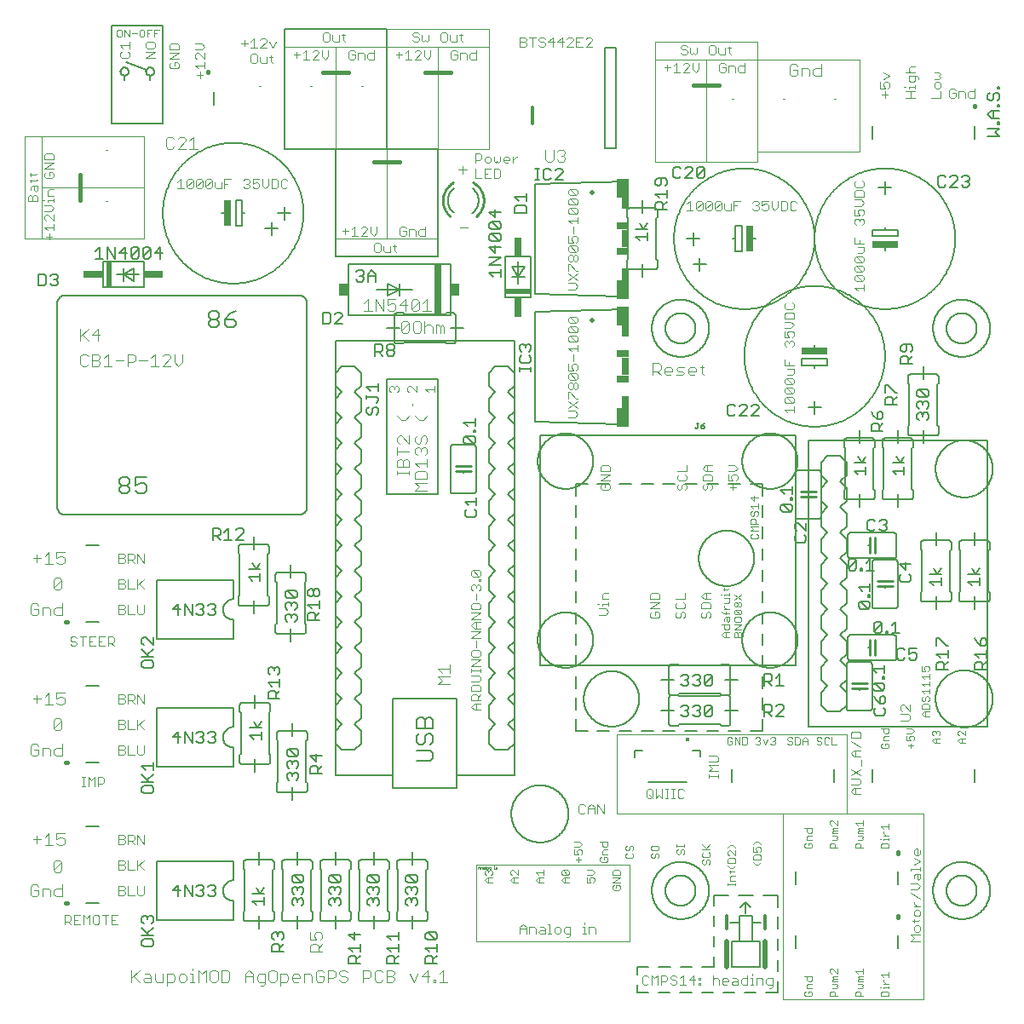
<source format=gto>
G04 EAGLE Gerber RS-274X export*
G75*
%MOMM*%
%FSLAX34Y34*%
%LPD*%
%INSilkscreen Top*%
%IPPOS*%
%AMOC8*
5,1,8,0,0,1.08239X$1,22.5*%
G01*
%ADD10C,0.152400*%
%ADD11C,0.101600*%
%ADD12C,0.076200*%
%ADD13C,0.406400*%
%ADD14C,0.203200*%
%ADD15C,0.304800*%
%ADD16C,0.508000*%
%ADD17C,0.127000*%
%ADD18C,0.000000*%
%ADD19R,0.508000X2.540000*%
%ADD20R,1.905000X0.762000*%
%ADD21R,2.540000X0.508000*%
%ADD22R,0.762000X1.905000*%
%ADD23R,0.762000X5.080000*%
%ADD24R,0.889000X1.270000*%
%ADD25C,0.508000*%
%ADD26R,1.270000X1.905000*%
%ADD27R,0.762000X1.778000*%
%ADD28R,1.270000X0.762000*%
%ADD29C,0.254000*%
%ADD30R,2.540000X0.635000*%
%ADD31R,0.635000X2.540000*%
%ADD32C,0.025400*%
%ADD33C,0.406400*%


D10*
X203962Y687420D02*
X206674Y690132D01*
X212097Y690132D01*
X214809Y687420D01*
X214809Y684709D01*
X212097Y681997D01*
X214809Y679285D01*
X214809Y676574D01*
X212097Y673862D01*
X206674Y673862D01*
X203962Y676574D01*
X203962Y679285D01*
X206674Y681997D01*
X203962Y684709D01*
X203962Y687420D01*
X206674Y681997D02*
X212097Y681997D01*
X225757Y687420D02*
X231180Y690132D01*
X225757Y687420D02*
X220334Y681997D01*
X220334Y676574D01*
X223045Y673862D01*
X228469Y673862D01*
X231180Y676574D01*
X231180Y679285D01*
X228469Y681997D01*
X220334Y681997D01*
X117774Y525032D02*
X115062Y522320D01*
X117774Y525032D02*
X123197Y525032D01*
X125909Y522320D01*
X125909Y519609D01*
X123197Y516897D01*
X125909Y514185D01*
X125909Y511474D01*
X123197Y508762D01*
X117774Y508762D01*
X115062Y511474D01*
X115062Y514185D01*
X117774Y516897D01*
X115062Y519609D01*
X115062Y522320D01*
X117774Y516897D02*
X123197Y516897D01*
X131434Y525032D02*
X142280Y525032D01*
X131434Y525032D02*
X131434Y516897D01*
X136857Y519609D01*
X139569Y519609D01*
X142280Y516897D01*
X142280Y511474D01*
X139569Y508762D01*
X134145Y508762D01*
X131434Y511474D01*
D11*
X33025Y120152D02*
X34974Y118203D01*
X33025Y120152D02*
X29127Y120152D01*
X27178Y118203D01*
X27178Y110407D01*
X29127Y108458D01*
X33025Y108458D01*
X34974Y110407D01*
X34974Y114305D01*
X31076Y114305D01*
X38872Y116254D02*
X38872Y108458D01*
X38872Y116254D02*
X44719Y116254D01*
X46668Y114305D01*
X46668Y108458D01*
X58362Y108458D02*
X58362Y120152D01*
X58362Y108458D02*
X52515Y108458D01*
X50566Y110407D01*
X50566Y114305D01*
X52515Y116254D01*
X58362Y116254D01*
D12*
X876296Y902081D02*
X876296Y908352D01*
X873161Y905216D02*
X879431Y905216D01*
X871593Y911436D02*
X871593Y917707D01*
X871593Y911436D02*
X876296Y911436D01*
X874728Y914572D01*
X874728Y916139D01*
X876296Y917707D01*
X879431Y917707D01*
X880999Y916139D01*
X880999Y913004D01*
X879431Y911436D01*
X874728Y920791D02*
X880999Y923927D01*
X874728Y927062D01*
X896993Y902081D02*
X906399Y902081D01*
X901696Y902081D02*
X901696Y908352D01*
X896993Y908352D02*
X906399Y908352D01*
X900128Y911436D02*
X900128Y913004D01*
X906399Y913004D01*
X906399Y911436D02*
X906399Y914572D01*
X896993Y913004D02*
X895425Y913004D01*
X909534Y920808D02*
X909534Y922376D01*
X907967Y923944D01*
X900128Y923944D01*
X900128Y919241D01*
X901696Y917673D01*
X904831Y917673D01*
X906399Y919241D01*
X906399Y923944D01*
X906399Y927028D02*
X896993Y927028D01*
X900128Y928596D02*
X901696Y927028D01*
X900128Y928596D02*
X900128Y931731D01*
X901696Y933299D01*
X906399Y933299D01*
X922393Y902081D02*
X931799Y902081D01*
X931799Y908352D01*
X931799Y913004D02*
X931799Y916139D01*
X930231Y917707D01*
X927096Y917707D01*
X925528Y916139D01*
X925528Y913004D01*
X927096Y911436D01*
X930231Y911436D01*
X931799Y913004D01*
X930231Y920791D02*
X925528Y920791D01*
X930231Y920791D02*
X931799Y922359D01*
X930231Y923927D01*
X931799Y925494D01*
X930231Y927062D01*
X925528Y927062D01*
X951268Y260731D02*
X956183Y260731D01*
X951268Y260731D02*
X948811Y263188D01*
X951268Y265646D01*
X956183Y265646D01*
X952497Y265646D02*
X952497Y260731D01*
X956183Y268215D02*
X956183Y273130D01*
X956183Y268215D02*
X951268Y273130D01*
X950039Y273130D01*
X948811Y271901D01*
X948811Y269444D01*
X950039Y268215D01*
X930783Y260731D02*
X925868Y260731D01*
X923411Y263188D01*
X925868Y265646D01*
X930783Y265646D01*
X927097Y265646D02*
X927097Y260731D01*
X924639Y268215D02*
X923411Y269444D01*
X923411Y271901D01*
X924639Y273130D01*
X925868Y273130D01*
X927097Y271901D01*
X927097Y270673D01*
X927097Y271901D02*
X928326Y273130D01*
X929554Y273130D01*
X930783Y271901D01*
X930783Y269444D01*
X929554Y268215D01*
X873839Y260566D02*
X872611Y259337D01*
X872611Y256880D01*
X873839Y255651D01*
X878754Y255651D01*
X879983Y256880D01*
X879983Y259337D01*
X878754Y260566D01*
X876297Y260566D01*
X876297Y258108D01*
X875068Y263135D02*
X879983Y263135D01*
X875068Y263135D02*
X875068Y266821D01*
X876297Y268050D01*
X879983Y268050D01*
X879983Y275534D02*
X872611Y275534D01*
X879983Y275534D02*
X879983Y271848D01*
X878754Y270619D01*
X876297Y270619D01*
X875068Y271848D01*
X875068Y275534D01*
X536829Y122301D02*
X531914Y122301D01*
X529457Y124758D01*
X531914Y127216D01*
X536829Y127216D01*
X533143Y127216D02*
X533143Y122301D01*
X531914Y129785D02*
X529457Y132243D01*
X536829Y132243D01*
X536829Y134700D02*
X536829Y129785D01*
X511429Y122301D02*
X506514Y122301D01*
X504057Y124758D01*
X506514Y127216D01*
X511429Y127216D01*
X507743Y127216D02*
X507743Y122301D01*
X511429Y129785D02*
X511429Y134700D01*
X511429Y129785D02*
X506514Y134700D01*
X505285Y134700D01*
X504057Y133471D01*
X504057Y131014D01*
X505285Y129785D01*
X242872Y956314D02*
X236601Y956314D01*
X239736Y959449D02*
X239736Y953179D01*
X245956Y957882D02*
X249092Y961017D01*
X249092Y951611D01*
X252227Y951611D02*
X245956Y951611D01*
X255311Y951611D02*
X261582Y951611D01*
X255311Y951611D02*
X261582Y957882D01*
X261582Y959449D01*
X260014Y961017D01*
X256879Y961017D01*
X255311Y959449D01*
X264667Y957882D02*
X267802Y951611D01*
X270937Y957882D01*
X250659Y945777D02*
X247524Y945777D01*
X245956Y944209D01*
X245956Y937939D01*
X247524Y936371D01*
X250659Y936371D01*
X252227Y937939D01*
X252227Y944209D01*
X250659Y945777D01*
X255311Y942642D02*
X255311Y937939D01*
X256879Y936371D01*
X261582Y936371D01*
X261582Y942642D01*
X266234Y944209D02*
X266234Y937939D01*
X267802Y936371D01*
X267802Y942642D02*
X264667Y942642D01*
X45716Y767382D02*
X45716Y761111D01*
X42581Y764246D02*
X48851Y764246D01*
X44148Y770466D02*
X41013Y773602D01*
X50419Y773602D01*
X50419Y776737D02*
X50419Y770466D01*
X50419Y779821D02*
X50419Y786092D01*
X50419Y779821D02*
X44148Y786092D01*
X42581Y786092D01*
X41013Y784524D01*
X41013Y781389D01*
X42581Y779821D01*
X41013Y789177D02*
X47284Y789177D01*
X50419Y792312D01*
X47284Y795447D01*
X41013Y795447D01*
X44148Y798532D02*
X44148Y800099D01*
X50419Y800099D01*
X50419Y798532D02*
X50419Y801667D01*
X41013Y800099D02*
X39445Y800099D01*
X44148Y804769D02*
X50419Y804769D01*
X44148Y804769D02*
X44148Y809472D01*
X45716Y811039D01*
X50419Y811039D01*
D11*
X787405Y935492D02*
X789354Y933543D01*
X787405Y935492D02*
X783507Y935492D01*
X781558Y933543D01*
X781558Y925747D01*
X783507Y923798D01*
X787405Y923798D01*
X789354Y925747D01*
X789354Y929645D01*
X785456Y929645D01*
X793252Y931594D02*
X793252Y923798D01*
X793252Y931594D02*
X799099Y931594D01*
X801048Y929645D01*
X801048Y923798D01*
X812742Y923798D02*
X812742Y935492D01*
X812742Y923798D02*
X806895Y923798D01*
X804946Y925747D01*
X804946Y929645D01*
X806895Y931594D01*
X812742Y931594D01*
D12*
X821811Y9271D02*
X829183Y9271D01*
X821811Y9271D02*
X821811Y12957D01*
X823039Y14186D01*
X825497Y14186D01*
X826726Y12957D01*
X826726Y9271D01*
X827954Y16755D02*
X824268Y16755D01*
X827954Y16755D02*
X829183Y17984D01*
X827954Y19213D01*
X829183Y20441D01*
X827954Y21670D01*
X824268Y21670D01*
X824268Y24239D02*
X829183Y24239D01*
X824268Y24239D02*
X824268Y25468D01*
X825497Y26697D01*
X829183Y26697D01*
X825497Y26697D02*
X824268Y27925D01*
X825497Y29154D01*
X829183Y29154D01*
X829183Y31723D02*
X829183Y36638D01*
X829183Y31723D02*
X824268Y36638D01*
X823039Y36638D01*
X821811Y35410D01*
X821811Y32952D01*
X823039Y31723D01*
X847211Y9271D02*
X854583Y9271D01*
X847211Y9271D02*
X847211Y12957D01*
X848439Y14186D01*
X850897Y14186D01*
X852126Y12957D01*
X852126Y9271D01*
X853354Y16755D02*
X849668Y16755D01*
X853354Y16755D02*
X854583Y17984D01*
X853354Y19213D01*
X854583Y20441D01*
X853354Y21670D01*
X849668Y21670D01*
X849668Y24239D02*
X854583Y24239D01*
X849668Y24239D02*
X849668Y25468D01*
X850897Y26697D01*
X854583Y26697D01*
X850897Y26697D02*
X849668Y27925D01*
X850897Y29154D01*
X854583Y29154D01*
X849668Y31723D02*
X847211Y34181D01*
X854583Y34181D01*
X854583Y36638D02*
X854583Y31723D01*
X872611Y9271D02*
X879983Y9271D01*
X879983Y12957D01*
X878754Y14186D01*
X873839Y14186D01*
X872611Y12957D01*
X872611Y9271D01*
X875068Y16755D02*
X875068Y17984D01*
X879983Y17984D01*
X879983Y16755D02*
X879983Y19213D01*
X872611Y17984D02*
X871382Y17984D01*
X875068Y21745D02*
X879983Y21745D01*
X877526Y21745D02*
X875068Y24202D01*
X875068Y25431D01*
X875068Y27981D02*
X872611Y30439D01*
X879983Y30439D01*
X879983Y32896D02*
X879983Y27981D01*
X797639Y14186D02*
X796411Y12957D01*
X796411Y10500D01*
X797639Y9271D01*
X802554Y9271D01*
X803783Y10500D01*
X803783Y12957D01*
X802554Y14186D01*
X800097Y14186D01*
X800097Y11728D01*
X798868Y16755D02*
X803783Y16755D01*
X798868Y16755D02*
X798868Y20441D01*
X800097Y21670D01*
X803783Y21670D01*
X803783Y29154D02*
X796411Y29154D01*
X803783Y29154D02*
X803783Y25468D01*
X802554Y24239D01*
X800097Y24239D01*
X798868Y25468D01*
X798868Y29154D01*
D11*
X645706Y626618D02*
X645706Y638312D01*
X651553Y638312D01*
X653502Y636363D01*
X653502Y632465D01*
X651553Y630516D01*
X645706Y630516D01*
X649604Y630516D02*
X653502Y626618D01*
X659349Y626618D02*
X663247Y626618D01*
X659349Y626618D02*
X657400Y628567D01*
X657400Y632465D01*
X659349Y634414D01*
X663247Y634414D01*
X665196Y632465D01*
X665196Y630516D01*
X657400Y630516D01*
X669094Y626618D02*
X674941Y626618D01*
X676890Y628567D01*
X674941Y630516D01*
X671043Y630516D01*
X669094Y632465D01*
X671043Y634414D01*
X676890Y634414D01*
X682737Y626618D02*
X686635Y626618D01*
X682737Y626618D02*
X680788Y628567D01*
X680788Y632465D01*
X682737Y634414D01*
X686635Y634414D01*
X688584Y632465D01*
X688584Y630516D01*
X680788Y630516D01*
X694431Y628567D02*
X694431Y636363D01*
X694431Y628567D02*
X696380Y626618D01*
X696380Y634414D02*
X692482Y634414D01*
X37514Y165105D02*
X29718Y165105D01*
X33616Y169003D02*
X33616Y161207D01*
X41412Y167054D02*
X45310Y170952D01*
X45310Y159258D01*
X41412Y159258D02*
X49208Y159258D01*
X53106Y170952D02*
X60902Y170952D01*
X53106Y170952D02*
X53106Y165105D01*
X57004Y167054D01*
X58953Y167054D01*
X60902Y165105D01*
X60902Y161207D01*
X58953Y159258D01*
X55055Y159258D01*
X53106Y161207D01*
D12*
X114681Y439801D02*
X114681Y449207D01*
X119384Y449207D01*
X120952Y447639D01*
X120952Y446072D01*
X119384Y444504D01*
X120952Y442936D01*
X120952Y441369D01*
X119384Y439801D01*
X114681Y439801D01*
X114681Y444504D02*
X119384Y444504D01*
X124036Y439801D02*
X124036Y449207D01*
X128739Y449207D01*
X130307Y447639D01*
X130307Y444504D01*
X128739Y442936D01*
X124036Y442936D01*
X127172Y442936D02*
X130307Y439801D01*
X133391Y439801D02*
X133391Y449207D01*
X139662Y439801D01*
X139662Y449207D01*
X114681Y423807D02*
X114681Y414401D01*
X114681Y423807D02*
X119384Y423807D01*
X120952Y422239D01*
X120952Y420672D01*
X119384Y419104D01*
X120952Y417536D01*
X120952Y415969D01*
X119384Y414401D01*
X114681Y414401D01*
X114681Y419104D02*
X119384Y419104D01*
X124036Y423807D02*
X124036Y414401D01*
X130307Y414401D01*
X133391Y414401D02*
X133391Y423807D01*
X133391Y417536D02*
X139662Y423807D01*
X134959Y419104D02*
X139662Y414401D01*
X114681Y398407D02*
X114681Y389001D01*
X114681Y398407D02*
X119384Y398407D01*
X120952Y396839D01*
X120952Y395272D01*
X119384Y393704D01*
X120952Y392136D01*
X120952Y390569D01*
X119384Y389001D01*
X114681Y389001D01*
X114681Y393704D02*
X119384Y393704D01*
X124036Y398407D02*
X124036Y389001D01*
X130307Y389001D01*
X133391Y390569D02*
X133391Y398407D01*
X133391Y390569D02*
X134959Y389001D01*
X138094Y389001D01*
X139662Y390569D01*
X139662Y398407D01*
X944884Y911487D02*
X946452Y909919D01*
X944884Y911487D02*
X941749Y911487D01*
X940181Y909919D01*
X940181Y903649D01*
X941749Y902081D01*
X944884Y902081D01*
X946452Y903649D01*
X946452Y906784D01*
X943316Y906784D01*
X949536Y908352D02*
X949536Y902081D01*
X949536Y908352D02*
X954239Y908352D01*
X955807Y906784D01*
X955807Y902081D01*
X965162Y902081D02*
X965162Y911487D01*
X965162Y902081D02*
X960459Y902081D01*
X958891Y903649D01*
X958891Y906784D01*
X960459Y908352D01*
X965162Y908352D01*
X486029Y122301D02*
X481114Y122301D01*
X478657Y124758D01*
X481114Y127216D01*
X486029Y127216D01*
X482343Y127216D02*
X482343Y122301D01*
X479885Y129785D02*
X478657Y131014D01*
X478657Y133471D01*
X479885Y134700D01*
X481114Y134700D01*
X482343Y133471D01*
X482343Y132243D01*
X482343Y133471D02*
X483572Y134700D01*
X484800Y134700D01*
X486029Y133471D01*
X486029Y131014D01*
X484800Y129785D01*
X580257Y127216D02*
X580257Y122301D01*
X583943Y122301D01*
X582714Y124758D01*
X582714Y125987D01*
X583943Y127216D01*
X586400Y127216D01*
X587629Y125987D01*
X587629Y123530D01*
X586400Y122301D01*
X585172Y129785D02*
X580257Y129785D01*
X585172Y129785D02*
X587629Y132243D01*
X585172Y134700D01*
X580257Y134700D01*
X605657Y118367D02*
X606885Y119596D01*
X605657Y118367D02*
X605657Y115910D01*
X606885Y114681D01*
X611800Y114681D01*
X613029Y115910D01*
X613029Y118367D01*
X611800Y119596D01*
X609343Y119596D01*
X609343Y117138D01*
X613029Y122165D02*
X605657Y122165D01*
X613029Y127080D01*
X605657Y127080D01*
X605657Y129649D02*
X613029Y129649D01*
X613029Y133335D01*
X611800Y134564D01*
X606885Y134564D01*
X605657Y133335D01*
X605657Y129649D01*
D11*
X127508Y35062D02*
X127508Y23368D01*
X127508Y27266D02*
X135304Y35062D01*
X129457Y29215D02*
X135304Y23368D01*
X141151Y31164D02*
X145049Y31164D01*
X146998Y29215D01*
X146998Y23368D01*
X141151Y23368D01*
X139202Y25317D01*
X141151Y27266D01*
X146998Y27266D01*
X150896Y25317D02*
X150896Y31164D01*
X150896Y25317D02*
X152845Y23368D01*
X158692Y23368D01*
X158692Y31164D01*
X162590Y31164D02*
X162590Y19470D01*
X162590Y31164D02*
X168437Y31164D01*
X170386Y29215D01*
X170386Y25317D01*
X168437Y23368D01*
X162590Y23368D01*
X176233Y23368D02*
X180131Y23368D01*
X182080Y25317D01*
X182080Y29215D01*
X180131Y31164D01*
X176233Y31164D01*
X174284Y29215D01*
X174284Y25317D01*
X176233Y23368D01*
X185978Y31164D02*
X187927Y31164D01*
X187927Y23368D01*
X185978Y23368D02*
X189876Y23368D01*
X187927Y35062D02*
X187927Y37011D01*
X193774Y35062D02*
X193774Y23368D01*
X197672Y31164D02*
X193774Y35062D01*
X197672Y31164D02*
X201570Y35062D01*
X201570Y23368D01*
X207417Y35062D02*
X211315Y35062D01*
X207417Y35062D02*
X205468Y33113D01*
X205468Y25317D01*
X207417Y23368D01*
X211315Y23368D01*
X213264Y25317D01*
X213264Y33113D01*
X211315Y35062D01*
X217162Y35062D02*
X217162Y23368D01*
X223009Y23368D01*
X224958Y25317D01*
X224958Y33113D01*
X223009Y35062D01*
X217162Y35062D01*
X240550Y31164D02*
X240550Y23368D01*
X240550Y31164D02*
X244448Y35062D01*
X248346Y31164D01*
X248346Y23368D01*
X248346Y29215D02*
X240550Y29215D01*
X256142Y19470D02*
X258091Y19470D01*
X260040Y21419D01*
X260040Y31164D01*
X254193Y31164D01*
X252244Y29215D01*
X252244Y25317D01*
X254193Y23368D01*
X260040Y23368D01*
X265887Y35062D02*
X269785Y35062D01*
X265887Y35062D02*
X263938Y33113D01*
X263938Y25317D01*
X265887Y23368D01*
X269785Y23368D01*
X271734Y25317D01*
X271734Y33113D01*
X269785Y35062D01*
X275632Y31164D02*
X275632Y19470D01*
X275632Y31164D02*
X281479Y31164D01*
X283428Y29215D01*
X283428Y25317D01*
X281479Y23368D01*
X275632Y23368D01*
X289275Y23368D02*
X293173Y23368D01*
X289275Y23368D02*
X287326Y25317D01*
X287326Y29215D01*
X289275Y31164D01*
X293173Y31164D01*
X295122Y29215D01*
X295122Y27266D01*
X287326Y27266D01*
X299020Y23368D02*
X299020Y31164D01*
X304867Y31164D01*
X306816Y29215D01*
X306816Y23368D01*
X318509Y33113D02*
X316560Y35062D01*
X312662Y35062D01*
X310714Y33113D01*
X310714Y25317D01*
X312662Y23368D01*
X316560Y23368D01*
X318509Y25317D01*
X318509Y29215D01*
X314611Y29215D01*
X322407Y23368D02*
X322407Y35062D01*
X328254Y35062D01*
X330203Y33113D01*
X330203Y29215D01*
X328254Y27266D01*
X322407Y27266D01*
X339948Y35062D02*
X341897Y33113D01*
X339948Y35062D02*
X336050Y35062D01*
X334101Y33113D01*
X334101Y31164D01*
X336050Y29215D01*
X339948Y29215D01*
X341897Y27266D01*
X341897Y25317D01*
X339948Y23368D01*
X336050Y23368D01*
X334101Y25317D01*
X357489Y23368D02*
X357489Y35062D01*
X363336Y35062D01*
X365285Y33113D01*
X365285Y29215D01*
X363336Y27266D01*
X357489Y27266D01*
X375030Y35062D02*
X376979Y33113D01*
X375030Y35062D02*
X371132Y35062D01*
X369183Y33113D01*
X369183Y25317D01*
X371132Y23368D01*
X375030Y23368D01*
X376979Y25317D01*
X380877Y23368D02*
X380877Y35062D01*
X386724Y35062D01*
X388673Y33113D01*
X388673Y31164D01*
X386724Y29215D01*
X388673Y27266D01*
X388673Y25317D01*
X386724Y23368D01*
X380877Y23368D01*
X380877Y29215D02*
X386724Y29215D01*
X404265Y31164D02*
X408163Y23368D01*
X412061Y31164D01*
X421806Y35062D02*
X421806Y23368D01*
X415959Y29215D02*
X421806Y35062D01*
X423755Y29215D02*
X415959Y29215D01*
X427653Y25317D02*
X427653Y23368D01*
X427653Y25317D02*
X429602Y25317D01*
X429602Y23368D01*
X427653Y23368D01*
X433500Y31164D02*
X437398Y35062D01*
X437398Y23368D01*
X433500Y23368D02*
X441296Y23368D01*
D12*
X901697Y255651D02*
X901697Y260566D01*
X904154Y258108D02*
X899239Y258108D01*
X898011Y263135D02*
X898011Y268050D01*
X898011Y263135D02*
X901697Y263135D01*
X900468Y265593D01*
X900468Y266821D01*
X901697Y268050D01*
X904154Y268050D01*
X905383Y266821D01*
X905383Y264364D01*
X904154Y263135D01*
X902926Y270619D02*
X898011Y270619D01*
X902926Y270619D02*
X905383Y273077D01*
X902926Y275534D01*
X898011Y275534D01*
D11*
X460424Y830585D02*
X452628Y830585D01*
X456526Y834483D02*
X456526Y826687D01*
X453634Y773259D02*
X461430Y773259D01*
D12*
X557314Y122301D02*
X562229Y122301D01*
X557314Y122301D02*
X554857Y124758D01*
X557314Y127216D01*
X562229Y127216D01*
X558543Y127216D02*
X558543Y122301D01*
X561000Y129785D02*
X556085Y129785D01*
X554857Y131014D01*
X554857Y133471D01*
X556085Y134700D01*
X561000Y134700D01*
X562229Y133471D01*
X562229Y131014D01*
X561000Y129785D01*
X556085Y134700D01*
X115943Y946494D02*
X117511Y948061D01*
X115943Y946494D02*
X115943Y943358D01*
X117511Y941791D01*
X123781Y941791D01*
X125349Y943358D01*
X125349Y946494D01*
X123781Y948061D01*
X119078Y951146D02*
X115943Y954281D01*
X125349Y954281D01*
X125349Y951146D02*
X125349Y957417D01*
X141343Y941791D02*
X150749Y941791D01*
X150749Y948061D02*
X141343Y941791D01*
X141343Y948061D02*
X150749Y948061D01*
X141343Y952713D02*
X141343Y955849D01*
X141343Y952713D02*
X142911Y951146D01*
X149181Y951146D01*
X150749Y952713D01*
X150749Y955849D01*
X149181Y957417D01*
X142911Y957417D01*
X141343Y955849D01*
X165473Y935868D02*
X167041Y937436D01*
X165473Y935868D02*
X165473Y932733D01*
X167041Y931165D01*
X173311Y931165D01*
X174879Y932733D01*
X174879Y935868D01*
X173311Y937436D01*
X170176Y937436D01*
X170176Y934301D01*
X174879Y940521D02*
X165473Y940521D01*
X174879Y946791D01*
X165473Y946791D01*
X165473Y949876D02*
X174879Y949876D01*
X174879Y954579D01*
X173311Y956147D01*
X167041Y956147D01*
X165473Y954579D01*
X165473Y949876D01*
X195576Y928081D02*
X195576Y921810D01*
X192441Y924946D02*
X198711Y924946D01*
X194008Y931165D02*
X190873Y934301D01*
X200279Y934301D01*
X200279Y937436D02*
X200279Y931165D01*
X200279Y940521D02*
X200279Y946791D01*
X200279Y940521D02*
X194008Y946791D01*
X192441Y946791D01*
X190873Y945224D01*
X190873Y942088D01*
X192441Y940521D01*
X190873Y949876D02*
X197144Y949876D01*
X200279Y953011D01*
X197144Y956146D01*
X190873Y956146D01*
D10*
X107950Y974090D02*
X107950Y876300D01*
X158750Y876300D01*
X158750Y974090D01*
X107950Y974090D01*
D12*
X469011Y846717D02*
X469011Y837311D01*
X469011Y846717D02*
X473714Y846717D01*
X475282Y845149D01*
X475282Y842014D01*
X473714Y840446D01*
X469011Y840446D01*
X479934Y837311D02*
X483069Y837311D01*
X484637Y838879D01*
X484637Y842014D01*
X483069Y843582D01*
X479934Y843582D01*
X478366Y842014D01*
X478366Y838879D01*
X479934Y837311D01*
X487721Y838879D02*
X487721Y843582D01*
X487721Y838879D02*
X489289Y837311D01*
X490857Y838879D01*
X492424Y837311D01*
X493992Y838879D01*
X493992Y843582D01*
X498644Y837311D02*
X501780Y837311D01*
X498644Y837311D02*
X497077Y838879D01*
X497077Y842014D01*
X498644Y843582D01*
X501780Y843582D01*
X503347Y842014D01*
X503347Y840446D01*
X497077Y840446D01*
X506432Y837311D02*
X506432Y843582D01*
X509567Y843582D02*
X506432Y840446D01*
X509567Y843582D02*
X511135Y843582D01*
X469011Y831477D02*
X469011Y822071D01*
X475282Y822071D01*
X478366Y831477D02*
X484637Y831477D01*
X478366Y831477D02*
X478366Y822071D01*
X484637Y822071D01*
X481502Y826774D02*
X478366Y826774D01*
X487721Y831477D02*
X487721Y822071D01*
X492424Y822071D01*
X493992Y823639D01*
X493992Y829909D01*
X492424Y831477D01*
X487721Y831477D01*
X42581Y828342D02*
X41013Y826774D01*
X41013Y823639D01*
X42581Y822071D01*
X48851Y822071D01*
X50419Y823639D01*
X50419Y826774D01*
X48851Y828342D01*
X45716Y828342D01*
X45716Y825206D01*
X50419Y831426D02*
X41013Y831426D01*
X50419Y837697D01*
X41013Y837697D01*
X41013Y840781D02*
X50419Y840781D01*
X50419Y845484D01*
X48851Y847052D01*
X42581Y847052D01*
X41013Y845484D01*
X41013Y840781D01*
D11*
X139700Y863600D02*
X139700Y812800D01*
X139700Y863600D02*
X38100Y863600D01*
X21590Y863600D01*
X21590Y762000D01*
X38100Y762000D01*
X139700Y762000D01*
X139700Y812800D01*
D12*
X411484Y967367D02*
X413052Y965799D01*
X411484Y967367D02*
X408349Y967367D01*
X406781Y965799D01*
X406781Y964232D01*
X408349Y962664D01*
X411484Y962664D01*
X413052Y961096D01*
X413052Y959529D01*
X411484Y957961D01*
X408349Y957961D01*
X406781Y959529D01*
X416136Y959529D02*
X416136Y964232D01*
X416136Y959529D02*
X417704Y957961D01*
X419272Y959529D01*
X420839Y957961D01*
X422407Y959529D01*
X422407Y964232D01*
X436414Y967367D02*
X439550Y967367D01*
X436414Y967367D02*
X434847Y965799D01*
X434847Y959529D01*
X436414Y957961D01*
X439550Y957961D01*
X441117Y959529D01*
X441117Y965799D01*
X439550Y967367D01*
X444202Y964232D02*
X444202Y959529D01*
X445769Y957961D01*
X450472Y957961D01*
X450472Y964232D01*
X455125Y965799D02*
X455125Y959529D01*
X456692Y957961D01*
X456692Y964232D02*
X453557Y964232D01*
D11*
X431800Y850900D02*
X482600Y850900D01*
X482600Y952500D01*
X431800Y952500D02*
X431800Y850900D01*
X431800Y952500D02*
X381000Y952500D01*
X381000Y970280D02*
X482600Y970280D01*
X482600Y952500D01*
X50038Y142333D02*
X50038Y134537D01*
X50038Y142333D02*
X51987Y144282D01*
X55885Y144282D01*
X57834Y142333D01*
X57834Y134537D01*
X55885Y132588D01*
X51987Y132588D01*
X50038Y134537D01*
X57834Y142333D01*
X50038Y275507D02*
X50038Y283303D01*
X51987Y285252D01*
X55885Y285252D01*
X57834Y283303D01*
X57834Y275507D01*
X55885Y273558D01*
X51987Y273558D01*
X50038Y275507D01*
X57834Y283303D01*
X33025Y259852D02*
X34974Y257903D01*
X33025Y259852D02*
X29127Y259852D01*
X27178Y257903D01*
X27178Y250107D01*
X29127Y248158D01*
X33025Y248158D01*
X34974Y250107D01*
X34974Y254005D01*
X31076Y254005D01*
X38872Y255954D02*
X38872Y248158D01*
X38872Y255954D02*
X44719Y255954D01*
X46668Y254005D01*
X46668Y248158D01*
X58362Y248158D02*
X58362Y259852D01*
X58362Y248158D02*
X52515Y248158D01*
X50566Y250107D01*
X50566Y254005D01*
X52515Y255954D01*
X58362Y255954D01*
X37514Y304805D02*
X29718Y304805D01*
X33616Y308703D02*
X33616Y300907D01*
X41412Y306754D02*
X45310Y310652D01*
X45310Y298958D01*
X41412Y298958D02*
X49208Y298958D01*
X53106Y310652D02*
X60902Y310652D01*
X53106Y310652D02*
X53106Y304805D01*
X57004Y306754D01*
X58953Y306754D01*
X60902Y304805D01*
X60902Y300907D01*
X58953Y298958D01*
X55055Y298958D01*
X53106Y300907D01*
X37514Y444505D02*
X29718Y444505D01*
X33616Y448403D02*
X33616Y440607D01*
X41412Y446454D02*
X45310Y450352D01*
X45310Y438658D01*
X41412Y438658D02*
X49208Y438658D01*
X53106Y450352D02*
X60902Y450352D01*
X53106Y450352D02*
X53106Y444505D01*
X57004Y446454D01*
X58953Y446454D01*
X60902Y444505D01*
X60902Y440607D01*
X58953Y438658D01*
X55055Y438658D01*
X53106Y440607D01*
X50038Y423003D02*
X50038Y415207D01*
X50038Y423003D02*
X51987Y424952D01*
X55885Y424952D01*
X57834Y423003D01*
X57834Y415207D01*
X55885Y413258D01*
X51987Y413258D01*
X50038Y415207D01*
X57834Y423003D01*
X33025Y399552D02*
X34974Y397603D01*
X33025Y399552D02*
X29127Y399552D01*
X27178Y397603D01*
X27178Y389807D01*
X29127Y387858D01*
X33025Y387858D01*
X34974Y389807D01*
X34974Y393705D01*
X31076Y393705D01*
X38872Y395654D02*
X38872Y387858D01*
X38872Y395654D02*
X44719Y395654D01*
X46668Y393705D01*
X46668Y387858D01*
X58362Y387858D02*
X58362Y399552D01*
X58362Y387858D02*
X52515Y387858D01*
X50566Y389807D01*
X50566Y393705D01*
X52515Y395654D01*
X58362Y395654D01*
D12*
X33909Y799211D02*
X24503Y799211D01*
X24503Y803914D01*
X26071Y805482D01*
X27638Y805482D01*
X29206Y803914D01*
X30774Y805482D01*
X32341Y805482D01*
X33909Y803914D01*
X33909Y799211D01*
X29206Y799211D02*
X29206Y803914D01*
X27638Y810134D02*
X27638Y813269D01*
X29206Y814837D01*
X33909Y814837D01*
X33909Y810134D01*
X32341Y808566D01*
X30774Y810134D01*
X30774Y814837D01*
X32341Y819489D02*
X26071Y819489D01*
X32341Y819489D02*
X33909Y821057D01*
X27638Y821057D02*
X27638Y817921D01*
X26071Y825726D02*
X32341Y825726D01*
X33909Y827294D01*
X27638Y827294D02*
X27638Y824158D01*
D11*
X431800Y952500D02*
X482600Y952500D01*
X38100Y863600D02*
X38100Y812800D01*
X38100Y762000D01*
X38100Y812800D02*
X139700Y812800D01*
D12*
X390271Y944884D02*
X396542Y944884D01*
X393406Y948019D02*
X393406Y941749D01*
X399626Y946452D02*
X402762Y949587D01*
X402762Y940181D01*
X405897Y940181D02*
X399626Y940181D01*
X408981Y940181D02*
X415252Y940181D01*
X408981Y940181D02*
X415252Y946452D01*
X415252Y948019D01*
X413684Y949587D01*
X410549Y949587D01*
X408981Y948019D01*
X418337Y949587D02*
X418337Y943316D01*
X421472Y940181D01*
X424607Y943316D01*
X424607Y949587D01*
X449584Y949587D02*
X451152Y948019D01*
X449584Y949587D02*
X446449Y949587D01*
X444881Y948019D01*
X444881Y941749D01*
X446449Y940181D01*
X449584Y940181D01*
X451152Y941749D01*
X451152Y944884D01*
X448016Y944884D01*
X454236Y946452D02*
X454236Y940181D01*
X454236Y946452D02*
X458939Y946452D01*
X460507Y944884D01*
X460507Y940181D01*
X469862Y940181D02*
X469862Y949587D01*
X469862Y940181D02*
X465159Y940181D01*
X463591Y941749D01*
X463591Y944884D01*
X465159Y946452D01*
X469862Y946452D01*
X902073Y63881D02*
X911479Y63881D01*
X905208Y67016D02*
X902073Y63881D01*
X905208Y67016D02*
X902073Y70152D01*
X911479Y70152D01*
X911479Y74804D02*
X911479Y77939D01*
X909911Y79507D01*
X906776Y79507D01*
X905208Y77939D01*
X905208Y74804D01*
X906776Y73236D01*
X909911Y73236D01*
X911479Y74804D01*
X909911Y84159D02*
X903641Y84159D01*
X909911Y84159D02*
X911479Y85727D01*
X905208Y85727D02*
X905208Y82591D01*
X911479Y90396D02*
X911479Y93531D01*
X909911Y95099D01*
X906776Y95099D01*
X905208Y93531D01*
X905208Y90396D01*
X906776Y88828D01*
X909911Y88828D01*
X911479Y90396D01*
X911479Y98183D02*
X905208Y98183D01*
X908344Y98183D02*
X905208Y101319D01*
X905208Y102886D01*
X911479Y105979D02*
X902073Y112250D01*
X902073Y115335D02*
X908344Y115335D01*
X911479Y118470D01*
X908344Y121605D01*
X902073Y121605D01*
X905208Y126257D02*
X905208Y129393D01*
X906776Y130960D01*
X911479Y130960D01*
X911479Y126257D01*
X909911Y124690D01*
X908344Y126257D01*
X908344Y130960D01*
X902073Y134045D02*
X902073Y135613D01*
X911479Y135613D01*
X911479Y137180D02*
X911479Y134045D01*
X905208Y140282D02*
X911479Y143417D01*
X905208Y146552D01*
X911479Y151205D02*
X911479Y154340D01*
X911479Y151205D02*
X909911Y149637D01*
X906776Y149637D01*
X905208Y151205D01*
X905208Y154340D01*
X906776Y155908D01*
X908344Y155908D01*
X908344Y149637D01*
D11*
X358648Y697914D02*
X362546Y701812D01*
X362546Y690118D01*
X358648Y690118D02*
X366444Y690118D01*
X370342Y690118D02*
X370342Y701812D01*
X378138Y690118D01*
X378138Y701812D01*
X382036Y701812D02*
X389832Y701812D01*
X382036Y701812D02*
X382036Y695965D01*
X385934Y697914D01*
X387883Y697914D01*
X389832Y695965D01*
X389832Y692067D01*
X387883Y690118D01*
X383985Y690118D01*
X382036Y692067D01*
X399577Y690118D02*
X399577Y701812D01*
X393730Y695965D01*
X401526Y695965D01*
X405424Y692067D02*
X405424Y699863D01*
X407373Y701812D01*
X411271Y701812D01*
X413220Y699863D01*
X413220Y692067D01*
X411271Y690118D01*
X407373Y690118D01*
X405424Y692067D01*
X413220Y699863D01*
X417118Y697914D02*
X421016Y701812D01*
X421016Y690118D01*
X417118Y690118D02*
X424914Y690118D01*
X395478Y678273D02*
X395478Y670477D01*
X395478Y678273D02*
X397427Y680222D01*
X401325Y680222D01*
X403274Y678273D01*
X403274Y670477D01*
X401325Y668528D01*
X397427Y668528D01*
X395478Y670477D01*
X403274Y678273D01*
X409121Y680222D02*
X413019Y680222D01*
X409121Y680222D02*
X407172Y678273D01*
X407172Y670477D01*
X409121Y668528D01*
X413019Y668528D01*
X414968Y670477D01*
X414968Y678273D01*
X413019Y680222D01*
X418866Y680222D02*
X418866Y668528D01*
X418866Y674375D02*
X420815Y676324D01*
X424713Y676324D01*
X426662Y674375D01*
X426662Y668528D01*
X430560Y668528D02*
X430560Y676324D01*
X432509Y676324D01*
X434458Y674375D01*
X434458Y668528D01*
X434458Y674375D02*
X436407Y676324D01*
X438356Y674375D01*
X438356Y668528D01*
D12*
X468328Y293751D02*
X474599Y293751D01*
X468328Y293751D02*
X465193Y296886D01*
X468328Y300022D01*
X474599Y300022D01*
X469896Y300022D02*
X469896Y293751D01*
X474599Y303106D02*
X465193Y303106D01*
X465193Y307809D01*
X466761Y309377D01*
X469896Y309377D01*
X471464Y307809D01*
X471464Y303106D01*
X471464Y306242D02*
X474599Y309377D01*
X474599Y312461D02*
X465193Y312461D01*
X474599Y312461D02*
X474599Y317164D01*
X473031Y318732D01*
X466761Y318732D01*
X465193Y317164D01*
X465193Y312461D01*
X465193Y321817D02*
X473031Y321817D01*
X474599Y323384D01*
X474599Y326520D01*
X473031Y328087D01*
X465193Y328087D01*
X474599Y331172D02*
X474599Y334307D01*
X474599Y332739D02*
X465193Y332739D01*
X465193Y331172D02*
X465193Y334307D01*
X465193Y337409D02*
X474599Y337409D01*
X474599Y343679D02*
X465193Y337409D01*
X465193Y343679D02*
X474599Y343679D01*
X465193Y348331D02*
X465193Y351467D01*
X465193Y348331D02*
X466761Y346764D01*
X473031Y346764D01*
X474599Y348331D01*
X474599Y351467D01*
X473031Y353034D01*
X466761Y353034D01*
X465193Y351467D01*
X469896Y356119D02*
X469896Y362390D01*
X474599Y365474D02*
X465193Y365474D01*
X474599Y371745D01*
X465193Y371745D01*
X468328Y374829D02*
X474599Y374829D01*
X468328Y374829D02*
X465193Y377965D01*
X468328Y381100D01*
X474599Y381100D01*
X469896Y381100D02*
X469896Y374829D01*
X474599Y384184D02*
X465193Y384184D01*
X474599Y390455D01*
X465193Y390455D01*
X465193Y395107D02*
X465193Y398243D01*
X465193Y395107D02*
X466761Y393540D01*
X473031Y393540D01*
X474599Y395107D01*
X474599Y398243D01*
X473031Y399810D01*
X466761Y399810D01*
X465193Y398243D01*
X469896Y402895D02*
X469896Y409166D01*
X466761Y412250D02*
X465193Y413818D01*
X465193Y416953D01*
X466761Y418521D01*
X468328Y418521D01*
X469896Y416953D01*
X469896Y415385D01*
X469896Y416953D02*
X471464Y418521D01*
X473031Y418521D01*
X474599Y416953D01*
X474599Y413818D01*
X473031Y412250D01*
X473031Y421605D02*
X474599Y421605D01*
X473031Y421605D02*
X473031Y423173D01*
X474599Y423173D01*
X474599Y421605D01*
X473031Y426283D02*
X466761Y426283D01*
X465193Y427850D01*
X465193Y430986D01*
X466761Y432554D01*
X473031Y432554D01*
X474599Y430986D01*
X474599Y427850D01*
X473031Y426283D01*
X466761Y432554D01*
X915454Y287401D02*
X920369Y287401D01*
X915454Y287401D02*
X912997Y289858D01*
X915454Y292316D01*
X920369Y292316D01*
X916683Y292316D02*
X916683Y287401D01*
X912997Y294885D02*
X920369Y294885D01*
X920369Y298571D01*
X919140Y299800D01*
X914225Y299800D01*
X912997Y298571D01*
X912997Y294885D01*
X912997Y306055D02*
X914225Y307284D01*
X912997Y306055D02*
X912997Y303598D01*
X914225Y302369D01*
X915454Y302369D01*
X916683Y303598D01*
X916683Y306055D01*
X917912Y307284D01*
X919140Y307284D01*
X920369Y306055D01*
X920369Y303598D01*
X919140Y302369D01*
X915454Y309853D02*
X912997Y312311D01*
X920369Y312311D01*
X920369Y314768D02*
X920369Y309853D01*
X915454Y317338D02*
X912997Y319795D01*
X920369Y319795D01*
X920369Y317338D02*
X920369Y322252D01*
X915454Y324822D02*
X912997Y327279D01*
X920369Y327279D01*
X920369Y324822D02*
X920369Y329737D01*
X912997Y332306D02*
X912997Y337221D01*
X912997Y332306D02*
X916683Y332306D01*
X915454Y334763D01*
X915454Y335992D01*
X916683Y337221D01*
X919140Y337221D01*
X920369Y335992D01*
X920369Y333535D01*
X919140Y332306D01*
X567984Y711581D02*
X561713Y711581D01*
X567984Y711581D02*
X571119Y714716D01*
X567984Y717852D01*
X561713Y717852D01*
X561713Y720936D02*
X571119Y727207D01*
X571119Y720936D02*
X561713Y727207D01*
X561713Y730291D02*
X561713Y736562D01*
X563281Y736562D01*
X569551Y730291D01*
X571119Y730291D01*
X563281Y739647D02*
X561713Y741214D01*
X561713Y744350D01*
X563281Y745917D01*
X564848Y745917D01*
X566416Y744350D01*
X567984Y745917D01*
X569551Y745917D01*
X571119Y744350D01*
X571119Y741214D01*
X569551Y739647D01*
X567984Y739647D01*
X566416Y741214D01*
X564848Y739647D01*
X563281Y739647D01*
X566416Y741214D02*
X566416Y744350D01*
X569551Y749002D02*
X563281Y749002D01*
X561713Y750569D01*
X561713Y753705D01*
X563281Y755272D01*
X569551Y755272D01*
X571119Y753705D01*
X571119Y750569D01*
X569551Y749002D01*
X563281Y755272D01*
X561713Y758357D02*
X561713Y764628D01*
X561713Y758357D02*
X566416Y758357D01*
X564848Y761492D01*
X564848Y763060D01*
X566416Y764628D01*
X569551Y764628D01*
X571119Y763060D01*
X571119Y759925D01*
X569551Y758357D01*
X566416Y767712D02*
X566416Y773983D01*
X564848Y777067D02*
X561713Y780203D01*
X571119Y780203D01*
X571119Y783338D02*
X571119Y777067D01*
X569551Y786423D02*
X563281Y786423D01*
X561713Y787990D01*
X561713Y791126D01*
X563281Y792693D01*
X569551Y792693D01*
X571119Y791126D01*
X571119Y787990D01*
X569551Y786423D01*
X563281Y792693D01*
X563281Y795778D02*
X569551Y795778D01*
X563281Y795778D02*
X561713Y797345D01*
X561713Y800481D01*
X563281Y802048D01*
X569551Y802048D01*
X571119Y800481D01*
X571119Y797345D01*
X569551Y795778D01*
X563281Y802048D01*
X563281Y805133D02*
X569551Y805133D01*
X563281Y805133D02*
X561713Y806701D01*
X561713Y809836D01*
X563281Y811404D01*
X569551Y811404D01*
X571119Y809836D01*
X571119Y806701D01*
X569551Y805133D01*
X563281Y811404D01*
X561713Y584581D02*
X567984Y584581D01*
X571119Y587716D01*
X567984Y590852D01*
X561713Y590852D01*
X561713Y593936D02*
X571119Y600207D01*
X571119Y593936D02*
X561713Y600207D01*
X561713Y603291D02*
X561713Y609562D01*
X563281Y609562D01*
X569551Y603291D01*
X571119Y603291D01*
X563281Y612647D02*
X561713Y614214D01*
X561713Y617350D01*
X563281Y618917D01*
X564848Y618917D01*
X566416Y617350D01*
X567984Y618917D01*
X569551Y618917D01*
X571119Y617350D01*
X571119Y614214D01*
X569551Y612647D01*
X567984Y612647D01*
X566416Y614214D01*
X564848Y612647D01*
X563281Y612647D01*
X566416Y614214D02*
X566416Y617350D01*
X569551Y622002D02*
X563281Y622002D01*
X561713Y623569D01*
X561713Y626705D01*
X563281Y628272D01*
X569551Y628272D01*
X571119Y626705D01*
X571119Y623569D01*
X569551Y622002D01*
X563281Y628272D01*
X561713Y631357D02*
X561713Y637628D01*
X561713Y631357D02*
X566416Y631357D01*
X564848Y634492D01*
X564848Y636060D01*
X566416Y637628D01*
X569551Y637628D01*
X571119Y636060D01*
X571119Y632925D01*
X569551Y631357D01*
X566416Y640712D02*
X566416Y646983D01*
X564848Y650067D02*
X561713Y653203D01*
X571119Y653203D01*
X571119Y656338D02*
X571119Y650067D01*
X569551Y659423D02*
X563281Y659423D01*
X561713Y660990D01*
X561713Y664126D01*
X563281Y665693D01*
X569551Y665693D01*
X571119Y664126D01*
X571119Y660990D01*
X569551Y659423D01*
X563281Y665693D01*
X563281Y668778D02*
X569551Y668778D01*
X563281Y668778D02*
X561713Y670345D01*
X561713Y673481D01*
X563281Y675048D01*
X569551Y675048D01*
X571119Y673481D01*
X571119Y670345D01*
X569551Y668778D01*
X563281Y675048D01*
X563281Y678133D02*
X569551Y678133D01*
X563281Y678133D02*
X561713Y679701D01*
X561713Y682836D01*
X563281Y684404D01*
X569551Y684404D01*
X571119Y682836D01*
X571119Y679701D01*
X569551Y678133D01*
X563281Y684404D01*
X846193Y713446D02*
X849328Y710311D01*
X846193Y713446D02*
X855599Y713446D01*
X855599Y710311D02*
X855599Y716582D01*
X854031Y719666D02*
X847761Y719666D01*
X846193Y721234D01*
X846193Y724369D01*
X847761Y725937D01*
X854031Y725937D01*
X855599Y724369D01*
X855599Y721234D01*
X854031Y719666D01*
X847761Y725937D01*
X847761Y729021D02*
X854031Y729021D01*
X847761Y729021D02*
X846193Y730589D01*
X846193Y733724D01*
X847761Y735292D01*
X854031Y735292D01*
X855599Y733724D01*
X855599Y730589D01*
X854031Y729021D01*
X847761Y735292D01*
X847761Y738377D02*
X854031Y738377D01*
X847761Y738377D02*
X846193Y739944D01*
X846193Y743080D01*
X847761Y744647D01*
X854031Y744647D01*
X855599Y743080D01*
X855599Y739944D01*
X854031Y738377D01*
X847761Y744647D01*
X849328Y747732D02*
X854031Y747732D01*
X855599Y749299D01*
X855599Y754002D01*
X849328Y754002D01*
X846193Y757087D02*
X855599Y757087D01*
X846193Y757087D02*
X846193Y763358D01*
X850896Y760222D02*
X850896Y757087D01*
X847761Y775797D02*
X846193Y777365D01*
X846193Y780500D01*
X847761Y782068D01*
X849328Y782068D01*
X850896Y780500D01*
X850896Y778933D01*
X850896Y780500D02*
X852464Y782068D01*
X854031Y782068D01*
X855599Y780500D01*
X855599Y777365D01*
X854031Y775797D01*
X846193Y785153D02*
X846193Y791423D01*
X846193Y785153D02*
X850896Y785153D01*
X849328Y788288D01*
X849328Y789856D01*
X850896Y791423D01*
X854031Y791423D01*
X855599Y789856D01*
X855599Y786720D01*
X854031Y785153D01*
X852464Y794508D02*
X846193Y794508D01*
X852464Y794508D02*
X855599Y797643D01*
X852464Y800778D01*
X846193Y800778D01*
X846193Y803863D02*
X855599Y803863D01*
X855599Y808566D01*
X854031Y810134D01*
X847761Y810134D01*
X846193Y808566D01*
X846193Y803863D01*
X846193Y817921D02*
X847761Y819489D01*
X846193Y817921D02*
X846193Y814786D01*
X847761Y813218D01*
X854031Y813218D01*
X855599Y814786D01*
X855599Y817921D01*
X854031Y819489D01*
X682464Y799727D02*
X679329Y796592D01*
X682464Y799727D02*
X682464Y790321D01*
X679329Y790321D02*
X685599Y790321D01*
X688684Y791889D02*
X688684Y798159D01*
X690252Y799727D01*
X693387Y799727D01*
X694955Y798159D01*
X694955Y791889D01*
X693387Y790321D01*
X690252Y790321D01*
X688684Y791889D01*
X694955Y798159D01*
X698039Y798159D02*
X698039Y791889D01*
X698039Y798159D02*
X699607Y799727D01*
X702742Y799727D01*
X704310Y798159D01*
X704310Y791889D01*
X702742Y790321D01*
X699607Y790321D01*
X698039Y791889D01*
X704310Y798159D01*
X707394Y798159D02*
X707394Y791889D01*
X707394Y798159D02*
X708962Y799727D01*
X712097Y799727D01*
X713665Y798159D01*
X713665Y791889D01*
X712097Y790321D01*
X708962Y790321D01*
X707394Y791889D01*
X713665Y798159D01*
X716749Y796592D02*
X716749Y791889D01*
X718317Y790321D01*
X723020Y790321D01*
X723020Y796592D01*
X726105Y799727D02*
X726105Y790321D01*
X726105Y799727D02*
X732375Y799727D01*
X729240Y795024D02*
X726105Y795024D01*
X744815Y798159D02*
X746383Y799727D01*
X749518Y799727D01*
X751086Y798159D01*
X751086Y796592D01*
X749518Y795024D01*
X747950Y795024D01*
X749518Y795024D02*
X751086Y793456D01*
X751086Y791889D01*
X749518Y790321D01*
X746383Y790321D01*
X744815Y791889D01*
X754170Y799727D02*
X760441Y799727D01*
X754170Y799727D02*
X754170Y795024D01*
X757306Y796592D01*
X758873Y796592D01*
X760441Y795024D01*
X760441Y791889D01*
X758873Y790321D01*
X755738Y790321D01*
X754170Y791889D01*
X763525Y793456D02*
X763525Y799727D01*
X763525Y793456D02*
X766661Y790321D01*
X769796Y793456D01*
X769796Y799727D01*
X772881Y799727D02*
X772881Y790321D01*
X777584Y790321D01*
X779151Y791889D01*
X779151Y798159D01*
X777584Y799727D01*
X772881Y799727D01*
X786939Y799727D02*
X788506Y798159D01*
X786939Y799727D02*
X783803Y799727D01*
X782236Y798159D01*
X782236Y791889D01*
X783803Y790321D01*
X786939Y790321D01*
X788506Y791889D01*
X776343Y592294D02*
X779478Y589159D01*
X776343Y592294D02*
X785749Y592294D01*
X785749Y589159D02*
X785749Y595429D01*
X784181Y598514D02*
X777911Y598514D01*
X776343Y600082D01*
X776343Y603217D01*
X777911Y604785D01*
X784181Y604785D01*
X785749Y603217D01*
X785749Y600082D01*
X784181Y598514D01*
X777911Y604785D01*
X777911Y607869D02*
X784181Y607869D01*
X777911Y607869D02*
X776343Y609437D01*
X776343Y612572D01*
X777911Y614140D01*
X784181Y614140D01*
X785749Y612572D01*
X785749Y609437D01*
X784181Y607869D01*
X777911Y614140D01*
X777911Y617224D02*
X784181Y617224D01*
X777911Y617224D02*
X776343Y618792D01*
X776343Y621927D01*
X777911Y623495D01*
X784181Y623495D01*
X785749Y621927D01*
X785749Y618792D01*
X784181Y617224D01*
X777911Y623495D01*
X779478Y626579D02*
X784181Y626579D01*
X785749Y628147D01*
X785749Y632850D01*
X779478Y632850D01*
X776343Y635935D02*
X785749Y635935D01*
X776343Y635935D02*
X776343Y642205D01*
X781046Y639070D02*
X781046Y635935D01*
X777911Y654645D02*
X776343Y656213D01*
X776343Y659348D01*
X777911Y660916D01*
X779478Y660916D01*
X781046Y659348D01*
X781046Y657780D01*
X781046Y659348D02*
X782614Y660916D01*
X784181Y660916D01*
X785749Y659348D01*
X785749Y656213D01*
X784181Y654645D01*
X776343Y664000D02*
X776343Y670271D01*
X776343Y664000D02*
X781046Y664000D01*
X779478Y667136D01*
X779478Y668703D01*
X781046Y670271D01*
X784181Y670271D01*
X785749Y668703D01*
X785749Y665568D01*
X784181Y664000D01*
X782614Y673355D02*
X776343Y673355D01*
X782614Y673355D02*
X785749Y676491D01*
X782614Y679626D01*
X776343Y679626D01*
X776343Y682711D02*
X785749Y682711D01*
X785749Y687414D01*
X784181Y688981D01*
X777911Y688981D01*
X776343Y687414D01*
X776343Y682711D01*
X776343Y696769D02*
X777911Y698336D01*
X776343Y696769D02*
X776343Y693633D01*
X777911Y692066D01*
X784181Y692066D01*
X785749Y693633D01*
X785749Y696769D01*
X784181Y698336D01*
X176236Y821317D02*
X173101Y818182D01*
X176236Y821317D02*
X176236Y811911D01*
X173101Y811911D02*
X179372Y811911D01*
X182456Y813479D02*
X182456Y819749D01*
X184024Y821317D01*
X187159Y821317D01*
X188727Y819749D01*
X188727Y813479D01*
X187159Y811911D01*
X184024Y811911D01*
X182456Y813479D01*
X188727Y819749D01*
X191811Y819749D02*
X191811Y813479D01*
X191811Y819749D02*
X193379Y821317D01*
X196514Y821317D01*
X198082Y819749D01*
X198082Y813479D01*
X196514Y811911D01*
X193379Y811911D01*
X191811Y813479D01*
X198082Y819749D01*
X201167Y819749D02*
X201167Y813479D01*
X201167Y819749D02*
X202734Y821317D01*
X205870Y821317D01*
X207437Y819749D01*
X207437Y813479D01*
X205870Y811911D01*
X202734Y811911D01*
X201167Y813479D01*
X207437Y819749D01*
X210522Y818182D02*
X210522Y813479D01*
X212089Y811911D01*
X216792Y811911D01*
X216792Y818182D01*
X219877Y821317D02*
X219877Y811911D01*
X219877Y821317D02*
X226148Y821317D01*
X223012Y816614D02*
X219877Y816614D01*
X238587Y819749D02*
X240155Y821317D01*
X243290Y821317D01*
X244858Y819749D01*
X244858Y818182D01*
X243290Y816614D01*
X241723Y816614D01*
X243290Y816614D02*
X244858Y815046D01*
X244858Y813479D01*
X243290Y811911D01*
X240155Y811911D01*
X238587Y813479D01*
X247943Y821317D02*
X254213Y821317D01*
X247943Y821317D02*
X247943Y816614D01*
X251078Y818182D01*
X252646Y818182D01*
X254213Y816614D01*
X254213Y813479D01*
X252646Y811911D01*
X249510Y811911D01*
X247943Y813479D01*
X257298Y815046D02*
X257298Y821317D01*
X257298Y815046D02*
X260433Y811911D01*
X263568Y815046D01*
X263568Y821317D01*
X266653Y821317D02*
X266653Y811911D01*
X271356Y811911D01*
X272924Y813479D01*
X272924Y819749D01*
X271356Y821317D01*
X266653Y821317D01*
X280711Y821317D02*
X282279Y819749D01*
X280711Y821317D02*
X277576Y821317D01*
X276008Y819749D01*
X276008Y813479D01*
X277576Y811911D01*
X280711Y811911D01*
X282279Y813479D01*
D13*
X965200Y893445D02*
X965200Y894715D01*
X889000Y152400D02*
X889000Y151130D01*
X76200Y800100D02*
X76200Y825500D01*
X419100Y927100D02*
X444500Y927100D01*
X203200Y927100D02*
X203200Y928370D01*
X63500Y101600D02*
X62230Y101600D01*
X62230Y241300D02*
X63500Y241300D01*
X63500Y381000D02*
X62230Y381000D01*
D12*
X723295Y266579D02*
X724523Y265351D01*
X723295Y266579D02*
X720837Y266579D01*
X719609Y265351D01*
X719609Y260436D01*
X720837Y259207D01*
X723295Y259207D01*
X724523Y260436D01*
X724523Y262893D01*
X722066Y262893D01*
X727093Y259207D02*
X727093Y266579D01*
X732008Y259207D01*
X732008Y266579D01*
X734577Y266579D02*
X734577Y259207D01*
X738263Y259207D01*
X739492Y260436D01*
X739492Y265351D01*
X738263Y266579D01*
X734577Y266579D01*
X747549Y265351D02*
X748777Y266579D01*
X751235Y266579D01*
X752463Y265351D01*
X752463Y264122D01*
X751235Y262893D01*
X750006Y262893D01*
X751235Y262893D02*
X752463Y261664D01*
X752463Y260436D01*
X751235Y259207D01*
X748777Y259207D01*
X747549Y260436D01*
X755033Y264122D02*
X757490Y259207D01*
X759948Y264122D01*
X762517Y265351D02*
X763746Y266579D01*
X766203Y266579D01*
X767432Y265351D01*
X767432Y264122D01*
X766203Y262893D01*
X764974Y262893D01*
X766203Y262893D02*
X767432Y261664D01*
X767432Y260436D01*
X766203Y259207D01*
X763746Y259207D01*
X762517Y260436D01*
X782985Y266579D02*
X784213Y265351D01*
X782985Y266579D02*
X780527Y266579D01*
X779299Y265351D01*
X779299Y264122D01*
X780527Y262893D01*
X782985Y262893D01*
X784213Y261664D01*
X784213Y260436D01*
X782985Y259207D01*
X780527Y259207D01*
X779299Y260436D01*
X786783Y259207D02*
X786783Y266579D01*
X786783Y259207D02*
X790469Y259207D01*
X791698Y260436D01*
X791698Y265351D01*
X790469Y266579D01*
X786783Y266579D01*
X794267Y264122D02*
X794267Y259207D01*
X794267Y264122D02*
X796724Y266579D01*
X799182Y264122D01*
X799182Y259207D01*
X799182Y262893D02*
X794267Y262893D01*
X812195Y266579D02*
X813423Y265351D01*
X812195Y266579D02*
X809737Y266579D01*
X808509Y265351D01*
X808509Y264122D01*
X809737Y262893D01*
X812195Y262893D01*
X813423Y261664D01*
X813423Y260436D01*
X812195Y259207D01*
X809737Y259207D01*
X808509Y260436D01*
X819679Y266579D02*
X820908Y265351D01*
X819679Y266579D02*
X817221Y266579D01*
X815993Y265351D01*
X815993Y260436D01*
X817221Y259207D01*
X819679Y259207D01*
X820908Y260436D01*
X823477Y259207D02*
X823477Y266579D01*
X823477Y259207D02*
X828392Y259207D01*
D11*
X169594Y861153D02*
X167645Y863102D01*
X163747Y863102D01*
X161798Y861153D01*
X161798Y853357D01*
X163747Y851408D01*
X167645Y851408D01*
X169594Y853357D01*
X173492Y851408D02*
X181288Y851408D01*
X173492Y851408D02*
X181288Y859204D01*
X181288Y861153D01*
X179339Y863102D01*
X175441Y863102D01*
X173492Y861153D01*
X185186Y859204D02*
X189084Y863102D01*
X189084Y851408D01*
X185186Y851408D02*
X192982Y851408D01*
D10*
X260350Y772160D02*
X273050Y772160D01*
X266700Y765810D02*
X266700Y778510D01*
X926642Y533400D02*
X926651Y534097D01*
X926676Y534793D01*
X926719Y535489D01*
X926779Y536183D01*
X926856Y536876D01*
X926949Y537567D01*
X927060Y538255D01*
X927188Y538940D01*
X927332Y539622D01*
X927493Y540300D01*
X927671Y540974D01*
X927865Y541644D01*
X928075Y542308D01*
X928302Y542967D01*
X928545Y543620D01*
X928804Y544267D01*
X929078Y544908D01*
X929369Y545542D01*
X929674Y546168D01*
X929995Y546787D01*
X930331Y547397D01*
X930682Y547999D01*
X931048Y548593D01*
X931428Y549177D01*
X931822Y549752D01*
X932231Y550317D01*
X932653Y550871D01*
X933088Y551416D01*
X933537Y551949D01*
X933998Y552471D01*
X934473Y552982D01*
X934960Y553480D01*
X935458Y553967D01*
X935969Y554442D01*
X936491Y554903D01*
X937024Y555352D01*
X937569Y555787D01*
X938123Y556209D01*
X938688Y556618D01*
X939263Y557012D01*
X939847Y557392D01*
X940441Y557758D01*
X941043Y558109D01*
X941653Y558445D01*
X942272Y558766D01*
X942898Y559071D01*
X943532Y559362D01*
X944173Y559636D01*
X944820Y559895D01*
X945473Y560138D01*
X946132Y560365D01*
X946796Y560575D01*
X947466Y560769D01*
X948140Y560947D01*
X948818Y561108D01*
X949500Y561252D01*
X950185Y561380D01*
X950873Y561491D01*
X951564Y561584D01*
X952257Y561661D01*
X952951Y561721D01*
X953647Y561764D01*
X954343Y561789D01*
X955040Y561798D01*
X955737Y561789D01*
X956433Y561764D01*
X957129Y561721D01*
X957823Y561661D01*
X958516Y561584D01*
X959207Y561491D01*
X959895Y561380D01*
X960580Y561252D01*
X961262Y561108D01*
X961940Y560947D01*
X962614Y560769D01*
X963284Y560575D01*
X963948Y560365D01*
X964607Y560138D01*
X965260Y559895D01*
X965907Y559636D01*
X966548Y559362D01*
X967182Y559071D01*
X967808Y558766D01*
X968427Y558445D01*
X969037Y558109D01*
X969639Y557758D01*
X970233Y557392D01*
X970817Y557012D01*
X971392Y556618D01*
X971957Y556209D01*
X972511Y555787D01*
X973056Y555352D01*
X973589Y554903D01*
X974111Y554442D01*
X974622Y553967D01*
X975120Y553480D01*
X975607Y552982D01*
X976082Y552471D01*
X976543Y551949D01*
X976992Y551416D01*
X977427Y550871D01*
X977849Y550317D01*
X978258Y549752D01*
X978652Y549177D01*
X979032Y548593D01*
X979398Y547999D01*
X979749Y547397D01*
X980085Y546787D01*
X980406Y546168D01*
X980711Y545542D01*
X981002Y544908D01*
X981276Y544267D01*
X981535Y543620D01*
X981778Y542967D01*
X982005Y542308D01*
X982215Y541644D01*
X982409Y540974D01*
X982587Y540300D01*
X982748Y539622D01*
X982892Y538940D01*
X983020Y538255D01*
X983131Y537567D01*
X983224Y536876D01*
X983301Y536183D01*
X983361Y535489D01*
X983404Y534793D01*
X983429Y534097D01*
X983438Y533400D01*
X983429Y532703D01*
X983404Y532007D01*
X983361Y531311D01*
X983301Y530617D01*
X983224Y529924D01*
X983131Y529233D01*
X983020Y528545D01*
X982892Y527860D01*
X982748Y527178D01*
X982587Y526500D01*
X982409Y525826D01*
X982215Y525156D01*
X982005Y524492D01*
X981778Y523833D01*
X981535Y523180D01*
X981276Y522533D01*
X981002Y521892D01*
X980711Y521258D01*
X980406Y520632D01*
X980085Y520013D01*
X979749Y519403D01*
X979398Y518801D01*
X979032Y518207D01*
X978652Y517623D01*
X978258Y517048D01*
X977849Y516483D01*
X977427Y515929D01*
X976992Y515384D01*
X976543Y514851D01*
X976082Y514329D01*
X975607Y513818D01*
X975120Y513320D01*
X974622Y512833D01*
X974111Y512358D01*
X973589Y511897D01*
X973056Y511448D01*
X972511Y511013D01*
X971957Y510591D01*
X971392Y510182D01*
X970817Y509788D01*
X970233Y509408D01*
X969639Y509042D01*
X969037Y508691D01*
X968427Y508355D01*
X967808Y508034D01*
X967182Y507729D01*
X966548Y507438D01*
X965907Y507164D01*
X965260Y506905D01*
X964607Y506662D01*
X963948Y506435D01*
X963284Y506225D01*
X962614Y506031D01*
X961940Y505853D01*
X961262Y505692D01*
X960580Y505548D01*
X959895Y505420D01*
X959207Y505309D01*
X958516Y505216D01*
X957823Y505139D01*
X957129Y505079D01*
X956433Y505036D01*
X955737Y505011D01*
X955040Y505002D01*
X954343Y505011D01*
X953647Y505036D01*
X952951Y505079D01*
X952257Y505139D01*
X951564Y505216D01*
X950873Y505309D01*
X950185Y505420D01*
X949500Y505548D01*
X948818Y505692D01*
X948140Y505853D01*
X947466Y506031D01*
X946796Y506225D01*
X946132Y506435D01*
X945473Y506662D01*
X944820Y506905D01*
X944173Y507164D01*
X943532Y507438D01*
X942898Y507729D01*
X942272Y508034D01*
X941653Y508355D01*
X941043Y508691D01*
X940441Y509042D01*
X939847Y509408D01*
X939263Y509788D01*
X938688Y510182D01*
X938123Y510591D01*
X937569Y511013D01*
X937024Y511448D01*
X936491Y511897D01*
X935969Y512358D01*
X935458Y512833D01*
X934960Y513320D01*
X934473Y513818D01*
X933998Y514329D01*
X933537Y514851D01*
X933088Y515384D01*
X932653Y515929D01*
X932231Y516483D01*
X931822Y517048D01*
X931428Y517623D01*
X931048Y518207D01*
X930682Y518801D01*
X930331Y519403D01*
X929995Y520013D01*
X929674Y520632D01*
X929369Y521258D01*
X929078Y521892D01*
X928804Y522533D01*
X928545Y523180D01*
X928302Y523833D01*
X928075Y524492D01*
X927865Y525156D01*
X927671Y525826D01*
X927493Y526500D01*
X927332Y527178D01*
X927188Y527860D01*
X927060Y528545D01*
X926949Y529233D01*
X926856Y529924D01*
X926779Y530617D01*
X926719Y531311D01*
X926676Y532007D01*
X926651Y532703D01*
X926642Y533400D01*
X692150Y730250D02*
X692150Y742950D01*
X698500Y736600D02*
X685800Y736600D01*
X644702Y114300D02*
X644711Y114997D01*
X644736Y115693D01*
X644779Y116389D01*
X644839Y117083D01*
X644916Y117776D01*
X645009Y118467D01*
X645120Y119155D01*
X645248Y119840D01*
X645392Y120522D01*
X645553Y121200D01*
X645731Y121874D01*
X645925Y122544D01*
X646135Y123208D01*
X646362Y123867D01*
X646605Y124520D01*
X646864Y125167D01*
X647138Y125808D01*
X647429Y126442D01*
X647734Y127068D01*
X648055Y127687D01*
X648391Y128297D01*
X648742Y128899D01*
X649108Y129493D01*
X649488Y130077D01*
X649882Y130652D01*
X650291Y131217D01*
X650713Y131771D01*
X651148Y132316D01*
X651597Y132849D01*
X652058Y133371D01*
X652533Y133882D01*
X653020Y134380D01*
X653518Y134867D01*
X654029Y135342D01*
X654551Y135803D01*
X655084Y136252D01*
X655629Y136687D01*
X656183Y137109D01*
X656748Y137518D01*
X657323Y137912D01*
X657907Y138292D01*
X658501Y138658D01*
X659103Y139009D01*
X659713Y139345D01*
X660332Y139666D01*
X660958Y139971D01*
X661592Y140262D01*
X662233Y140536D01*
X662880Y140795D01*
X663533Y141038D01*
X664192Y141265D01*
X664856Y141475D01*
X665526Y141669D01*
X666200Y141847D01*
X666878Y142008D01*
X667560Y142152D01*
X668245Y142280D01*
X668933Y142391D01*
X669624Y142484D01*
X670317Y142561D01*
X671011Y142621D01*
X671707Y142664D01*
X672403Y142689D01*
X673100Y142698D01*
X673797Y142689D01*
X674493Y142664D01*
X675189Y142621D01*
X675883Y142561D01*
X676576Y142484D01*
X677267Y142391D01*
X677955Y142280D01*
X678640Y142152D01*
X679322Y142008D01*
X680000Y141847D01*
X680674Y141669D01*
X681344Y141475D01*
X682008Y141265D01*
X682667Y141038D01*
X683320Y140795D01*
X683967Y140536D01*
X684608Y140262D01*
X685242Y139971D01*
X685868Y139666D01*
X686487Y139345D01*
X687097Y139009D01*
X687699Y138658D01*
X688293Y138292D01*
X688877Y137912D01*
X689452Y137518D01*
X690017Y137109D01*
X690571Y136687D01*
X691116Y136252D01*
X691649Y135803D01*
X692171Y135342D01*
X692682Y134867D01*
X693180Y134380D01*
X693667Y133882D01*
X694142Y133371D01*
X694603Y132849D01*
X695052Y132316D01*
X695487Y131771D01*
X695909Y131217D01*
X696318Y130652D01*
X696712Y130077D01*
X697092Y129493D01*
X697458Y128899D01*
X697809Y128297D01*
X698145Y127687D01*
X698466Y127068D01*
X698771Y126442D01*
X699062Y125808D01*
X699336Y125167D01*
X699595Y124520D01*
X699838Y123867D01*
X700065Y123208D01*
X700275Y122544D01*
X700469Y121874D01*
X700647Y121200D01*
X700808Y120522D01*
X700952Y119840D01*
X701080Y119155D01*
X701191Y118467D01*
X701284Y117776D01*
X701361Y117083D01*
X701421Y116389D01*
X701464Y115693D01*
X701489Y114997D01*
X701498Y114300D01*
X701489Y113603D01*
X701464Y112907D01*
X701421Y112211D01*
X701361Y111517D01*
X701284Y110824D01*
X701191Y110133D01*
X701080Y109445D01*
X700952Y108760D01*
X700808Y108078D01*
X700647Y107400D01*
X700469Y106726D01*
X700275Y106056D01*
X700065Y105392D01*
X699838Y104733D01*
X699595Y104080D01*
X699336Y103433D01*
X699062Y102792D01*
X698771Y102158D01*
X698466Y101532D01*
X698145Y100913D01*
X697809Y100303D01*
X697458Y99701D01*
X697092Y99107D01*
X696712Y98523D01*
X696318Y97948D01*
X695909Y97383D01*
X695487Y96829D01*
X695052Y96284D01*
X694603Y95751D01*
X694142Y95229D01*
X693667Y94718D01*
X693180Y94220D01*
X692682Y93733D01*
X692171Y93258D01*
X691649Y92797D01*
X691116Y92348D01*
X690571Y91913D01*
X690017Y91491D01*
X689452Y91082D01*
X688877Y90688D01*
X688293Y90308D01*
X687699Y89942D01*
X687097Y89591D01*
X686487Y89255D01*
X685868Y88934D01*
X685242Y88629D01*
X684608Y88338D01*
X683967Y88064D01*
X683320Y87805D01*
X682667Y87562D01*
X682008Y87335D01*
X681344Y87125D01*
X680674Y86931D01*
X680000Y86753D01*
X679322Y86592D01*
X678640Y86448D01*
X677955Y86320D01*
X677267Y86209D01*
X676576Y86116D01*
X675883Y86039D01*
X675189Y85979D01*
X674493Y85936D01*
X673797Y85911D01*
X673100Y85902D01*
X672403Y85911D01*
X671707Y85936D01*
X671011Y85979D01*
X670317Y86039D01*
X669624Y86116D01*
X668933Y86209D01*
X668245Y86320D01*
X667560Y86448D01*
X666878Y86592D01*
X666200Y86753D01*
X665526Y86931D01*
X664856Y87125D01*
X664192Y87335D01*
X663533Y87562D01*
X662880Y87805D01*
X662233Y88064D01*
X661592Y88338D01*
X660958Y88629D01*
X660332Y88934D01*
X659713Y89255D01*
X659103Y89591D01*
X658501Y89942D01*
X657907Y90308D01*
X657323Y90688D01*
X656748Y91082D01*
X656183Y91491D01*
X655629Y91913D01*
X655084Y92348D01*
X654551Y92797D01*
X654029Y93258D01*
X653518Y93733D01*
X653020Y94220D01*
X652533Y94718D01*
X652058Y95229D01*
X651597Y95751D01*
X651148Y96284D01*
X650713Y96829D01*
X650291Y97383D01*
X649882Y97948D01*
X649488Y98523D01*
X649108Y99107D01*
X648742Y99701D01*
X648391Y100303D01*
X648055Y100913D01*
X647734Y101532D01*
X647429Y102158D01*
X647138Y102792D01*
X646864Y103433D01*
X646605Y104080D01*
X646362Y104733D01*
X646135Y105392D01*
X645925Y106056D01*
X645731Y106726D01*
X645553Y107400D01*
X645392Y108078D01*
X645248Y108760D01*
X645120Y109445D01*
X645009Y110133D01*
X644916Y110824D01*
X644839Y111517D01*
X644779Y112211D01*
X644736Y112907D01*
X644711Y113603D01*
X644702Y114300D01*
D11*
X850900Y848360D02*
X850900Y939800D01*
X749300Y939800D01*
X749300Y848360D01*
X850900Y848360D01*
D10*
X924102Y673100D02*
X924111Y673797D01*
X924136Y674493D01*
X924179Y675189D01*
X924239Y675883D01*
X924316Y676576D01*
X924409Y677267D01*
X924520Y677955D01*
X924648Y678640D01*
X924792Y679322D01*
X924953Y680000D01*
X925131Y680674D01*
X925325Y681344D01*
X925535Y682008D01*
X925762Y682667D01*
X926005Y683320D01*
X926264Y683967D01*
X926538Y684608D01*
X926829Y685242D01*
X927134Y685868D01*
X927455Y686487D01*
X927791Y687097D01*
X928142Y687699D01*
X928508Y688293D01*
X928888Y688877D01*
X929282Y689452D01*
X929691Y690017D01*
X930113Y690571D01*
X930548Y691116D01*
X930997Y691649D01*
X931458Y692171D01*
X931933Y692682D01*
X932420Y693180D01*
X932918Y693667D01*
X933429Y694142D01*
X933951Y694603D01*
X934484Y695052D01*
X935029Y695487D01*
X935583Y695909D01*
X936148Y696318D01*
X936723Y696712D01*
X937307Y697092D01*
X937901Y697458D01*
X938503Y697809D01*
X939113Y698145D01*
X939732Y698466D01*
X940358Y698771D01*
X940992Y699062D01*
X941633Y699336D01*
X942280Y699595D01*
X942933Y699838D01*
X943592Y700065D01*
X944256Y700275D01*
X944926Y700469D01*
X945600Y700647D01*
X946278Y700808D01*
X946960Y700952D01*
X947645Y701080D01*
X948333Y701191D01*
X949024Y701284D01*
X949717Y701361D01*
X950411Y701421D01*
X951107Y701464D01*
X951803Y701489D01*
X952500Y701498D01*
X953197Y701489D01*
X953893Y701464D01*
X954589Y701421D01*
X955283Y701361D01*
X955976Y701284D01*
X956667Y701191D01*
X957355Y701080D01*
X958040Y700952D01*
X958722Y700808D01*
X959400Y700647D01*
X960074Y700469D01*
X960744Y700275D01*
X961408Y700065D01*
X962067Y699838D01*
X962720Y699595D01*
X963367Y699336D01*
X964008Y699062D01*
X964642Y698771D01*
X965268Y698466D01*
X965887Y698145D01*
X966497Y697809D01*
X967099Y697458D01*
X967693Y697092D01*
X968277Y696712D01*
X968852Y696318D01*
X969417Y695909D01*
X969971Y695487D01*
X970516Y695052D01*
X971049Y694603D01*
X971571Y694142D01*
X972082Y693667D01*
X972580Y693180D01*
X973067Y692682D01*
X973542Y692171D01*
X974003Y691649D01*
X974452Y691116D01*
X974887Y690571D01*
X975309Y690017D01*
X975718Y689452D01*
X976112Y688877D01*
X976492Y688293D01*
X976858Y687699D01*
X977209Y687097D01*
X977545Y686487D01*
X977866Y685868D01*
X978171Y685242D01*
X978462Y684608D01*
X978736Y683967D01*
X978995Y683320D01*
X979238Y682667D01*
X979465Y682008D01*
X979675Y681344D01*
X979869Y680674D01*
X980047Y680000D01*
X980208Y679322D01*
X980352Y678640D01*
X980480Y677955D01*
X980591Y677267D01*
X980684Y676576D01*
X980761Y675883D01*
X980821Y675189D01*
X980864Y674493D01*
X980889Y673797D01*
X980898Y673100D01*
X980889Y672403D01*
X980864Y671707D01*
X980821Y671011D01*
X980761Y670317D01*
X980684Y669624D01*
X980591Y668933D01*
X980480Y668245D01*
X980352Y667560D01*
X980208Y666878D01*
X980047Y666200D01*
X979869Y665526D01*
X979675Y664856D01*
X979465Y664192D01*
X979238Y663533D01*
X978995Y662880D01*
X978736Y662233D01*
X978462Y661592D01*
X978171Y660958D01*
X977866Y660332D01*
X977545Y659713D01*
X977209Y659103D01*
X976858Y658501D01*
X976492Y657907D01*
X976112Y657323D01*
X975718Y656748D01*
X975309Y656183D01*
X974887Y655629D01*
X974452Y655084D01*
X974003Y654551D01*
X973542Y654029D01*
X973067Y653518D01*
X972580Y653020D01*
X972082Y652533D01*
X971571Y652058D01*
X971049Y651597D01*
X970516Y651148D01*
X969971Y650713D01*
X969417Y650291D01*
X968852Y649882D01*
X968277Y649488D01*
X967693Y649108D01*
X967099Y648742D01*
X966497Y648391D01*
X965887Y648055D01*
X965268Y647734D01*
X964642Y647429D01*
X964008Y647138D01*
X963367Y646864D01*
X962720Y646605D01*
X962067Y646362D01*
X961408Y646135D01*
X960744Y645925D01*
X960074Y645731D01*
X959400Y645553D01*
X958722Y645392D01*
X958040Y645248D01*
X957355Y645120D01*
X956667Y645009D01*
X955976Y644916D01*
X955283Y644839D01*
X954589Y644779D01*
X953893Y644736D01*
X953197Y644711D01*
X952500Y644702D01*
X951803Y644711D01*
X951107Y644736D01*
X950411Y644779D01*
X949717Y644839D01*
X949024Y644916D01*
X948333Y645009D01*
X947645Y645120D01*
X946960Y645248D01*
X946278Y645392D01*
X945600Y645553D01*
X944926Y645731D01*
X944256Y645925D01*
X943592Y646135D01*
X942933Y646362D01*
X942280Y646605D01*
X941633Y646864D01*
X940992Y647138D01*
X940358Y647429D01*
X939732Y647734D01*
X939113Y648055D01*
X938503Y648391D01*
X937901Y648742D01*
X937307Y649108D01*
X936723Y649488D01*
X936148Y649882D01*
X935583Y650291D01*
X935029Y650713D01*
X934484Y651148D01*
X933951Y651597D01*
X933429Y652058D01*
X932918Y652533D01*
X932420Y653020D01*
X931933Y653518D01*
X931458Y654029D01*
X930997Y654551D01*
X930548Y655084D01*
X930113Y655629D01*
X929691Y656183D01*
X929282Y656748D01*
X928888Y657323D01*
X928508Y657907D01*
X928142Y658501D01*
X927791Y659103D01*
X927455Y659713D01*
X927134Y660332D01*
X926829Y660958D01*
X926538Y661592D01*
X926264Y662233D01*
X926005Y662880D01*
X925762Y663533D01*
X925535Y664192D01*
X925325Y664856D01*
X925131Y665526D01*
X924953Y666200D01*
X924792Y666878D01*
X924648Y667560D01*
X924520Y668245D01*
X924409Y668933D01*
X924316Y669624D01*
X924239Y670317D01*
X924179Y671011D01*
X924136Y671707D01*
X924111Y672403D01*
X924102Y673100D01*
X924102Y114300D02*
X924111Y114997D01*
X924136Y115693D01*
X924179Y116389D01*
X924239Y117083D01*
X924316Y117776D01*
X924409Y118467D01*
X924520Y119155D01*
X924648Y119840D01*
X924792Y120522D01*
X924953Y121200D01*
X925131Y121874D01*
X925325Y122544D01*
X925535Y123208D01*
X925762Y123867D01*
X926005Y124520D01*
X926264Y125167D01*
X926538Y125808D01*
X926829Y126442D01*
X927134Y127068D01*
X927455Y127687D01*
X927791Y128297D01*
X928142Y128899D01*
X928508Y129493D01*
X928888Y130077D01*
X929282Y130652D01*
X929691Y131217D01*
X930113Y131771D01*
X930548Y132316D01*
X930997Y132849D01*
X931458Y133371D01*
X931933Y133882D01*
X932420Y134380D01*
X932918Y134867D01*
X933429Y135342D01*
X933951Y135803D01*
X934484Y136252D01*
X935029Y136687D01*
X935583Y137109D01*
X936148Y137518D01*
X936723Y137912D01*
X937307Y138292D01*
X937901Y138658D01*
X938503Y139009D01*
X939113Y139345D01*
X939732Y139666D01*
X940358Y139971D01*
X940992Y140262D01*
X941633Y140536D01*
X942280Y140795D01*
X942933Y141038D01*
X943592Y141265D01*
X944256Y141475D01*
X944926Y141669D01*
X945600Y141847D01*
X946278Y142008D01*
X946960Y142152D01*
X947645Y142280D01*
X948333Y142391D01*
X949024Y142484D01*
X949717Y142561D01*
X950411Y142621D01*
X951107Y142664D01*
X951803Y142689D01*
X952500Y142698D01*
X953197Y142689D01*
X953893Y142664D01*
X954589Y142621D01*
X955283Y142561D01*
X955976Y142484D01*
X956667Y142391D01*
X957355Y142280D01*
X958040Y142152D01*
X958722Y142008D01*
X959400Y141847D01*
X960074Y141669D01*
X960744Y141475D01*
X961408Y141265D01*
X962067Y141038D01*
X962720Y140795D01*
X963367Y140536D01*
X964008Y140262D01*
X964642Y139971D01*
X965268Y139666D01*
X965887Y139345D01*
X966497Y139009D01*
X967099Y138658D01*
X967693Y138292D01*
X968277Y137912D01*
X968852Y137518D01*
X969417Y137109D01*
X969971Y136687D01*
X970516Y136252D01*
X971049Y135803D01*
X971571Y135342D01*
X972082Y134867D01*
X972580Y134380D01*
X973067Y133882D01*
X973542Y133371D01*
X974003Y132849D01*
X974452Y132316D01*
X974887Y131771D01*
X975309Y131217D01*
X975718Y130652D01*
X976112Y130077D01*
X976492Y129493D01*
X976858Y128899D01*
X977209Y128297D01*
X977545Y127687D01*
X977866Y127068D01*
X978171Y126442D01*
X978462Y125808D01*
X978736Y125167D01*
X978995Y124520D01*
X979238Y123867D01*
X979465Y123208D01*
X979675Y122544D01*
X979869Y121874D01*
X980047Y121200D01*
X980208Y120522D01*
X980352Y119840D01*
X980480Y119155D01*
X980591Y118467D01*
X980684Y117776D01*
X980761Y117083D01*
X980821Y116389D01*
X980864Y115693D01*
X980889Y114997D01*
X980898Y114300D01*
X980889Y113603D01*
X980864Y112907D01*
X980821Y112211D01*
X980761Y111517D01*
X980684Y110824D01*
X980591Y110133D01*
X980480Y109445D01*
X980352Y108760D01*
X980208Y108078D01*
X980047Y107400D01*
X979869Y106726D01*
X979675Y106056D01*
X979465Y105392D01*
X979238Y104733D01*
X978995Y104080D01*
X978736Y103433D01*
X978462Y102792D01*
X978171Y102158D01*
X977866Y101532D01*
X977545Y100913D01*
X977209Y100303D01*
X976858Y99701D01*
X976492Y99107D01*
X976112Y98523D01*
X975718Y97948D01*
X975309Y97383D01*
X974887Y96829D01*
X974452Y96284D01*
X974003Y95751D01*
X973542Y95229D01*
X973067Y94718D01*
X972580Y94220D01*
X972082Y93733D01*
X971571Y93258D01*
X971049Y92797D01*
X970516Y92348D01*
X969971Y91913D01*
X969417Y91491D01*
X968852Y91082D01*
X968277Y90688D01*
X967693Y90308D01*
X967099Y89942D01*
X966497Y89591D01*
X965887Y89255D01*
X965268Y88934D01*
X964642Y88629D01*
X964008Y88338D01*
X963367Y88064D01*
X962720Y87805D01*
X962067Y87562D01*
X961408Y87335D01*
X960744Y87125D01*
X960074Y86931D01*
X959400Y86753D01*
X958722Y86592D01*
X958040Y86448D01*
X957355Y86320D01*
X956667Y86209D01*
X955976Y86116D01*
X955283Y86039D01*
X954589Y85979D01*
X953893Y85936D01*
X953197Y85911D01*
X952500Y85902D01*
X951803Y85911D01*
X951107Y85936D01*
X950411Y85979D01*
X949717Y86039D01*
X949024Y86116D01*
X948333Y86209D01*
X947645Y86320D01*
X946960Y86448D01*
X946278Y86592D01*
X945600Y86753D01*
X944926Y86931D01*
X944256Y87125D01*
X943592Y87335D01*
X942933Y87562D01*
X942280Y87805D01*
X941633Y88064D01*
X940992Y88338D01*
X940358Y88629D01*
X939732Y88934D01*
X939113Y89255D01*
X938503Y89591D01*
X937901Y89942D01*
X937307Y90308D01*
X936723Y90688D01*
X936148Y91082D01*
X935583Y91491D01*
X935029Y91913D01*
X934484Y92348D01*
X933951Y92797D01*
X933429Y93258D01*
X932918Y93733D01*
X932420Y94220D01*
X931933Y94718D01*
X931458Y95229D01*
X930997Y95751D01*
X930548Y96284D01*
X930113Y96829D01*
X929691Y97383D01*
X929282Y97948D01*
X928888Y98523D01*
X928508Y99107D01*
X928142Y99701D01*
X927791Y100303D01*
X927455Y100913D01*
X927134Y101532D01*
X926829Y102158D01*
X926538Y102792D01*
X926264Y103433D01*
X926005Y104080D01*
X925762Y104733D01*
X925535Y105392D01*
X925325Y106056D01*
X925131Y106726D01*
X924953Y107400D01*
X924792Y108078D01*
X924648Y108760D01*
X924520Y109445D01*
X924409Y110133D01*
X924316Y110824D01*
X924239Y111517D01*
X924179Y112211D01*
X924136Y112907D01*
X924111Y113603D01*
X924102Y114300D01*
X926642Y304800D02*
X926651Y305497D01*
X926676Y306193D01*
X926719Y306889D01*
X926779Y307583D01*
X926856Y308276D01*
X926949Y308967D01*
X927060Y309655D01*
X927188Y310340D01*
X927332Y311022D01*
X927493Y311700D01*
X927671Y312374D01*
X927865Y313044D01*
X928075Y313708D01*
X928302Y314367D01*
X928545Y315020D01*
X928804Y315667D01*
X929078Y316308D01*
X929369Y316942D01*
X929674Y317568D01*
X929995Y318187D01*
X930331Y318797D01*
X930682Y319399D01*
X931048Y319993D01*
X931428Y320577D01*
X931822Y321152D01*
X932231Y321717D01*
X932653Y322271D01*
X933088Y322816D01*
X933537Y323349D01*
X933998Y323871D01*
X934473Y324382D01*
X934960Y324880D01*
X935458Y325367D01*
X935969Y325842D01*
X936491Y326303D01*
X937024Y326752D01*
X937569Y327187D01*
X938123Y327609D01*
X938688Y328018D01*
X939263Y328412D01*
X939847Y328792D01*
X940441Y329158D01*
X941043Y329509D01*
X941653Y329845D01*
X942272Y330166D01*
X942898Y330471D01*
X943532Y330762D01*
X944173Y331036D01*
X944820Y331295D01*
X945473Y331538D01*
X946132Y331765D01*
X946796Y331975D01*
X947466Y332169D01*
X948140Y332347D01*
X948818Y332508D01*
X949500Y332652D01*
X950185Y332780D01*
X950873Y332891D01*
X951564Y332984D01*
X952257Y333061D01*
X952951Y333121D01*
X953647Y333164D01*
X954343Y333189D01*
X955040Y333198D01*
X955737Y333189D01*
X956433Y333164D01*
X957129Y333121D01*
X957823Y333061D01*
X958516Y332984D01*
X959207Y332891D01*
X959895Y332780D01*
X960580Y332652D01*
X961262Y332508D01*
X961940Y332347D01*
X962614Y332169D01*
X963284Y331975D01*
X963948Y331765D01*
X964607Y331538D01*
X965260Y331295D01*
X965907Y331036D01*
X966548Y330762D01*
X967182Y330471D01*
X967808Y330166D01*
X968427Y329845D01*
X969037Y329509D01*
X969639Y329158D01*
X970233Y328792D01*
X970817Y328412D01*
X971392Y328018D01*
X971957Y327609D01*
X972511Y327187D01*
X973056Y326752D01*
X973589Y326303D01*
X974111Y325842D01*
X974622Y325367D01*
X975120Y324880D01*
X975607Y324382D01*
X976082Y323871D01*
X976543Y323349D01*
X976992Y322816D01*
X977427Y322271D01*
X977849Y321717D01*
X978258Y321152D01*
X978652Y320577D01*
X979032Y319993D01*
X979398Y319399D01*
X979749Y318797D01*
X980085Y318187D01*
X980406Y317568D01*
X980711Y316942D01*
X981002Y316308D01*
X981276Y315667D01*
X981535Y315020D01*
X981778Y314367D01*
X982005Y313708D01*
X982215Y313044D01*
X982409Y312374D01*
X982587Y311700D01*
X982748Y311022D01*
X982892Y310340D01*
X983020Y309655D01*
X983131Y308967D01*
X983224Y308276D01*
X983301Y307583D01*
X983361Y306889D01*
X983404Y306193D01*
X983429Y305497D01*
X983438Y304800D01*
X983429Y304103D01*
X983404Y303407D01*
X983361Y302711D01*
X983301Y302017D01*
X983224Y301324D01*
X983131Y300633D01*
X983020Y299945D01*
X982892Y299260D01*
X982748Y298578D01*
X982587Y297900D01*
X982409Y297226D01*
X982215Y296556D01*
X982005Y295892D01*
X981778Y295233D01*
X981535Y294580D01*
X981276Y293933D01*
X981002Y293292D01*
X980711Y292658D01*
X980406Y292032D01*
X980085Y291413D01*
X979749Y290803D01*
X979398Y290201D01*
X979032Y289607D01*
X978652Y289023D01*
X978258Y288448D01*
X977849Y287883D01*
X977427Y287329D01*
X976992Y286784D01*
X976543Y286251D01*
X976082Y285729D01*
X975607Y285218D01*
X975120Y284720D01*
X974622Y284233D01*
X974111Y283758D01*
X973589Y283297D01*
X973056Y282848D01*
X972511Y282413D01*
X971957Y281991D01*
X971392Y281582D01*
X970817Y281188D01*
X970233Y280808D01*
X969639Y280442D01*
X969037Y280091D01*
X968427Y279755D01*
X967808Y279434D01*
X967182Y279129D01*
X966548Y278838D01*
X965907Y278564D01*
X965260Y278305D01*
X964607Y278062D01*
X963948Y277835D01*
X963284Y277625D01*
X962614Y277431D01*
X961940Y277253D01*
X961262Y277092D01*
X960580Y276948D01*
X959895Y276820D01*
X959207Y276709D01*
X958516Y276616D01*
X957823Y276539D01*
X957129Y276479D01*
X956433Y276436D01*
X955737Y276411D01*
X955040Y276402D01*
X954343Y276411D01*
X953647Y276436D01*
X952951Y276479D01*
X952257Y276539D01*
X951564Y276616D01*
X950873Y276709D01*
X950185Y276820D01*
X949500Y276948D01*
X948818Y277092D01*
X948140Y277253D01*
X947466Y277431D01*
X946796Y277625D01*
X946132Y277835D01*
X945473Y278062D01*
X944820Y278305D01*
X944173Y278564D01*
X943532Y278838D01*
X942898Y279129D01*
X942272Y279434D01*
X941653Y279755D01*
X941043Y280091D01*
X940441Y280442D01*
X939847Y280808D01*
X939263Y281188D01*
X938688Y281582D01*
X938123Y281991D01*
X937569Y282413D01*
X937024Y282848D01*
X936491Y283297D01*
X935969Y283758D01*
X935458Y284233D01*
X934960Y284720D01*
X934473Y285218D01*
X933998Y285729D01*
X933537Y286251D01*
X933088Y286784D01*
X932653Y287329D01*
X932231Y287883D01*
X931822Y288448D01*
X931428Y289023D01*
X931048Y289607D01*
X930682Y290201D01*
X930331Y290803D01*
X929995Y291413D01*
X929674Y292032D01*
X929369Y292658D01*
X929078Y293292D01*
X928804Y293933D01*
X928545Y294580D01*
X928302Y295233D01*
X928075Y295892D01*
X927865Y296556D01*
X927671Y297226D01*
X927493Y297900D01*
X927332Y298578D01*
X927188Y299260D01*
X927060Y299945D01*
X926949Y300633D01*
X926856Y301324D01*
X926779Y302017D01*
X926719Y302711D01*
X926676Y303407D01*
X926651Y304103D01*
X926642Y304800D01*
D11*
X622300Y139700D02*
X469900Y139700D01*
X622300Y139700D02*
X622300Y63500D01*
X469900Y63500D01*
X469900Y139700D01*
D13*
X889000Y88900D02*
X889000Y87630D01*
D11*
X914400Y6350D02*
X914400Y190500D01*
X774700Y190500D01*
X774700Y6350D01*
X914400Y6350D01*
D10*
X505002Y190500D02*
X505011Y191197D01*
X505036Y191893D01*
X505079Y192589D01*
X505139Y193283D01*
X505216Y193976D01*
X505309Y194667D01*
X505420Y195355D01*
X505548Y196040D01*
X505692Y196722D01*
X505853Y197400D01*
X506031Y198074D01*
X506225Y198744D01*
X506435Y199408D01*
X506662Y200067D01*
X506905Y200720D01*
X507164Y201367D01*
X507438Y202008D01*
X507729Y202642D01*
X508034Y203268D01*
X508355Y203887D01*
X508691Y204497D01*
X509042Y205099D01*
X509408Y205693D01*
X509788Y206277D01*
X510182Y206852D01*
X510591Y207417D01*
X511013Y207971D01*
X511448Y208516D01*
X511897Y209049D01*
X512358Y209571D01*
X512833Y210082D01*
X513320Y210580D01*
X513818Y211067D01*
X514329Y211542D01*
X514851Y212003D01*
X515384Y212452D01*
X515929Y212887D01*
X516483Y213309D01*
X517048Y213718D01*
X517623Y214112D01*
X518207Y214492D01*
X518801Y214858D01*
X519403Y215209D01*
X520013Y215545D01*
X520632Y215866D01*
X521258Y216171D01*
X521892Y216462D01*
X522533Y216736D01*
X523180Y216995D01*
X523833Y217238D01*
X524492Y217465D01*
X525156Y217675D01*
X525826Y217869D01*
X526500Y218047D01*
X527178Y218208D01*
X527860Y218352D01*
X528545Y218480D01*
X529233Y218591D01*
X529924Y218684D01*
X530617Y218761D01*
X531311Y218821D01*
X532007Y218864D01*
X532703Y218889D01*
X533400Y218898D01*
X534097Y218889D01*
X534793Y218864D01*
X535489Y218821D01*
X536183Y218761D01*
X536876Y218684D01*
X537567Y218591D01*
X538255Y218480D01*
X538940Y218352D01*
X539622Y218208D01*
X540300Y218047D01*
X540974Y217869D01*
X541644Y217675D01*
X542308Y217465D01*
X542967Y217238D01*
X543620Y216995D01*
X544267Y216736D01*
X544908Y216462D01*
X545542Y216171D01*
X546168Y215866D01*
X546787Y215545D01*
X547397Y215209D01*
X547999Y214858D01*
X548593Y214492D01*
X549177Y214112D01*
X549752Y213718D01*
X550317Y213309D01*
X550871Y212887D01*
X551416Y212452D01*
X551949Y212003D01*
X552471Y211542D01*
X552982Y211067D01*
X553480Y210580D01*
X553967Y210082D01*
X554442Y209571D01*
X554903Y209049D01*
X555352Y208516D01*
X555787Y207971D01*
X556209Y207417D01*
X556618Y206852D01*
X557012Y206277D01*
X557392Y205693D01*
X557758Y205099D01*
X558109Y204497D01*
X558445Y203887D01*
X558766Y203268D01*
X559071Y202642D01*
X559362Y202008D01*
X559636Y201367D01*
X559895Y200720D01*
X560138Y200067D01*
X560365Y199408D01*
X560575Y198744D01*
X560769Y198074D01*
X560947Y197400D01*
X561108Y196722D01*
X561252Y196040D01*
X561380Y195355D01*
X561491Y194667D01*
X561584Y193976D01*
X561661Y193283D01*
X561721Y192589D01*
X561764Y191893D01*
X561789Y191197D01*
X561798Y190500D01*
X561789Y189803D01*
X561764Y189107D01*
X561721Y188411D01*
X561661Y187717D01*
X561584Y187024D01*
X561491Y186333D01*
X561380Y185645D01*
X561252Y184960D01*
X561108Y184278D01*
X560947Y183600D01*
X560769Y182926D01*
X560575Y182256D01*
X560365Y181592D01*
X560138Y180933D01*
X559895Y180280D01*
X559636Y179633D01*
X559362Y178992D01*
X559071Y178358D01*
X558766Y177732D01*
X558445Y177113D01*
X558109Y176503D01*
X557758Y175901D01*
X557392Y175307D01*
X557012Y174723D01*
X556618Y174148D01*
X556209Y173583D01*
X555787Y173029D01*
X555352Y172484D01*
X554903Y171951D01*
X554442Y171429D01*
X553967Y170918D01*
X553480Y170420D01*
X552982Y169933D01*
X552471Y169458D01*
X551949Y168997D01*
X551416Y168548D01*
X550871Y168113D01*
X550317Y167691D01*
X549752Y167282D01*
X549177Y166888D01*
X548593Y166508D01*
X547999Y166142D01*
X547397Y165791D01*
X546787Y165455D01*
X546168Y165134D01*
X545542Y164829D01*
X544908Y164538D01*
X544267Y164264D01*
X543620Y164005D01*
X542967Y163762D01*
X542308Y163535D01*
X541644Y163325D01*
X540974Y163131D01*
X540300Y162953D01*
X539622Y162792D01*
X538940Y162648D01*
X538255Y162520D01*
X537567Y162409D01*
X536876Y162316D01*
X536183Y162239D01*
X535489Y162179D01*
X534793Y162136D01*
X534097Y162111D01*
X533400Y162102D01*
X532703Y162111D01*
X532007Y162136D01*
X531311Y162179D01*
X530617Y162239D01*
X529924Y162316D01*
X529233Y162409D01*
X528545Y162520D01*
X527860Y162648D01*
X527178Y162792D01*
X526500Y162953D01*
X525826Y163131D01*
X525156Y163325D01*
X524492Y163535D01*
X523833Y163762D01*
X523180Y164005D01*
X522533Y164264D01*
X521892Y164538D01*
X521258Y164829D01*
X520632Y165134D01*
X520013Y165455D01*
X519403Y165791D01*
X518801Y166142D01*
X518207Y166508D01*
X517623Y166888D01*
X517048Y167282D01*
X516483Y167691D01*
X515929Y168113D01*
X515384Y168548D01*
X514851Y168997D01*
X514329Y169458D01*
X513818Y169933D01*
X513320Y170420D01*
X512833Y170918D01*
X512358Y171429D01*
X511897Y171951D01*
X511448Y172484D01*
X511013Y173029D01*
X510591Y173583D01*
X510182Y174148D01*
X509788Y174723D01*
X509408Y175307D01*
X509042Y175901D01*
X508691Y176503D01*
X508355Y177113D01*
X508034Y177732D01*
X507729Y178358D01*
X507438Y178992D01*
X507164Y179633D01*
X506905Y180280D01*
X506662Y180933D01*
X506435Y181592D01*
X506225Y182256D01*
X506031Y182926D01*
X505853Y183600D01*
X505692Y184278D01*
X505548Y184960D01*
X505420Y185645D01*
X505309Y186333D01*
X505216Y187024D01*
X505139Y187717D01*
X505079Y188411D01*
X505036Y189107D01*
X505011Y189803D01*
X505002Y190500D01*
X644702Y673100D02*
X644711Y673797D01*
X644736Y674493D01*
X644779Y675189D01*
X644839Y675883D01*
X644916Y676576D01*
X645009Y677267D01*
X645120Y677955D01*
X645248Y678640D01*
X645392Y679322D01*
X645553Y680000D01*
X645731Y680674D01*
X645925Y681344D01*
X646135Y682008D01*
X646362Y682667D01*
X646605Y683320D01*
X646864Y683967D01*
X647138Y684608D01*
X647429Y685242D01*
X647734Y685868D01*
X648055Y686487D01*
X648391Y687097D01*
X648742Y687699D01*
X649108Y688293D01*
X649488Y688877D01*
X649882Y689452D01*
X650291Y690017D01*
X650713Y690571D01*
X651148Y691116D01*
X651597Y691649D01*
X652058Y692171D01*
X652533Y692682D01*
X653020Y693180D01*
X653518Y693667D01*
X654029Y694142D01*
X654551Y694603D01*
X655084Y695052D01*
X655629Y695487D01*
X656183Y695909D01*
X656748Y696318D01*
X657323Y696712D01*
X657907Y697092D01*
X658501Y697458D01*
X659103Y697809D01*
X659713Y698145D01*
X660332Y698466D01*
X660958Y698771D01*
X661592Y699062D01*
X662233Y699336D01*
X662880Y699595D01*
X663533Y699838D01*
X664192Y700065D01*
X664856Y700275D01*
X665526Y700469D01*
X666200Y700647D01*
X666878Y700808D01*
X667560Y700952D01*
X668245Y701080D01*
X668933Y701191D01*
X669624Y701284D01*
X670317Y701361D01*
X671011Y701421D01*
X671707Y701464D01*
X672403Y701489D01*
X673100Y701498D01*
X673797Y701489D01*
X674493Y701464D01*
X675189Y701421D01*
X675883Y701361D01*
X676576Y701284D01*
X677267Y701191D01*
X677955Y701080D01*
X678640Y700952D01*
X679322Y700808D01*
X680000Y700647D01*
X680674Y700469D01*
X681344Y700275D01*
X682008Y700065D01*
X682667Y699838D01*
X683320Y699595D01*
X683967Y699336D01*
X684608Y699062D01*
X685242Y698771D01*
X685868Y698466D01*
X686487Y698145D01*
X687097Y697809D01*
X687699Y697458D01*
X688293Y697092D01*
X688877Y696712D01*
X689452Y696318D01*
X690017Y695909D01*
X690571Y695487D01*
X691116Y695052D01*
X691649Y694603D01*
X692171Y694142D01*
X692682Y693667D01*
X693180Y693180D01*
X693667Y692682D01*
X694142Y692171D01*
X694603Y691649D01*
X695052Y691116D01*
X695487Y690571D01*
X695909Y690017D01*
X696318Y689452D01*
X696712Y688877D01*
X697092Y688293D01*
X697458Y687699D01*
X697809Y687097D01*
X698145Y686487D01*
X698466Y685868D01*
X698771Y685242D01*
X699062Y684608D01*
X699336Y683967D01*
X699595Y683320D01*
X699838Y682667D01*
X700065Y682008D01*
X700275Y681344D01*
X700469Y680674D01*
X700647Y680000D01*
X700808Y679322D01*
X700952Y678640D01*
X701080Y677955D01*
X701191Y677267D01*
X701284Y676576D01*
X701361Y675883D01*
X701421Y675189D01*
X701464Y674493D01*
X701489Y673797D01*
X701498Y673100D01*
X701489Y672403D01*
X701464Y671707D01*
X701421Y671011D01*
X701361Y670317D01*
X701284Y669624D01*
X701191Y668933D01*
X701080Y668245D01*
X700952Y667560D01*
X700808Y666878D01*
X700647Y666200D01*
X700469Y665526D01*
X700275Y664856D01*
X700065Y664192D01*
X699838Y663533D01*
X699595Y662880D01*
X699336Y662233D01*
X699062Y661592D01*
X698771Y660958D01*
X698466Y660332D01*
X698145Y659713D01*
X697809Y659103D01*
X697458Y658501D01*
X697092Y657907D01*
X696712Y657323D01*
X696318Y656748D01*
X695909Y656183D01*
X695487Y655629D01*
X695052Y655084D01*
X694603Y654551D01*
X694142Y654029D01*
X693667Y653518D01*
X693180Y653020D01*
X692682Y652533D01*
X692171Y652058D01*
X691649Y651597D01*
X691116Y651148D01*
X690571Y650713D01*
X690017Y650291D01*
X689452Y649882D01*
X688877Y649488D01*
X688293Y649108D01*
X687699Y648742D01*
X687097Y648391D01*
X686487Y648055D01*
X685868Y647734D01*
X685242Y647429D01*
X684608Y647138D01*
X683967Y646864D01*
X683320Y646605D01*
X682667Y646362D01*
X682008Y646135D01*
X681344Y645925D01*
X680674Y645731D01*
X680000Y645553D01*
X679322Y645392D01*
X678640Y645248D01*
X677955Y645120D01*
X677267Y645009D01*
X676576Y644916D01*
X675883Y644839D01*
X675189Y644779D01*
X674493Y644736D01*
X673797Y644711D01*
X673100Y644702D01*
X672403Y644711D01*
X671707Y644736D01*
X671011Y644779D01*
X670317Y644839D01*
X669624Y644916D01*
X668933Y645009D01*
X668245Y645120D01*
X667560Y645248D01*
X666878Y645392D01*
X666200Y645553D01*
X665526Y645731D01*
X664856Y645925D01*
X664192Y646135D01*
X663533Y646362D01*
X662880Y646605D01*
X662233Y646864D01*
X661592Y647138D01*
X660958Y647429D01*
X660332Y647734D01*
X659713Y648055D01*
X659103Y648391D01*
X658501Y648742D01*
X657907Y649108D01*
X657323Y649488D01*
X656748Y649882D01*
X656183Y650291D01*
X655629Y650713D01*
X655084Y651148D01*
X654551Y651597D01*
X654029Y652058D01*
X653518Y652533D01*
X653020Y653020D01*
X652533Y653518D01*
X652058Y654029D01*
X651597Y654551D01*
X651148Y655084D01*
X650713Y655629D01*
X650291Y656183D01*
X649882Y656748D01*
X649488Y657323D01*
X649108Y657907D01*
X648742Y658501D01*
X648391Y659103D01*
X648055Y659713D01*
X647734Y660332D01*
X647429Y660958D01*
X647138Y661592D01*
X646864Y662233D01*
X646605Y662880D01*
X646362Y663533D01*
X646135Y664192D01*
X645925Y664856D01*
X645731Y665526D01*
X645553Y666200D01*
X645392Y666878D01*
X645248Y667560D01*
X645120Y668245D01*
X645009Y668933D01*
X644916Y669624D01*
X644839Y670317D01*
X644779Y671011D01*
X644736Y671707D01*
X644711Y672403D01*
X644702Y673100D01*
D12*
X594439Y147536D02*
X593211Y146307D01*
X593211Y143850D01*
X594439Y142621D01*
X599354Y142621D01*
X600583Y143850D01*
X600583Y146307D01*
X599354Y147536D01*
X596897Y147536D01*
X596897Y145078D01*
X595668Y150105D02*
X600583Y150105D01*
X595668Y150105D02*
X595668Y153791D01*
X596897Y155020D01*
X600583Y155020D01*
X600583Y162504D02*
X593211Y162504D01*
X600583Y162504D02*
X600583Y158818D01*
X599354Y157589D01*
X596897Y157589D01*
X595668Y158818D01*
X595668Y162504D01*
X571497Y147536D02*
X571497Y142621D01*
X573954Y145078D02*
X569039Y145078D01*
X567811Y150105D02*
X567811Y155020D01*
X567811Y150105D02*
X571497Y150105D01*
X570268Y152563D01*
X570268Y153791D01*
X571497Y155020D01*
X573954Y155020D01*
X575183Y153791D01*
X575183Y151334D01*
X573954Y150105D01*
X572726Y157589D02*
X567811Y157589D01*
X572726Y157589D02*
X575183Y160047D01*
X572726Y162504D01*
X567811Y162504D01*
X618611Y150117D02*
X619839Y151346D01*
X618611Y150117D02*
X618611Y147660D01*
X619839Y146431D01*
X624754Y146431D01*
X625983Y147660D01*
X625983Y150117D01*
X624754Y151346D01*
X618611Y157601D02*
X619839Y158830D01*
X618611Y157601D02*
X618611Y155144D01*
X619839Y153915D01*
X621068Y153915D01*
X622297Y155144D01*
X622297Y157601D01*
X623526Y158830D01*
X624754Y158830D01*
X625983Y157601D01*
X625983Y155144D01*
X624754Y153915D01*
X644011Y150117D02*
X645239Y151346D01*
X644011Y150117D02*
X644011Y147660D01*
X645239Y146431D01*
X646468Y146431D01*
X647697Y147660D01*
X647697Y150117D01*
X648926Y151346D01*
X650154Y151346D01*
X651383Y150117D01*
X651383Y147660D01*
X650154Y146431D01*
X644011Y155144D02*
X644011Y157601D01*
X644011Y155144D02*
X645239Y153915D01*
X650154Y153915D01*
X651383Y155144D01*
X651383Y157601D01*
X650154Y158830D01*
X645239Y158830D01*
X644011Y157601D01*
X669411Y153927D02*
X670639Y155156D01*
X669411Y153927D02*
X669411Y151470D01*
X670639Y150241D01*
X671868Y150241D01*
X673097Y151470D01*
X673097Y153927D01*
X674326Y155156D01*
X675554Y155156D01*
X676783Y153927D01*
X676783Y151470D01*
X675554Y150241D01*
X676783Y157725D02*
X676783Y160183D01*
X676783Y158954D02*
X669411Y158954D01*
X669411Y157725D02*
X669411Y160183D01*
X694811Y143767D02*
X696039Y144996D01*
X694811Y143767D02*
X694811Y141310D01*
X696039Y140081D01*
X697268Y140081D01*
X698497Y141310D01*
X698497Y143767D01*
X699726Y144996D01*
X700954Y144996D01*
X702183Y143767D01*
X702183Y141310D01*
X700954Y140081D01*
X694811Y151251D02*
X696039Y152480D01*
X694811Y151251D02*
X694811Y148794D01*
X696039Y147565D01*
X700954Y147565D01*
X702183Y148794D01*
X702183Y151251D01*
X700954Y152480D01*
X702183Y155049D02*
X694811Y155049D01*
X699726Y155049D02*
X694811Y159964D01*
X698497Y156278D02*
X702183Y159964D01*
X727583Y121718D02*
X727583Y119261D01*
X727583Y120489D02*
X720211Y120489D01*
X720211Y119261D02*
X720211Y121718D01*
X722668Y124250D02*
X727583Y124250D01*
X722668Y124250D02*
X722668Y127936D01*
X723897Y129165D01*
X727583Y129165D01*
X726354Y132963D02*
X721439Y132963D01*
X726354Y132963D02*
X727583Y134192D01*
X722668Y134192D02*
X722668Y131734D01*
X725126Y136724D02*
X727583Y139181D01*
X725126Y136724D02*
X722668Y136724D01*
X720211Y139181D01*
X720211Y141713D02*
X727583Y141713D01*
X727583Y145399D01*
X726354Y146628D01*
X721439Y146628D01*
X720211Y145399D01*
X720211Y141713D01*
X727583Y149197D02*
X727583Y154112D01*
X727583Y149197D02*
X722668Y154112D01*
X721439Y154112D01*
X720211Y152884D01*
X720211Y150426D01*
X721439Y149197D01*
X727583Y156682D02*
X725126Y159139D01*
X722668Y159139D01*
X720211Y156682D01*
X750526Y140081D02*
X752983Y142538D01*
X750526Y140081D02*
X748068Y140081D01*
X745611Y142538D01*
X745611Y145070D02*
X752983Y145070D01*
X752983Y148757D01*
X751754Y149985D01*
X746839Y149985D01*
X745611Y148757D01*
X745611Y145070D01*
X745611Y152555D02*
X745611Y157469D01*
X745611Y152555D02*
X749297Y152555D01*
X748068Y155012D01*
X748068Y156241D01*
X749297Y157469D01*
X751754Y157469D01*
X752983Y156241D01*
X752983Y153783D01*
X751754Y152555D01*
X752983Y160039D02*
X750526Y162496D01*
X748068Y162496D01*
X745611Y160039D01*
D11*
X838200Y190500D02*
X838200Y269240D01*
X609600Y269240D01*
X609600Y190500D01*
X838200Y190500D01*
D12*
X797639Y161506D02*
X796411Y160277D01*
X796411Y157820D01*
X797639Y156591D01*
X802554Y156591D01*
X803783Y157820D01*
X803783Y160277D01*
X802554Y161506D01*
X800097Y161506D01*
X800097Y159048D01*
X798868Y164075D02*
X803783Y164075D01*
X798868Y164075D02*
X798868Y167761D01*
X800097Y168990D01*
X803783Y168990D01*
X803783Y176474D02*
X796411Y176474D01*
X803783Y176474D02*
X803783Y172788D01*
X802554Y171559D01*
X800097Y171559D01*
X798868Y172788D01*
X798868Y176474D01*
X821811Y156591D02*
X829183Y156591D01*
X821811Y156591D02*
X821811Y160277D01*
X823039Y161506D01*
X825497Y161506D01*
X826726Y160277D01*
X826726Y156591D01*
X827954Y164075D02*
X824268Y164075D01*
X827954Y164075D02*
X829183Y165304D01*
X827954Y166533D01*
X829183Y167761D01*
X827954Y168990D01*
X824268Y168990D01*
X824268Y171559D02*
X829183Y171559D01*
X824268Y171559D02*
X824268Y172788D01*
X825497Y174017D01*
X829183Y174017D01*
X825497Y174017D02*
X824268Y175245D01*
X825497Y176474D01*
X829183Y176474D01*
X829183Y179043D02*
X829183Y183958D01*
X829183Y179043D02*
X824268Y183958D01*
X823039Y183958D01*
X821811Y182730D01*
X821811Y180272D01*
X823039Y179043D01*
X847211Y156591D02*
X854583Y156591D01*
X847211Y156591D02*
X847211Y160277D01*
X848439Y161506D01*
X850897Y161506D01*
X852126Y160277D01*
X852126Y156591D01*
X853354Y164075D02*
X849668Y164075D01*
X853354Y164075D02*
X854583Y165304D01*
X853354Y166533D01*
X854583Y167761D01*
X853354Y168990D01*
X849668Y168990D01*
X849668Y171559D02*
X854583Y171559D01*
X849668Y171559D02*
X849668Y172788D01*
X850897Y174017D01*
X854583Y174017D01*
X850897Y174017D02*
X849668Y175245D01*
X850897Y176474D01*
X854583Y176474D01*
X849668Y179043D02*
X847211Y181501D01*
X854583Y181501D01*
X854583Y183958D02*
X854583Y179043D01*
X872611Y156591D02*
X879983Y156591D01*
X879983Y160277D01*
X878754Y161506D01*
X873839Y161506D01*
X872611Y160277D01*
X872611Y156591D01*
X875068Y164075D02*
X875068Y165304D01*
X879983Y165304D01*
X879983Y164075D02*
X879983Y166533D01*
X872611Y165304D02*
X871382Y165304D01*
X875068Y169065D02*
X879983Y169065D01*
X877526Y169065D02*
X875068Y171522D01*
X875068Y172751D01*
X875068Y175301D02*
X872611Y177759D01*
X879983Y177759D01*
X879983Y180216D02*
X879983Y175301D01*
X114681Y300101D02*
X114681Y309507D01*
X119384Y309507D01*
X120952Y307939D01*
X120952Y306372D01*
X119384Y304804D01*
X120952Y303236D01*
X120952Y301669D01*
X119384Y300101D01*
X114681Y300101D01*
X114681Y304804D02*
X119384Y304804D01*
X124036Y300101D02*
X124036Y309507D01*
X128739Y309507D01*
X130307Y307939D01*
X130307Y304804D01*
X128739Y303236D01*
X124036Y303236D01*
X127172Y303236D02*
X130307Y300101D01*
X133391Y300101D02*
X133391Y309507D01*
X139662Y300101D01*
X139662Y309507D01*
X114681Y169807D02*
X114681Y160401D01*
X114681Y169807D02*
X119384Y169807D01*
X120952Y168239D01*
X120952Y166672D01*
X119384Y165104D01*
X120952Y163536D01*
X120952Y161969D01*
X119384Y160401D01*
X114681Y160401D01*
X114681Y165104D02*
X119384Y165104D01*
X124036Y160401D02*
X124036Y169807D01*
X128739Y169807D01*
X130307Y168239D01*
X130307Y165104D01*
X128739Y163536D01*
X124036Y163536D01*
X127172Y163536D02*
X130307Y160401D01*
X133391Y160401D02*
X133391Y169807D01*
X139662Y160401D01*
X139662Y169807D01*
X114681Y274701D02*
X114681Y284107D01*
X119384Y284107D01*
X120952Y282539D01*
X120952Y280972D01*
X119384Y279404D01*
X120952Y277836D01*
X120952Y276269D01*
X119384Y274701D01*
X114681Y274701D01*
X114681Y279404D02*
X119384Y279404D01*
X124036Y284107D02*
X124036Y274701D01*
X130307Y274701D01*
X133391Y274701D02*
X133391Y284107D01*
X133391Y277836D02*
X139662Y284107D01*
X134959Y279404D02*
X139662Y274701D01*
X114681Y144407D02*
X114681Y135001D01*
X114681Y144407D02*
X119384Y144407D01*
X120952Y142839D01*
X120952Y141272D01*
X119384Y139704D01*
X120952Y138136D01*
X120952Y136569D01*
X119384Y135001D01*
X114681Y135001D01*
X114681Y139704D02*
X119384Y139704D01*
X124036Y144407D02*
X124036Y135001D01*
X130307Y135001D01*
X133391Y135001D02*
X133391Y144407D01*
X133391Y138136D02*
X139662Y144407D01*
X134959Y139704D02*
X139662Y135001D01*
X114681Y249301D02*
X114681Y258707D01*
X119384Y258707D01*
X120952Y257139D01*
X120952Y255572D01*
X119384Y254004D01*
X120952Y252436D01*
X120952Y250869D01*
X119384Y249301D01*
X114681Y249301D01*
X114681Y254004D02*
X119384Y254004D01*
X124036Y258707D02*
X124036Y249301D01*
X130307Y249301D01*
X133391Y250869D02*
X133391Y258707D01*
X133391Y250869D02*
X134959Y249301D01*
X138094Y249301D01*
X139662Y250869D01*
X139662Y258707D01*
X114681Y119007D02*
X114681Y109601D01*
X114681Y119007D02*
X119384Y119007D01*
X120952Y117439D01*
X120952Y115872D01*
X119384Y114304D01*
X120952Y112736D01*
X120952Y111169D01*
X119384Y109601D01*
X114681Y109601D01*
X114681Y114304D02*
X119384Y114304D01*
X124036Y119007D02*
X124036Y109601D01*
X130307Y109601D01*
X133391Y111169D02*
X133391Y119007D01*
X133391Y111169D02*
X134959Y109601D01*
X138094Y109601D01*
X139662Y111169D01*
X139662Y119007D01*
X513461Y77772D02*
X513461Y71501D01*
X513461Y77772D02*
X516596Y80907D01*
X519732Y77772D01*
X519732Y71501D01*
X519732Y76204D02*
X513461Y76204D01*
X522816Y77772D02*
X522816Y71501D01*
X522816Y77772D02*
X527519Y77772D01*
X529087Y76204D01*
X529087Y71501D01*
X533739Y77772D02*
X536874Y77772D01*
X538442Y76204D01*
X538442Y71501D01*
X533739Y71501D01*
X532171Y73069D01*
X533739Y74636D01*
X538442Y74636D01*
X541527Y80907D02*
X543094Y80907D01*
X543094Y71501D01*
X541527Y71501D02*
X544662Y71501D01*
X549331Y71501D02*
X552466Y71501D01*
X554034Y73069D01*
X554034Y76204D01*
X552466Y77772D01*
X549331Y77772D01*
X547763Y76204D01*
X547763Y73069D01*
X549331Y71501D01*
X560254Y68366D02*
X561822Y68366D01*
X563389Y69933D01*
X563389Y77772D01*
X558686Y77772D01*
X557119Y76204D01*
X557119Y73069D01*
X558686Y71501D01*
X563389Y71501D01*
X575829Y77772D02*
X577397Y77772D01*
X577397Y71501D01*
X578964Y71501D02*
X575829Y71501D01*
X577397Y80907D02*
X577397Y82475D01*
X582066Y77772D02*
X582066Y71501D01*
X582066Y77772D02*
X586769Y77772D01*
X588336Y76204D01*
X588336Y71501D01*
X710819Y226441D02*
X710819Y229576D01*
X710819Y228009D02*
X701413Y228009D01*
X701413Y229576D02*
X701413Y226441D01*
X701413Y232678D02*
X710819Y232678D01*
X704548Y235813D02*
X701413Y232678D01*
X704548Y235813D02*
X701413Y238948D01*
X710819Y238948D01*
X709251Y242033D02*
X701413Y242033D01*
X709251Y242033D02*
X710819Y243601D01*
X710819Y246736D01*
X709251Y248304D01*
X701413Y248304D01*
D11*
X421132Y511828D02*
X409438Y511828D01*
X413336Y515726D01*
X409438Y519624D01*
X421132Y519624D01*
X421132Y523522D02*
X409438Y523522D01*
X421132Y523522D02*
X421132Y529369D01*
X419183Y531318D01*
X411387Y531318D01*
X409438Y529369D01*
X409438Y523522D01*
X413336Y535216D02*
X409438Y539114D01*
X421132Y539114D01*
X421132Y535216D02*
X421132Y543012D01*
X411387Y546910D02*
X409438Y548859D01*
X409438Y552757D01*
X411387Y554706D01*
X413336Y554706D01*
X415285Y552757D01*
X415285Y550808D01*
X415285Y552757D02*
X417234Y554706D01*
X419183Y554706D01*
X421132Y552757D01*
X421132Y548859D01*
X419183Y546910D01*
X409438Y564451D02*
X411387Y566400D01*
X409438Y564451D02*
X409438Y560553D01*
X411387Y558604D01*
X413336Y558604D01*
X415285Y560553D01*
X415285Y564451D01*
X417234Y566400D01*
X419183Y566400D01*
X421132Y564451D01*
X421132Y560553D01*
X419183Y558604D01*
X417234Y581992D02*
X421132Y585890D01*
X417234Y581992D02*
X413336Y581992D01*
X409438Y585890D01*
X403352Y531318D02*
X403352Y527420D01*
X403352Y529369D02*
X391658Y529369D01*
X391658Y527420D02*
X391658Y531318D01*
X391658Y535216D02*
X403352Y535216D01*
X391658Y535216D02*
X391658Y541063D01*
X393607Y543012D01*
X395556Y543012D01*
X397505Y541063D01*
X399454Y543012D01*
X401403Y543012D01*
X403352Y541063D01*
X403352Y535216D01*
X397505Y535216D02*
X397505Y541063D01*
X403352Y550808D02*
X391658Y550808D01*
X391658Y546910D02*
X391658Y554706D01*
X403352Y558604D02*
X403352Y566400D01*
X403352Y558604D02*
X395556Y566400D01*
X393607Y566400D01*
X391658Y564451D01*
X391658Y560553D01*
X393607Y558604D01*
X399454Y581992D02*
X403352Y585890D01*
X399454Y581992D02*
X395556Y581992D01*
X391658Y585890D01*
D12*
X385481Y609516D02*
X383913Y611083D01*
X383913Y614219D01*
X385481Y615787D01*
X387048Y615787D01*
X388616Y614219D01*
X388616Y612651D01*
X388616Y614219D02*
X390184Y615787D01*
X391751Y615787D01*
X393319Y614219D01*
X393319Y611083D01*
X391751Y609516D01*
X411099Y609516D02*
X411099Y615787D01*
X411099Y609516D02*
X404828Y615787D01*
X403261Y615787D01*
X401693Y614219D01*
X401693Y611083D01*
X403261Y609516D01*
X419473Y612651D02*
X422608Y609516D01*
X419473Y612651D02*
X428879Y612651D01*
X428879Y609516D02*
X428879Y615787D01*
D14*
X381000Y850900D02*
X330200Y850900D01*
X381000Y850900D02*
X381000Y952500D01*
X279400Y952500D02*
X279400Y850900D01*
X330200Y850900D01*
D11*
X330200Y952500D01*
X279400Y952500D01*
D14*
X279400Y970280D01*
X381000Y970280D01*
X381000Y952500D01*
D11*
X330200Y952500D01*
X698500Y838200D02*
X749300Y838200D01*
X749300Y848360D01*
X647700Y838200D02*
X647700Y939800D01*
X647700Y838200D02*
X698500Y838200D01*
X698500Y939800D01*
X647700Y939800D01*
X647700Y957580D01*
X749300Y957580D01*
X749300Y939800D01*
X698500Y939800D01*
D12*
X679752Y953099D02*
X678184Y954667D01*
X675049Y954667D01*
X673481Y953099D01*
X673481Y951532D01*
X675049Y949964D01*
X678184Y949964D01*
X679752Y948396D01*
X679752Y946829D01*
X678184Y945261D01*
X675049Y945261D01*
X673481Y946829D01*
X682836Y946829D02*
X682836Y951532D01*
X682836Y946829D02*
X684404Y945261D01*
X685972Y946829D01*
X687539Y945261D01*
X689107Y946829D01*
X689107Y951532D01*
X703114Y954667D02*
X706250Y954667D01*
X703114Y954667D02*
X701547Y953099D01*
X701547Y946829D01*
X703114Y945261D01*
X706250Y945261D01*
X707817Y946829D01*
X707817Y953099D01*
X706250Y954667D01*
X710902Y951532D02*
X710902Y946829D01*
X712469Y945261D01*
X717172Y945261D01*
X717172Y951532D01*
X721825Y953099D02*
X721825Y946829D01*
X723392Y945261D01*
X723392Y951532D02*
X720257Y951532D01*
X663242Y932184D02*
X656971Y932184D01*
X660106Y935319D02*
X660106Y929049D01*
X666326Y933752D02*
X669462Y936887D01*
X669462Y927481D01*
X672597Y927481D02*
X666326Y927481D01*
X675681Y927481D02*
X681952Y927481D01*
X675681Y927481D02*
X681952Y933752D01*
X681952Y935319D01*
X680384Y936887D01*
X677249Y936887D01*
X675681Y935319D01*
X685037Y936887D02*
X685037Y930616D01*
X688172Y927481D01*
X691307Y930616D01*
X691307Y936887D01*
X716284Y936887D02*
X717852Y935319D01*
X716284Y936887D02*
X713149Y936887D01*
X711581Y935319D01*
X711581Y929049D01*
X713149Y927481D01*
X716284Y927481D01*
X717852Y929049D01*
X717852Y932184D01*
X714716Y932184D01*
X720936Y933752D02*
X720936Y927481D01*
X720936Y933752D02*
X725639Y933752D01*
X727207Y932184D01*
X727207Y927481D01*
X736562Y927481D02*
X736562Y936887D01*
X736562Y927481D02*
X731859Y927481D01*
X730291Y929049D01*
X730291Y932184D01*
X731859Y933752D01*
X736562Y933752D01*
X322584Y967367D02*
X319449Y967367D01*
X317881Y965799D01*
X317881Y959529D01*
X319449Y957961D01*
X322584Y957961D01*
X324152Y959529D01*
X324152Y965799D01*
X322584Y967367D01*
X327236Y964232D02*
X327236Y959529D01*
X328804Y957961D01*
X333507Y957961D01*
X333507Y964232D01*
X338159Y965799D02*
X338159Y959529D01*
X339727Y957961D01*
X339727Y964232D02*
X336591Y964232D01*
X294942Y944884D02*
X288671Y944884D01*
X291806Y948019D02*
X291806Y941749D01*
X298026Y946452D02*
X301162Y949587D01*
X301162Y940181D01*
X304297Y940181D02*
X298026Y940181D01*
X307381Y940181D02*
X313652Y940181D01*
X307381Y940181D02*
X313652Y946452D01*
X313652Y948019D01*
X312084Y949587D01*
X308949Y949587D01*
X307381Y948019D01*
X316737Y949587D02*
X316737Y943316D01*
X319872Y940181D01*
X323007Y943316D01*
X323007Y949587D01*
X347984Y949587D02*
X349552Y948019D01*
X347984Y949587D02*
X344849Y949587D01*
X343281Y948019D01*
X343281Y941749D01*
X344849Y940181D01*
X347984Y940181D01*
X349552Y941749D01*
X349552Y944884D01*
X346416Y944884D01*
X352636Y946452D02*
X352636Y940181D01*
X352636Y946452D02*
X357339Y946452D01*
X358907Y944884D01*
X358907Y940181D01*
X368262Y940181D02*
X368262Y949587D01*
X368262Y940181D02*
X363559Y940181D01*
X361991Y941749D01*
X361991Y944884D01*
X363559Y946452D01*
X368262Y946452D01*
D13*
X342900Y927100D02*
X317500Y927100D01*
X685800Y914400D02*
X711200Y914400D01*
D12*
X343202Y769624D02*
X336931Y769624D01*
X340066Y772759D02*
X340066Y766489D01*
X346286Y771192D02*
X349422Y774327D01*
X349422Y764921D01*
X352557Y764921D02*
X346286Y764921D01*
X355641Y764921D02*
X361912Y764921D01*
X355641Y764921D02*
X361912Y771192D01*
X361912Y772759D01*
X360344Y774327D01*
X357209Y774327D01*
X355641Y772759D01*
X364997Y774327D02*
X364997Y768056D01*
X368132Y764921D01*
X371267Y768056D01*
X371267Y774327D01*
X398784Y774327D02*
X400352Y772759D01*
X398784Y774327D02*
X395649Y774327D01*
X394081Y772759D01*
X394081Y766489D01*
X395649Y764921D01*
X398784Y764921D01*
X400352Y766489D01*
X400352Y769624D01*
X397216Y769624D01*
X403436Y771192D02*
X403436Y764921D01*
X403436Y771192D02*
X408139Y771192D01*
X409707Y769624D01*
X409707Y764921D01*
X419062Y764921D02*
X419062Y774327D01*
X419062Y764921D02*
X414359Y764921D01*
X412791Y766489D01*
X412791Y769624D01*
X414359Y771192D01*
X419062Y771192D01*
D14*
X330200Y762000D02*
X330200Y850900D01*
X330200Y762000D02*
X330200Y744220D01*
X431800Y744220D01*
X431800Y762000D01*
X431800Y850900D01*
X381000Y850900D01*
D12*
X373384Y757817D02*
X370249Y757817D01*
X368681Y756249D01*
X368681Y749979D01*
X370249Y748411D01*
X373384Y748411D01*
X374952Y749979D01*
X374952Y756249D01*
X373384Y757817D01*
X378036Y754682D02*
X378036Y749979D01*
X379604Y748411D01*
X384307Y748411D01*
X384307Y754682D01*
X388959Y756249D02*
X388959Y749979D01*
X390527Y748411D01*
X390527Y754682D02*
X387391Y754682D01*
D11*
X381000Y762000D02*
X330200Y762000D01*
X381000Y762000D02*
X431800Y762000D01*
X381000Y762000D02*
X381000Y850900D01*
X316992Y53320D02*
X305298Y53320D01*
X305298Y59167D01*
X307247Y61116D01*
X311145Y61116D01*
X313094Y59167D01*
X313094Y53320D01*
X313094Y57218D02*
X316992Y61116D01*
X305298Y65014D02*
X305298Y72810D01*
X305298Y65014D02*
X311145Y65014D01*
X309196Y68912D01*
X309196Y70861D01*
X311145Y72810D01*
X315043Y72810D01*
X316992Y70861D01*
X316992Y66963D01*
X315043Y65014D01*
D10*
X120650Y919480D02*
X120650Y924560D01*
X146050Y924560D02*
X146050Y919480D01*
X142034Y928370D02*
X142036Y928496D01*
X142042Y928622D01*
X142052Y928748D01*
X142066Y928873D01*
X142083Y928998D01*
X142105Y929123D01*
X142131Y929246D01*
X142160Y929369D01*
X142193Y929490D01*
X142231Y929611D01*
X142271Y929730D01*
X142316Y929848D01*
X142364Y929965D01*
X142416Y930080D01*
X142472Y930193D01*
X142531Y930305D01*
X142593Y930414D01*
X142659Y930522D01*
X142728Y930627D01*
X142801Y930731D01*
X142877Y930831D01*
X142956Y930930D01*
X143038Y931026D01*
X143122Y931119D01*
X143210Y931210D01*
X143301Y931298D01*
X143394Y931382D01*
X143490Y931464D01*
X143589Y931543D01*
X143689Y931619D01*
X143793Y931692D01*
X143898Y931761D01*
X144006Y931827D01*
X144115Y931889D01*
X144227Y931948D01*
X144340Y932004D01*
X144455Y932056D01*
X144572Y932104D01*
X144690Y932149D01*
X144809Y932189D01*
X144930Y932227D01*
X145051Y932260D01*
X145174Y932289D01*
X145297Y932315D01*
X145422Y932337D01*
X145547Y932354D01*
X145672Y932368D01*
X145798Y932378D01*
X145924Y932384D01*
X146050Y932386D01*
X146176Y932384D01*
X146302Y932378D01*
X146428Y932368D01*
X146553Y932354D01*
X146678Y932337D01*
X146803Y932315D01*
X146926Y932289D01*
X147049Y932260D01*
X147170Y932227D01*
X147291Y932189D01*
X147410Y932149D01*
X147528Y932104D01*
X147645Y932056D01*
X147760Y932004D01*
X147873Y931948D01*
X147985Y931889D01*
X148094Y931827D01*
X148202Y931761D01*
X148307Y931692D01*
X148411Y931619D01*
X148511Y931543D01*
X148610Y931464D01*
X148706Y931382D01*
X148799Y931298D01*
X148890Y931210D01*
X148978Y931119D01*
X149062Y931026D01*
X149144Y930930D01*
X149223Y930831D01*
X149299Y930731D01*
X149372Y930627D01*
X149441Y930522D01*
X149507Y930414D01*
X149569Y930305D01*
X149628Y930193D01*
X149684Y930080D01*
X149736Y929965D01*
X149784Y929848D01*
X149829Y929730D01*
X149869Y929611D01*
X149907Y929490D01*
X149940Y929369D01*
X149969Y929246D01*
X149995Y929123D01*
X150017Y928998D01*
X150034Y928873D01*
X150048Y928748D01*
X150058Y928622D01*
X150064Y928496D01*
X150066Y928370D01*
X150064Y928244D01*
X150058Y928118D01*
X150048Y927992D01*
X150034Y927867D01*
X150017Y927742D01*
X149995Y927617D01*
X149969Y927494D01*
X149940Y927371D01*
X149907Y927250D01*
X149869Y927129D01*
X149829Y927010D01*
X149784Y926892D01*
X149736Y926775D01*
X149684Y926660D01*
X149628Y926547D01*
X149569Y926435D01*
X149507Y926326D01*
X149441Y926218D01*
X149372Y926113D01*
X149299Y926009D01*
X149223Y925909D01*
X149144Y925810D01*
X149062Y925714D01*
X148978Y925621D01*
X148890Y925530D01*
X148799Y925442D01*
X148706Y925358D01*
X148610Y925276D01*
X148511Y925197D01*
X148411Y925121D01*
X148307Y925048D01*
X148202Y924979D01*
X148094Y924913D01*
X147985Y924851D01*
X147873Y924792D01*
X147760Y924736D01*
X147645Y924684D01*
X147528Y924636D01*
X147410Y924591D01*
X147291Y924551D01*
X147170Y924513D01*
X147049Y924480D01*
X146926Y924451D01*
X146803Y924425D01*
X146678Y924403D01*
X146553Y924386D01*
X146428Y924372D01*
X146302Y924362D01*
X146176Y924356D01*
X146050Y924354D01*
X145924Y924356D01*
X145798Y924362D01*
X145672Y924372D01*
X145547Y924386D01*
X145422Y924403D01*
X145297Y924425D01*
X145174Y924451D01*
X145051Y924480D01*
X144930Y924513D01*
X144809Y924551D01*
X144690Y924591D01*
X144572Y924636D01*
X144455Y924684D01*
X144340Y924736D01*
X144227Y924792D01*
X144115Y924851D01*
X144006Y924913D01*
X143898Y924979D01*
X143793Y925048D01*
X143689Y925121D01*
X143589Y925197D01*
X143490Y925276D01*
X143394Y925358D01*
X143301Y925442D01*
X143210Y925530D01*
X143122Y925621D01*
X143038Y925714D01*
X142956Y925810D01*
X142877Y925909D01*
X142801Y926009D01*
X142728Y926113D01*
X142659Y926218D01*
X142593Y926326D01*
X142531Y926435D01*
X142472Y926547D01*
X142416Y926660D01*
X142364Y926775D01*
X142316Y926892D01*
X142271Y927010D01*
X142231Y927129D01*
X142193Y927250D01*
X142160Y927371D01*
X142131Y927494D01*
X142105Y927617D01*
X142083Y927742D01*
X142066Y927867D01*
X142052Y927992D01*
X142042Y928118D01*
X142036Y928244D01*
X142034Y928370D01*
X116634Y928370D02*
X116636Y928496D01*
X116642Y928622D01*
X116652Y928748D01*
X116666Y928873D01*
X116683Y928998D01*
X116705Y929123D01*
X116731Y929246D01*
X116760Y929369D01*
X116793Y929490D01*
X116831Y929611D01*
X116871Y929730D01*
X116916Y929848D01*
X116964Y929965D01*
X117016Y930080D01*
X117072Y930193D01*
X117131Y930305D01*
X117193Y930414D01*
X117259Y930522D01*
X117328Y930627D01*
X117401Y930731D01*
X117477Y930831D01*
X117556Y930930D01*
X117638Y931026D01*
X117722Y931119D01*
X117810Y931210D01*
X117901Y931298D01*
X117994Y931382D01*
X118090Y931464D01*
X118189Y931543D01*
X118289Y931619D01*
X118393Y931692D01*
X118498Y931761D01*
X118606Y931827D01*
X118715Y931889D01*
X118827Y931948D01*
X118940Y932004D01*
X119055Y932056D01*
X119172Y932104D01*
X119290Y932149D01*
X119409Y932189D01*
X119530Y932227D01*
X119651Y932260D01*
X119774Y932289D01*
X119897Y932315D01*
X120022Y932337D01*
X120147Y932354D01*
X120272Y932368D01*
X120398Y932378D01*
X120524Y932384D01*
X120650Y932386D01*
X120776Y932384D01*
X120902Y932378D01*
X121028Y932368D01*
X121153Y932354D01*
X121278Y932337D01*
X121403Y932315D01*
X121526Y932289D01*
X121649Y932260D01*
X121770Y932227D01*
X121891Y932189D01*
X122010Y932149D01*
X122128Y932104D01*
X122245Y932056D01*
X122360Y932004D01*
X122473Y931948D01*
X122585Y931889D01*
X122694Y931827D01*
X122802Y931761D01*
X122907Y931692D01*
X123011Y931619D01*
X123111Y931543D01*
X123210Y931464D01*
X123306Y931382D01*
X123399Y931298D01*
X123490Y931210D01*
X123578Y931119D01*
X123662Y931026D01*
X123744Y930930D01*
X123823Y930831D01*
X123899Y930731D01*
X123972Y930627D01*
X124041Y930522D01*
X124107Y930414D01*
X124169Y930305D01*
X124228Y930193D01*
X124284Y930080D01*
X124336Y929965D01*
X124384Y929848D01*
X124429Y929730D01*
X124469Y929611D01*
X124507Y929490D01*
X124540Y929369D01*
X124569Y929246D01*
X124595Y929123D01*
X124617Y928998D01*
X124634Y928873D01*
X124648Y928748D01*
X124658Y928622D01*
X124664Y928496D01*
X124666Y928370D01*
X124664Y928244D01*
X124658Y928118D01*
X124648Y927992D01*
X124634Y927867D01*
X124617Y927742D01*
X124595Y927617D01*
X124569Y927494D01*
X124540Y927371D01*
X124507Y927250D01*
X124469Y927129D01*
X124429Y927010D01*
X124384Y926892D01*
X124336Y926775D01*
X124284Y926660D01*
X124228Y926547D01*
X124169Y926435D01*
X124107Y926326D01*
X124041Y926218D01*
X123972Y926113D01*
X123899Y926009D01*
X123823Y925909D01*
X123744Y925810D01*
X123662Y925714D01*
X123578Y925621D01*
X123490Y925530D01*
X123399Y925442D01*
X123306Y925358D01*
X123210Y925276D01*
X123111Y925197D01*
X123011Y925121D01*
X122907Y925048D01*
X122802Y924979D01*
X122694Y924913D01*
X122585Y924851D01*
X122473Y924792D01*
X122360Y924736D01*
X122245Y924684D01*
X122128Y924636D01*
X122010Y924591D01*
X121891Y924551D01*
X121770Y924513D01*
X121649Y924480D01*
X121526Y924451D01*
X121403Y924425D01*
X121278Y924403D01*
X121153Y924386D01*
X121028Y924372D01*
X120902Y924362D01*
X120776Y924356D01*
X120650Y924354D01*
X120524Y924356D01*
X120398Y924362D01*
X120272Y924372D01*
X120147Y924386D01*
X120022Y924403D01*
X119897Y924425D01*
X119774Y924451D01*
X119651Y924480D01*
X119530Y924513D01*
X119409Y924551D01*
X119290Y924591D01*
X119172Y924636D01*
X119055Y924684D01*
X118940Y924736D01*
X118827Y924792D01*
X118715Y924851D01*
X118606Y924913D01*
X118498Y924979D01*
X118393Y925048D01*
X118289Y925121D01*
X118189Y925197D01*
X118090Y925276D01*
X117994Y925358D01*
X117901Y925442D01*
X117810Y925530D01*
X117722Y925621D01*
X117638Y925714D01*
X117556Y925810D01*
X117477Y925909D01*
X117401Y926009D01*
X117328Y926113D01*
X117259Y926218D01*
X117193Y926326D01*
X117131Y926435D01*
X117072Y926547D01*
X117016Y926660D01*
X116964Y926775D01*
X116916Y926892D01*
X116871Y927010D01*
X116831Y927129D01*
X116793Y927250D01*
X116760Y927371D01*
X116731Y927494D01*
X116705Y927617D01*
X116683Y927742D01*
X116666Y927867D01*
X116652Y927992D01*
X116642Y928118D01*
X116636Y928244D01*
X116634Y928370D01*
X121920Y937260D02*
X142240Y929640D01*
X381000Y508000D02*
X431800Y508000D01*
X431800Y622300D01*
X381000Y622300D01*
X381000Y508000D01*
X737870Y102870D02*
X732790Y97790D01*
X737870Y102870D02*
X742950Y97790D01*
X737870Y102870D02*
X737870Y91440D01*
X731520Y88900D02*
X744220Y88900D01*
X744220Y82550D01*
X744220Y63500D01*
X731520Y63500D01*
X731520Y82550D01*
X731520Y88900D01*
D15*
X718820Y88900D02*
X718820Y76200D01*
X756920Y76200D02*
X756920Y88900D01*
D16*
X718820Y63500D02*
X718820Y38100D01*
X756920Y38100D02*
X756920Y63500D01*
D10*
X751840Y63500D02*
X744220Y63500D01*
X751840Y63500D02*
X751840Y38100D01*
X723900Y38100D01*
X723900Y63500D01*
X731520Y63500D01*
X731520Y82550D02*
X722630Y82550D01*
X744220Y82550D02*
X753110Y82550D01*
D12*
X641200Y28539D02*
X639632Y30107D01*
X636497Y30107D01*
X634929Y28539D01*
X634929Y22269D01*
X636497Y20701D01*
X639632Y20701D01*
X641200Y22269D01*
X644284Y20701D02*
X644284Y30107D01*
X647420Y26972D01*
X650555Y30107D01*
X650555Y20701D01*
X653639Y20701D02*
X653639Y30107D01*
X658342Y30107D01*
X659910Y28539D01*
X659910Y25404D01*
X658342Y23836D01*
X653639Y23836D01*
X667698Y30107D02*
X669265Y28539D01*
X667698Y30107D02*
X664562Y30107D01*
X662995Y28539D01*
X662995Y26972D01*
X664562Y25404D01*
X667698Y25404D01*
X669265Y23836D01*
X669265Y22269D01*
X667698Y20701D01*
X664562Y20701D01*
X662995Y22269D01*
X672350Y26972D02*
X675485Y30107D01*
X675485Y20701D01*
X672350Y20701D02*
X678621Y20701D01*
X686408Y20701D02*
X686408Y30107D01*
X681705Y25404D01*
X687976Y25404D01*
X691060Y26972D02*
X692628Y26972D01*
X692628Y25404D01*
X691060Y25404D01*
X691060Y26972D01*
X691060Y22269D02*
X692628Y22269D01*
X692628Y20701D01*
X691060Y20701D01*
X691060Y22269D01*
X705093Y20701D02*
X705093Y30107D01*
X706661Y26972D02*
X705093Y25404D01*
X706661Y26972D02*
X709796Y26972D01*
X711364Y25404D01*
X711364Y20701D01*
X716016Y20701D02*
X719151Y20701D01*
X716016Y20701D02*
X714448Y22269D01*
X714448Y25404D01*
X716016Y26972D01*
X719151Y26972D01*
X720719Y25404D01*
X720719Y23836D01*
X714448Y23836D01*
X725371Y26972D02*
X728506Y26972D01*
X730074Y25404D01*
X730074Y20701D01*
X725371Y20701D01*
X723803Y22269D01*
X725371Y23836D01*
X730074Y23836D01*
X739429Y20701D02*
X739429Y30107D01*
X739429Y20701D02*
X734726Y20701D01*
X733159Y22269D01*
X733159Y25404D01*
X734726Y26972D01*
X739429Y26972D01*
X742514Y26972D02*
X744081Y26972D01*
X744081Y20701D01*
X742514Y20701D02*
X745649Y20701D01*
X744081Y30107D02*
X744081Y31675D01*
X748751Y26972D02*
X748751Y20701D01*
X748751Y26972D02*
X753454Y26972D01*
X755021Y25404D01*
X755021Y20701D01*
X761241Y17566D02*
X762809Y17566D01*
X764376Y19133D01*
X764376Y26972D01*
X759673Y26972D01*
X758106Y25404D01*
X758106Y22269D01*
X759673Y20701D01*
X764376Y20701D01*
D10*
X720620Y109220D02*
X706120Y109220D01*
X730620Y109220D02*
X745120Y109220D01*
X755120Y109220D02*
X769620Y109220D01*
X769620Y97916D01*
X769620Y87916D02*
X769620Y76612D01*
X769620Y66612D02*
X769620Y55308D01*
X769620Y45308D02*
X769620Y34004D01*
X769620Y24004D02*
X769620Y12700D01*
X758234Y12700D01*
X748234Y12700D02*
X736849Y12700D01*
X726849Y12700D02*
X715463Y12700D01*
X705463Y12700D02*
X694077Y12700D01*
X684077Y12700D02*
X672691Y12700D01*
X662691Y12700D02*
X651306Y12700D01*
X641306Y12700D02*
X629920Y12700D01*
X629920Y20400D01*
X629920Y30400D02*
X629920Y38100D01*
X641470Y38100D01*
X651470Y38100D02*
X663020Y38100D01*
X673020Y38100D02*
X684570Y38100D01*
X694570Y38100D02*
X706120Y38100D01*
X706120Y48380D01*
X706120Y58380D02*
X706120Y68660D01*
X706120Y78660D02*
X706120Y88940D01*
X706120Y98940D02*
X706120Y109220D01*
D13*
X393700Y838200D02*
X368300Y838200D01*
D15*
X525780Y876300D02*
X525780Y892810D01*
D10*
X419100Y144780D02*
X419200Y144778D01*
X419299Y144772D01*
X419399Y144762D01*
X419497Y144749D01*
X419596Y144731D01*
X419693Y144710D01*
X419789Y144685D01*
X419885Y144656D01*
X419979Y144623D01*
X420072Y144587D01*
X420163Y144547D01*
X420253Y144503D01*
X420341Y144456D01*
X420427Y144406D01*
X420511Y144352D01*
X420593Y144295D01*
X420672Y144235D01*
X420750Y144171D01*
X420824Y144105D01*
X420896Y144036D01*
X420965Y143964D01*
X421031Y143890D01*
X421095Y143812D01*
X421155Y143733D01*
X421212Y143651D01*
X421266Y143567D01*
X421316Y143481D01*
X421363Y143393D01*
X421407Y143303D01*
X421447Y143212D01*
X421483Y143119D01*
X421516Y143025D01*
X421545Y142929D01*
X421570Y142833D01*
X421591Y142736D01*
X421609Y142637D01*
X421622Y142539D01*
X421632Y142439D01*
X421638Y142340D01*
X421640Y142240D01*
X393700Y144780D02*
X393600Y144778D01*
X393501Y144772D01*
X393401Y144762D01*
X393303Y144749D01*
X393204Y144731D01*
X393107Y144710D01*
X393011Y144685D01*
X392915Y144656D01*
X392821Y144623D01*
X392728Y144587D01*
X392637Y144547D01*
X392547Y144503D01*
X392459Y144456D01*
X392373Y144406D01*
X392289Y144352D01*
X392207Y144295D01*
X392128Y144235D01*
X392050Y144171D01*
X391976Y144105D01*
X391904Y144036D01*
X391835Y143964D01*
X391769Y143890D01*
X391705Y143812D01*
X391645Y143733D01*
X391588Y143651D01*
X391534Y143567D01*
X391484Y143481D01*
X391437Y143393D01*
X391393Y143303D01*
X391353Y143212D01*
X391317Y143119D01*
X391284Y143025D01*
X391255Y142929D01*
X391230Y142833D01*
X391209Y142736D01*
X391191Y142637D01*
X391178Y142539D01*
X391168Y142439D01*
X391162Y142340D01*
X391160Y142240D01*
X391160Y86360D02*
X391162Y86260D01*
X391168Y86161D01*
X391178Y86061D01*
X391191Y85963D01*
X391209Y85864D01*
X391230Y85767D01*
X391255Y85671D01*
X391284Y85575D01*
X391317Y85481D01*
X391353Y85388D01*
X391393Y85297D01*
X391437Y85207D01*
X391484Y85119D01*
X391534Y85033D01*
X391588Y84949D01*
X391645Y84867D01*
X391705Y84788D01*
X391769Y84710D01*
X391835Y84636D01*
X391904Y84564D01*
X391976Y84495D01*
X392050Y84429D01*
X392128Y84365D01*
X392207Y84305D01*
X392289Y84248D01*
X392373Y84194D01*
X392459Y84144D01*
X392547Y84097D01*
X392637Y84053D01*
X392728Y84013D01*
X392821Y83977D01*
X392915Y83944D01*
X393011Y83915D01*
X393107Y83890D01*
X393204Y83869D01*
X393303Y83851D01*
X393401Y83838D01*
X393501Y83828D01*
X393600Y83822D01*
X393700Y83820D01*
X419100Y83820D02*
X419200Y83822D01*
X419299Y83828D01*
X419399Y83838D01*
X419497Y83851D01*
X419596Y83869D01*
X419693Y83890D01*
X419789Y83915D01*
X419885Y83944D01*
X419979Y83977D01*
X420072Y84013D01*
X420163Y84053D01*
X420253Y84097D01*
X420341Y84144D01*
X420427Y84194D01*
X420511Y84248D01*
X420593Y84305D01*
X420672Y84365D01*
X420750Y84429D01*
X420824Y84495D01*
X420896Y84564D01*
X420965Y84636D01*
X421031Y84710D01*
X421095Y84788D01*
X421155Y84867D01*
X421212Y84949D01*
X421266Y85033D01*
X421316Y85119D01*
X421363Y85207D01*
X421407Y85297D01*
X421447Y85388D01*
X421483Y85481D01*
X421516Y85575D01*
X421545Y85671D01*
X421570Y85767D01*
X421591Y85864D01*
X421609Y85963D01*
X421622Y86061D01*
X421632Y86161D01*
X421638Y86260D01*
X421640Y86360D01*
X419100Y144780D02*
X393700Y144780D01*
X421640Y142240D02*
X421640Y135890D01*
X420370Y134620D01*
X391160Y135890D02*
X391160Y142240D01*
X391160Y135890D02*
X392430Y134620D01*
X420370Y93980D02*
X421640Y92710D01*
X420370Y93980D02*
X420370Y134620D01*
X392430Y93980D02*
X391160Y92710D01*
X392430Y93980D02*
X392430Y134620D01*
X421640Y92710D02*
X421640Y86360D01*
X391160Y86360D02*
X391160Y92710D01*
X393700Y83820D02*
X419100Y83820D01*
D17*
X406400Y139700D02*
X406400Y152400D01*
X406400Y88900D02*
X406400Y76200D01*
X419725Y41753D02*
X431165Y41753D01*
X419725Y41753D02*
X419725Y47473D01*
X421632Y49380D01*
X425445Y49380D01*
X427352Y47473D01*
X427352Y41753D01*
X427352Y45566D02*
X431165Y49380D01*
X423539Y53447D02*
X419725Y57260D01*
X431165Y57260D01*
X431165Y53447D02*
X431165Y61074D01*
X429258Y65141D02*
X421632Y65141D01*
X419725Y67048D01*
X419725Y70861D01*
X421632Y72767D01*
X429258Y72767D01*
X431165Y70861D01*
X431165Y67048D01*
X429258Y65141D01*
X421632Y72767D01*
X402074Y98903D02*
X400167Y100810D01*
X400167Y104623D01*
X402074Y106530D01*
X403981Y106530D01*
X405887Y104623D01*
X405887Y102716D01*
X405887Y104623D02*
X407794Y106530D01*
X409700Y106530D01*
X411607Y104623D01*
X411607Y100810D01*
X409700Y98903D01*
X402074Y110597D02*
X400167Y112504D01*
X400167Y116317D01*
X402074Y118224D01*
X403981Y118224D01*
X405887Y116317D01*
X405887Y114410D01*
X405887Y116317D02*
X407794Y118224D01*
X409700Y118224D01*
X411607Y116317D01*
X411607Y112504D01*
X409700Y110597D01*
X409700Y122291D02*
X402074Y122291D01*
X400167Y124198D01*
X400167Y128011D01*
X402074Y129917D01*
X409700Y129917D01*
X411607Y128011D01*
X411607Y124198D01*
X409700Y122291D01*
X402074Y129917D01*
D10*
X383540Y142240D02*
X383538Y142340D01*
X383532Y142439D01*
X383522Y142539D01*
X383509Y142637D01*
X383491Y142736D01*
X383470Y142833D01*
X383445Y142929D01*
X383416Y143025D01*
X383383Y143119D01*
X383347Y143212D01*
X383307Y143303D01*
X383263Y143393D01*
X383216Y143481D01*
X383166Y143567D01*
X383112Y143651D01*
X383055Y143733D01*
X382995Y143812D01*
X382931Y143890D01*
X382865Y143964D01*
X382796Y144036D01*
X382724Y144105D01*
X382650Y144171D01*
X382572Y144235D01*
X382493Y144295D01*
X382411Y144352D01*
X382327Y144406D01*
X382241Y144456D01*
X382153Y144503D01*
X382063Y144547D01*
X381972Y144587D01*
X381879Y144623D01*
X381785Y144656D01*
X381689Y144685D01*
X381593Y144710D01*
X381496Y144731D01*
X381397Y144749D01*
X381299Y144762D01*
X381199Y144772D01*
X381100Y144778D01*
X381000Y144780D01*
X355600Y144780D02*
X355500Y144778D01*
X355401Y144772D01*
X355301Y144762D01*
X355203Y144749D01*
X355104Y144731D01*
X355007Y144710D01*
X354911Y144685D01*
X354815Y144656D01*
X354721Y144623D01*
X354628Y144587D01*
X354537Y144547D01*
X354447Y144503D01*
X354359Y144456D01*
X354273Y144406D01*
X354189Y144352D01*
X354107Y144295D01*
X354028Y144235D01*
X353950Y144171D01*
X353876Y144105D01*
X353804Y144036D01*
X353735Y143964D01*
X353669Y143890D01*
X353605Y143812D01*
X353545Y143733D01*
X353488Y143651D01*
X353434Y143567D01*
X353384Y143481D01*
X353337Y143393D01*
X353293Y143303D01*
X353253Y143212D01*
X353217Y143119D01*
X353184Y143025D01*
X353155Y142929D01*
X353130Y142833D01*
X353109Y142736D01*
X353091Y142637D01*
X353078Y142539D01*
X353068Y142439D01*
X353062Y142340D01*
X353060Y142240D01*
X353060Y86360D02*
X353062Y86260D01*
X353068Y86161D01*
X353078Y86061D01*
X353091Y85963D01*
X353109Y85864D01*
X353130Y85767D01*
X353155Y85671D01*
X353184Y85575D01*
X353217Y85481D01*
X353253Y85388D01*
X353293Y85297D01*
X353337Y85207D01*
X353384Y85119D01*
X353434Y85033D01*
X353488Y84949D01*
X353545Y84867D01*
X353605Y84788D01*
X353669Y84710D01*
X353735Y84636D01*
X353804Y84564D01*
X353876Y84495D01*
X353950Y84429D01*
X354028Y84365D01*
X354107Y84305D01*
X354189Y84248D01*
X354273Y84194D01*
X354359Y84144D01*
X354447Y84097D01*
X354537Y84053D01*
X354628Y84013D01*
X354721Y83977D01*
X354815Y83944D01*
X354911Y83915D01*
X355007Y83890D01*
X355104Y83869D01*
X355203Y83851D01*
X355301Y83838D01*
X355401Y83828D01*
X355500Y83822D01*
X355600Y83820D01*
X381000Y83820D02*
X381100Y83822D01*
X381199Y83828D01*
X381299Y83838D01*
X381397Y83851D01*
X381496Y83869D01*
X381593Y83890D01*
X381689Y83915D01*
X381785Y83944D01*
X381879Y83977D01*
X381972Y84013D01*
X382063Y84053D01*
X382153Y84097D01*
X382241Y84144D01*
X382327Y84194D01*
X382411Y84248D01*
X382493Y84305D01*
X382572Y84365D01*
X382650Y84429D01*
X382724Y84495D01*
X382796Y84564D01*
X382865Y84636D01*
X382931Y84710D01*
X382995Y84788D01*
X383055Y84867D01*
X383112Y84949D01*
X383166Y85033D01*
X383216Y85119D01*
X383263Y85207D01*
X383307Y85297D01*
X383347Y85388D01*
X383383Y85481D01*
X383416Y85575D01*
X383445Y85671D01*
X383470Y85767D01*
X383491Y85864D01*
X383509Y85963D01*
X383522Y86061D01*
X383532Y86161D01*
X383538Y86260D01*
X383540Y86360D01*
X381000Y144780D02*
X355600Y144780D01*
X383540Y142240D02*
X383540Y135890D01*
X382270Y134620D01*
X353060Y135890D02*
X353060Y142240D01*
X353060Y135890D02*
X354330Y134620D01*
X382270Y93980D02*
X383540Y92710D01*
X382270Y93980D02*
X382270Y134620D01*
X354330Y93980D02*
X353060Y92710D01*
X354330Y93980D02*
X354330Y134620D01*
X383540Y92710D02*
X383540Y86360D01*
X353060Y86360D02*
X353060Y92710D01*
X355600Y83820D02*
X381000Y83820D01*
D17*
X368300Y139700D02*
X368300Y152400D01*
X368300Y88900D02*
X368300Y76200D01*
X381625Y41753D02*
X393065Y41753D01*
X381625Y41753D02*
X381625Y47473D01*
X383532Y49380D01*
X387345Y49380D01*
X389252Y47473D01*
X389252Y41753D01*
X389252Y45566D02*
X393065Y49380D01*
X385439Y53447D02*
X381625Y57260D01*
X393065Y57260D01*
X393065Y53447D02*
X393065Y61074D01*
X385439Y65141D02*
X381625Y68954D01*
X393065Y68954D01*
X393065Y65141D02*
X393065Y72767D01*
X363974Y98903D02*
X362067Y100810D01*
X362067Y104623D01*
X363974Y106530D01*
X365881Y106530D01*
X367787Y104623D01*
X367787Y102716D01*
X367787Y104623D02*
X369694Y106530D01*
X371600Y106530D01*
X373507Y104623D01*
X373507Y100810D01*
X371600Y98903D01*
X363974Y110597D02*
X362067Y112504D01*
X362067Y116317D01*
X363974Y118224D01*
X365881Y118224D01*
X367787Y116317D01*
X367787Y114410D01*
X367787Y116317D02*
X369694Y118224D01*
X371600Y118224D01*
X373507Y116317D01*
X373507Y112504D01*
X371600Y110597D01*
X371600Y122291D02*
X363974Y122291D01*
X362067Y124198D01*
X362067Y128011D01*
X363974Y129917D01*
X371600Y129917D01*
X373507Y128011D01*
X373507Y124198D01*
X371600Y122291D01*
X363974Y129917D01*
D10*
X274320Y212090D02*
X274220Y212092D01*
X274121Y212098D01*
X274021Y212108D01*
X273923Y212121D01*
X273824Y212139D01*
X273727Y212160D01*
X273631Y212185D01*
X273535Y212214D01*
X273441Y212247D01*
X273348Y212283D01*
X273257Y212323D01*
X273167Y212367D01*
X273079Y212414D01*
X272993Y212464D01*
X272909Y212518D01*
X272827Y212575D01*
X272748Y212635D01*
X272670Y212699D01*
X272596Y212765D01*
X272524Y212834D01*
X272455Y212906D01*
X272389Y212980D01*
X272325Y213058D01*
X272265Y213137D01*
X272208Y213219D01*
X272154Y213303D01*
X272104Y213389D01*
X272057Y213477D01*
X272013Y213567D01*
X271973Y213658D01*
X271937Y213751D01*
X271904Y213845D01*
X271875Y213941D01*
X271850Y214037D01*
X271829Y214134D01*
X271811Y214233D01*
X271798Y214331D01*
X271788Y214431D01*
X271782Y214530D01*
X271780Y214630D01*
X299720Y212090D02*
X299820Y212092D01*
X299919Y212098D01*
X300019Y212108D01*
X300117Y212121D01*
X300216Y212139D01*
X300313Y212160D01*
X300409Y212185D01*
X300505Y212214D01*
X300599Y212247D01*
X300692Y212283D01*
X300783Y212323D01*
X300873Y212367D01*
X300961Y212414D01*
X301047Y212464D01*
X301131Y212518D01*
X301213Y212575D01*
X301292Y212635D01*
X301370Y212699D01*
X301444Y212765D01*
X301516Y212834D01*
X301585Y212906D01*
X301651Y212980D01*
X301715Y213058D01*
X301775Y213137D01*
X301832Y213219D01*
X301886Y213303D01*
X301936Y213389D01*
X301983Y213477D01*
X302027Y213567D01*
X302067Y213658D01*
X302103Y213751D01*
X302136Y213845D01*
X302165Y213941D01*
X302190Y214037D01*
X302211Y214134D01*
X302229Y214233D01*
X302242Y214331D01*
X302252Y214431D01*
X302258Y214530D01*
X302260Y214630D01*
X302260Y270510D02*
X302258Y270610D01*
X302252Y270709D01*
X302242Y270809D01*
X302229Y270907D01*
X302211Y271006D01*
X302190Y271103D01*
X302165Y271199D01*
X302136Y271295D01*
X302103Y271389D01*
X302067Y271482D01*
X302027Y271573D01*
X301983Y271663D01*
X301936Y271751D01*
X301886Y271837D01*
X301832Y271921D01*
X301775Y272003D01*
X301715Y272082D01*
X301651Y272160D01*
X301585Y272234D01*
X301516Y272306D01*
X301444Y272375D01*
X301370Y272441D01*
X301292Y272505D01*
X301213Y272565D01*
X301131Y272622D01*
X301047Y272676D01*
X300961Y272726D01*
X300873Y272773D01*
X300783Y272817D01*
X300692Y272857D01*
X300599Y272893D01*
X300505Y272926D01*
X300409Y272955D01*
X300313Y272980D01*
X300216Y273001D01*
X300117Y273019D01*
X300019Y273032D01*
X299919Y273042D01*
X299820Y273048D01*
X299720Y273050D01*
X274320Y273050D02*
X274220Y273048D01*
X274121Y273042D01*
X274021Y273032D01*
X273923Y273019D01*
X273824Y273001D01*
X273727Y272980D01*
X273631Y272955D01*
X273535Y272926D01*
X273441Y272893D01*
X273348Y272857D01*
X273257Y272817D01*
X273167Y272773D01*
X273079Y272726D01*
X272993Y272676D01*
X272909Y272622D01*
X272827Y272565D01*
X272748Y272505D01*
X272670Y272441D01*
X272596Y272375D01*
X272524Y272306D01*
X272455Y272234D01*
X272389Y272160D01*
X272325Y272082D01*
X272265Y272003D01*
X272208Y271921D01*
X272154Y271837D01*
X272104Y271751D01*
X272057Y271663D01*
X272013Y271573D01*
X271973Y271482D01*
X271937Y271389D01*
X271904Y271295D01*
X271875Y271199D01*
X271850Y271103D01*
X271829Y271006D01*
X271811Y270907D01*
X271798Y270809D01*
X271788Y270709D01*
X271782Y270610D01*
X271780Y270510D01*
X274320Y212090D02*
X299720Y212090D01*
X271780Y214630D02*
X271780Y220980D01*
X273050Y222250D01*
X302260Y220980D02*
X302260Y214630D01*
X302260Y220980D02*
X300990Y222250D01*
X273050Y262890D02*
X271780Y264160D01*
X273050Y262890D02*
X273050Y222250D01*
X300990Y262890D02*
X302260Y264160D01*
X300990Y262890D02*
X300990Y222250D01*
X271780Y264160D02*
X271780Y270510D01*
X302260Y270510D02*
X302260Y264160D01*
X299720Y273050D02*
X274320Y273050D01*
D17*
X287020Y217170D02*
X287020Y204470D01*
X287020Y267970D02*
X287020Y280670D01*
X305425Y230505D02*
X316865Y230505D01*
X305425Y230505D02*
X305425Y236225D01*
X307332Y238132D01*
X311145Y238132D01*
X313052Y236225D01*
X313052Y230505D01*
X313052Y234318D02*
X316865Y238132D01*
X316865Y247919D02*
X305425Y247919D01*
X311145Y242199D01*
X311145Y249825D01*
X283710Y224155D02*
X281803Y226062D01*
X281803Y229875D01*
X283710Y231782D01*
X285617Y231782D01*
X287523Y229875D01*
X287523Y227968D01*
X287523Y229875D02*
X289430Y231782D01*
X291336Y231782D01*
X293243Y229875D01*
X293243Y226062D01*
X291336Y224155D01*
X283710Y235849D02*
X281803Y237756D01*
X281803Y241569D01*
X283710Y243475D01*
X285617Y243475D01*
X287523Y241569D01*
X287523Y239662D01*
X287523Y241569D02*
X289430Y243475D01*
X291336Y243475D01*
X293243Y241569D01*
X293243Y237756D01*
X291336Y235849D01*
X291336Y247543D02*
X283710Y247543D01*
X281803Y249450D01*
X281803Y253263D01*
X283710Y255169D01*
X291336Y255169D01*
X293243Y253263D01*
X293243Y249450D01*
X291336Y247543D01*
X283710Y255169D01*
X800100Y561340D02*
X977900Y561340D01*
X977900Y276860D02*
X800100Y276860D01*
X812800Y374650D02*
X812800Y387350D01*
X812800Y400050D02*
X812800Y412750D01*
X812800Y425450D02*
X812800Y438150D01*
X812800Y450850D02*
X812800Y463550D01*
X812800Y476250D02*
X812800Y488950D01*
X812800Y501650D02*
X812800Y514350D01*
X812800Y527050D02*
X812800Y539750D01*
X819150Y546100D01*
X831850Y546100D01*
X838200Y539750D01*
X838200Y527050D01*
X831850Y520700D01*
X838200Y514350D01*
X838200Y501650D01*
X831850Y495300D01*
X838200Y488950D01*
X838200Y476250D01*
X831850Y469900D01*
X838200Y463550D01*
X838200Y450850D01*
X831850Y444500D01*
X838200Y438150D01*
X838200Y425450D01*
X831850Y419100D01*
X838200Y412750D01*
X838200Y400050D01*
X831850Y393700D01*
X838200Y387350D01*
X838200Y374650D01*
X831850Y368300D01*
X819150Y368300D02*
X812800Y374650D01*
X812800Y387350D02*
X819150Y393700D01*
X812800Y400050D01*
X812800Y412750D02*
X819150Y419100D01*
X812800Y425450D01*
X812800Y438150D02*
X819150Y444500D01*
X812800Y450850D01*
X812800Y463550D02*
X819150Y469900D01*
X812800Y476250D01*
X812800Y488950D02*
X819150Y495300D01*
X812800Y501650D01*
X812800Y514350D02*
X819150Y520700D01*
X812800Y527050D01*
X819150Y368300D02*
X812800Y361950D01*
X812800Y349250D01*
X819150Y342900D01*
X831850Y342900D02*
X838200Y349250D01*
X838200Y361950D01*
X831850Y368300D01*
X819150Y342900D02*
X812800Y336550D01*
X812800Y323850D01*
X819150Y317500D01*
X812800Y311150D01*
X812800Y298450D01*
X819150Y292100D01*
X831850Y292100D01*
X838200Y298450D01*
X838200Y311150D01*
X831850Y317500D01*
X838200Y323850D01*
X838200Y336550D01*
X831850Y342900D01*
X977900Y276860D02*
X977900Y561340D01*
X800100Y561340D02*
X800100Y276860D01*
D12*
X891913Y283126D02*
X899751Y283126D01*
X901319Y284693D01*
X901319Y287829D01*
X899751Y289397D01*
X891913Y289397D01*
X901319Y292481D02*
X901319Y298752D01*
X901319Y292481D02*
X895048Y298752D01*
X893481Y298752D01*
X891913Y297184D01*
X891913Y294049D01*
X893481Y292481D01*
D10*
X838200Y502920D02*
X838100Y502922D01*
X838001Y502928D01*
X837901Y502938D01*
X837803Y502951D01*
X837704Y502969D01*
X837607Y502990D01*
X837511Y503015D01*
X837415Y503044D01*
X837321Y503077D01*
X837228Y503113D01*
X837137Y503153D01*
X837047Y503197D01*
X836959Y503244D01*
X836873Y503294D01*
X836789Y503348D01*
X836707Y503405D01*
X836628Y503465D01*
X836550Y503529D01*
X836476Y503595D01*
X836404Y503664D01*
X836335Y503736D01*
X836269Y503810D01*
X836205Y503888D01*
X836145Y503967D01*
X836088Y504049D01*
X836034Y504133D01*
X835984Y504219D01*
X835937Y504307D01*
X835893Y504397D01*
X835853Y504488D01*
X835817Y504581D01*
X835784Y504675D01*
X835755Y504771D01*
X835730Y504867D01*
X835709Y504964D01*
X835691Y505063D01*
X835678Y505161D01*
X835668Y505261D01*
X835662Y505360D01*
X835660Y505460D01*
X863600Y502920D02*
X863700Y502922D01*
X863799Y502928D01*
X863899Y502938D01*
X863997Y502951D01*
X864096Y502969D01*
X864193Y502990D01*
X864289Y503015D01*
X864385Y503044D01*
X864479Y503077D01*
X864572Y503113D01*
X864663Y503153D01*
X864753Y503197D01*
X864841Y503244D01*
X864927Y503294D01*
X865011Y503348D01*
X865093Y503405D01*
X865172Y503465D01*
X865250Y503529D01*
X865324Y503595D01*
X865396Y503664D01*
X865465Y503736D01*
X865531Y503810D01*
X865595Y503888D01*
X865655Y503967D01*
X865712Y504049D01*
X865766Y504133D01*
X865816Y504219D01*
X865863Y504307D01*
X865907Y504397D01*
X865947Y504488D01*
X865983Y504581D01*
X866016Y504675D01*
X866045Y504771D01*
X866070Y504867D01*
X866091Y504964D01*
X866109Y505063D01*
X866122Y505161D01*
X866132Y505261D01*
X866138Y505360D01*
X866140Y505460D01*
X866140Y561340D02*
X866138Y561440D01*
X866132Y561539D01*
X866122Y561639D01*
X866109Y561737D01*
X866091Y561836D01*
X866070Y561933D01*
X866045Y562029D01*
X866016Y562125D01*
X865983Y562219D01*
X865947Y562312D01*
X865907Y562403D01*
X865863Y562493D01*
X865816Y562581D01*
X865766Y562667D01*
X865712Y562751D01*
X865655Y562833D01*
X865595Y562912D01*
X865531Y562990D01*
X865465Y563064D01*
X865396Y563136D01*
X865324Y563205D01*
X865250Y563271D01*
X865172Y563335D01*
X865093Y563395D01*
X865011Y563452D01*
X864927Y563506D01*
X864841Y563556D01*
X864753Y563603D01*
X864663Y563647D01*
X864572Y563687D01*
X864479Y563723D01*
X864385Y563756D01*
X864289Y563785D01*
X864193Y563810D01*
X864096Y563831D01*
X863997Y563849D01*
X863899Y563862D01*
X863799Y563872D01*
X863700Y563878D01*
X863600Y563880D01*
X838200Y563880D02*
X838100Y563878D01*
X838001Y563872D01*
X837901Y563862D01*
X837803Y563849D01*
X837704Y563831D01*
X837607Y563810D01*
X837511Y563785D01*
X837415Y563756D01*
X837321Y563723D01*
X837228Y563687D01*
X837137Y563647D01*
X837047Y563603D01*
X836959Y563556D01*
X836873Y563506D01*
X836789Y563452D01*
X836707Y563395D01*
X836628Y563335D01*
X836550Y563271D01*
X836476Y563205D01*
X836404Y563136D01*
X836335Y563064D01*
X836269Y562990D01*
X836205Y562912D01*
X836145Y562833D01*
X836088Y562751D01*
X836034Y562667D01*
X835984Y562581D01*
X835937Y562493D01*
X835893Y562403D01*
X835853Y562312D01*
X835817Y562219D01*
X835784Y562125D01*
X835755Y562029D01*
X835730Y561933D01*
X835709Y561836D01*
X835691Y561737D01*
X835678Y561639D01*
X835668Y561539D01*
X835662Y561440D01*
X835660Y561340D01*
X838200Y502920D02*
X863600Y502920D01*
X835660Y505460D02*
X835660Y511810D01*
X836930Y513080D01*
X866140Y511810D02*
X866140Y505460D01*
X866140Y511810D02*
X864870Y513080D01*
X836930Y553720D02*
X835660Y554990D01*
X836930Y553720D02*
X836930Y513080D01*
X864870Y553720D02*
X866140Y554990D01*
X864870Y553720D02*
X864870Y513080D01*
X835660Y554990D02*
X835660Y561340D01*
X866140Y561340D02*
X866140Y554990D01*
X863600Y563880D02*
X838200Y563880D01*
D17*
X850900Y508000D02*
X850900Y495300D01*
X850900Y558800D02*
X850900Y571500D01*
X862955Y570865D02*
X874395Y570865D01*
X862955Y570865D02*
X862955Y576585D01*
X864862Y578492D01*
X868675Y578492D01*
X870582Y576585D01*
X870582Y570865D01*
X870582Y574678D02*
X874395Y578492D01*
X864862Y586372D02*
X862955Y590185D01*
X864862Y586372D02*
X868675Y582559D01*
X872488Y582559D01*
X874395Y584466D01*
X874395Y588279D01*
X872488Y590185D01*
X870582Y590185D01*
X868675Y588279D01*
X868675Y582559D01*
X845683Y531498D02*
X849497Y527685D01*
X845683Y531498D02*
X857123Y531498D01*
X857123Y527685D02*
X857123Y535312D01*
X857123Y539379D02*
X845683Y539379D01*
X853310Y539379D02*
X857123Y545099D01*
X853310Y539379D02*
X849497Y545099D01*
D10*
X873760Y505460D02*
X873762Y505360D01*
X873768Y505261D01*
X873778Y505161D01*
X873791Y505063D01*
X873809Y504964D01*
X873830Y504867D01*
X873855Y504771D01*
X873884Y504675D01*
X873917Y504581D01*
X873953Y504488D01*
X873993Y504397D01*
X874037Y504307D01*
X874084Y504219D01*
X874134Y504133D01*
X874188Y504049D01*
X874245Y503967D01*
X874305Y503888D01*
X874369Y503810D01*
X874435Y503736D01*
X874504Y503664D01*
X874576Y503595D01*
X874650Y503529D01*
X874728Y503465D01*
X874807Y503405D01*
X874889Y503348D01*
X874973Y503294D01*
X875059Y503244D01*
X875147Y503197D01*
X875237Y503153D01*
X875328Y503113D01*
X875421Y503077D01*
X875515Y503044D01*
X875611Y503015D01*
X875707Y502990D01*
X875804Y502969D01*
X875903Y502951D01*
X876001Y502938D01*
X876101Y502928D01*
X876200Y502922D01*
X876300Y502920D01*
X901700Y502920D02*
X901800Y502922D01*
X901899Y502928D01*
X901999Y502938D01*
X902097Y502951D01*
X902196Y502969D01*
X902293Y502990D01*
X902389Y503015D01*
X902485Y503044D01*
X902579Y503077D01*
X902672Y503113D01*
X902763Y503153D01*
X902853Y503197D01*
X902941Y503244D01*
X903027Y503294D01*
X903111Y503348D01*
X903193Y503405D01*
X903272Y503465D01*
X903350Y503529D01*
X903424Y503595D01*
X903496Y503664D01*
X903565Y503736D01*
X903631Y503810D01*
X903695Y503888D01*
X903755Y503967D01*
X903812Y504049D01*
X903866Y504133D01*
X903916Y504219D01*
X903963Y504307D01*
X904007Y504397D01*
X904047Y504488D01*
X904083Y504581D01*
X904116Y504675D01*
X904145Y504771D01*
X904170Y504867D01*
X904191Y504964D01*
X904209Y505063D01*
X904222Y505161D01*
X904232Y505261D01*
X904238Y505360D01*
X904240Y505460D01*
X904240Y561340D02*
X904238Y561440D01*
X904232Y561539D01*
X904222Y561639D01*
X904209Y561737D01*
X904191Y561836D01*
X904170Y561933D01*
X904145Y562029D01*
X904116Y562125D01*
X904083Y562219D01*
X904047Y562312D01*
X904007Y562403D01*
X903963Y562493D01*
X903916Y562581D01*
X903866Y562667D01*
X903812Y562751D01*
X903755Y562833D01*
X903695Y562912D01*
X903631Y562990D01*
X903565Y563064D01*
X903496Y563136D01*
X903424Y563205D01*
X903350Y563271D01*
X903272Y563335D01*
X903193Y563395D01*
X903111Y563452D01*
X903027Y563506D01*
X902941Y563556D01*
X902853Y563603D01*
X902763Y563647D01*
X902672Y563687D01*
X902579Y563723D01*
X902485Y563756D01*
X902389Y563785D01*
X902293Y563810D01*
X902196Y563831D01*
X902097Y563849D01*
X901999Y563862D01*
X901899Y563872D01*
X901800Y563878D01*
X901700Y563880D01*
X876300Y563880D02*
X876200Y563878D01*
X876101Y563872D01*
X876001Y563862D01*
X875903Y563849D01*
X875804Y563831D01*
X875707Y563810D01*
X875611Y563785D01*
X875515Y563756D01*
X875421Y563723D01*
X875328Y563687D01*
X875237Y563647D01*
X875147Y563603D01*
X875059Y563556D01*
X874973Y563506D01*
X874889Y563452D01*
X874807Y563395D01*
X874728Y563335D01*
X874650Y563271D01*
X874576Y563205D01*
X874504Y563136D01*
X874435Y563064D01*
X874369Y562990D01*
X874305Y562912D01*
X874245Y562833D01*
X874188Y562751D01*
X874134Y562667D01*
X874084Y562581D01*
X874037Y562493D01*
X873993Y562403D01*
X873953Y562312D01*
X873917Y562219D01*
X873884Y562125D01*
X873855Y562029D01*
X873830Y561933D01*
X873809Y561836D01*
X873791Y561737D01*
X873778Y561639D01*
X873768Y561539D01*
X873762Y561440D01*
X873760Y561340D01*
X876300Y502920D02*
X901700Y502920D01*
X873760Y505460D02*
X873760Y511810D01*
X875030Y513080D01*
X904240Y511810D02*
X904240Y505460D01*
X904240Y511810D02*
X902970Y513080D01*
X875030Y553720D02*
X873760Y554990D01*
X875030Y553720D02*
X875030Y513080D01*
X902970Y553720D02*
X904240Y554990D01*
X902970Y553720D02*
X902970Y513080D01*
X873760Y554990D02*
X873760Y561340D01*
X904240Y561340D02*
X904240Y554990D01*
X901700Y563880D02*
X876300Y563880D01*
D17*
X889000Y508000D02*
X889000Y495300D01*
X889000Y558800D02*
X889000Y571500D01*
X888365Y597535D02*
X876925Y597535D01*
X876925Y603255D01*
X878832Y605162D01*
X882645Y605162D01*
X884552Y603255D01*
X884552Y597535D01*
X884552Y601348D02*
X888365Y605162D01*
X876925Y609229D02*
X876925Y616855D01*
X878832Y616855D01*
X886458Y609229D01*
X888365Y609229D01*
X883783Y531498D02*
X887597Y527685D01*
X883783Y531498D02*
X895223Y531498D01*
X895223Y527685D02*
X895223Y535312D01*
X895223Y539379D02*
X883783Y539379D01*
X891410Y539379D02*
X895223Y545099D01*
X891410Y539379D02*
X887597Y545099D01*
D18*
X774700Y901212D02*
X774742Y901254D01*
X774827Y901254D01*
X774869Y901212D01*
X774869Y901169D01*
X774827Y901127D01*
X774785Y901127D01*
X774827Y901127D02*
X774869Y901085D01*
X774869Y901042D01*
X774827Y901000D01*
X774742Y901000D01*
X774700Y901042D01*
X774934Y900915D02*
X775019Y901000D01*
X775019Y901042D01*
X774976Y901042D01*
X774976Y901000D01*
X775019Y901000D01*
X775090Y901212D02*
X775132Y901254D01*
X775217Y901254D01*
X775259Y901212D01*
X775259Y901169D01*
X775217Y901127D01*
X775259Y901085D01*
X775259Y901042D01*
X775217Y901000D01*
X775132Y901000D01*
X775090Y901042D01*
X775090Y901085D01*
X775132Y901127D01*
X775090Y901169D01*
X775090Y901212D01*
X775132Y901127D02*
X775217Y901127D01*
X775324Y901169D02*
X775408Y901254D01*
X775408Y901000D01*
X775324Y901000D02*
X775493Y901000D01*
X775558Y901000D02*
X775727Y901254D01*
X775791Y901169D02*
X775876Y901254D01*
X775876Y901000D01*
X775791Y901000D02*
X775961Y901000D01*
X776025Y900915D02*
X776110Y901000D01*
X776110Y901042D01*
X776068Y901042D01*
X776068Y901000D01*
X776110Y901000D01*
X776266Y901212D02*
X776351Y901254D01*
X776266Y901212D02*
X776181Y901127D01*
X776181Y901042D01*
X776224Y901000D01*
X776308Y901000D01*
X776351Y901042D01*
X776351Y901085D01*
X776308Y901127D01*
X776181Y901127D01*
X776415Y901254D02*
X776585Y901254D01*
X776415Y901254D02*
X776415Y901127D01*
X776500Y901169D01*
X776542Y901169D01*
X776585Y901127D01*
X776585Y901042D01*
X776542Y901000D01*
X776457Y901000D01*
X776415Y901042D01*
D14*
X965200Y873760D02*
X965200Y861060D01*
X863600Y861060D02*
X863600Y873760D01*
D17*
X978525Y864235D02*
X989965Y864235D01*
X986152Y868048D01*
X989965Y871862D01*
X978525Y871862D01*
X988058Y875929D02*
X989965Y875929D01*
X988058Y875929D02*
X988058Y877836D01*
X989965Y877836D01*
X989965Y875929D01*
X989965Y881776D02*
X982339Y881776D01*
X978525Y885589D01*
X982339Y889402D01*
X989965Y889402D01*
X984245Y889402D02*
X984245Y881776D01*
X988058Y893470D02*
X989965Y893470D01*
X988058Y893470D02*
X988058Y895377D01*
X989965Y895377D01*
X989965Y893470D01*
X978525Y905037D02*
X980432Y906943D01*
X978525Y905037D02*
X978525Y901224D01*
X980432Y899317D01*
X982339Y899317D01*
X984245Y901224D01*
X984245Y905037D01*
X986152Y906943D01*
X988058Y906943D01*
X989965Y905037D01*
X989965Y901224D01*
X988058Y899317D01*
X988058Y911011D02*
X989965Y911011D01*
X988058Y911011D02*
X988058Y912917D01*
X989965Y912917D01*
X989965Y911011D01*
D18*
X723942Y901254D02*
X723900Y901212D01*
X723942Y901254D02*
X724027Y901254D01*
X724069Y901212D01*
X724069Y901169D01*
X724027Y901127D01*
X723985Y901127D01*
X724027Y901127D02*
X724069Y901085D01*
X724069Y901042D01*
X724027Y901000D01*
X723942Y901000D01*
X723900Y901042D01*
X724134Y900915D02*
X724219Y901000D01*
X724219Y901042D01*
X724176Y901042D01*
X724176Y901000D01*
X724219Y901000D01*
X724290Y901212D02*
X724332Y901254D01*
X724417Y901254D01*
X724459Y901212D01*
X724459Y901169D01*
X724417Y901127D01*
X724459Y901085D01*
X724459Y901042D01*
X724417Y901000D01*
X724332Y901000D01*
X724290Y901042D01*
X724290Y901085D01*
X724332Y901127D01*
X724290Y901169D01*
X724290Y901212D01*
X724332Y901127D02*
X724417Y901127D01*
X724524Y901169D02*
X724608Y901254D01*
X724608Y901000D01*
X724524Y901000D02*
X724693Y901000D01*
X724758Y901000D02*
X724927Y901254D01*
X724991Y901169D02*
X725076Y901254D01*
X725076Y901000D01*
X724991Y901000D02*
X725161Y901000D01*
X725225Y900915D02*
X725310Y901000D01*
X725310Y901042D01*
X725268Y901042D01*
X725268Y901000D01*
X725310Y901000D01*
X725466Y901212D02*
X725551Y901254D01*
X725466Y901212D02*
X725381Y901127D01*
X725381Y901042D01*
X725424Y901000D01*
X725508Y901000D01*
X725551Y901042D01*
X725551Y901085D01*
X725508Y901127D01*
X725381Y901127D01*
X725615Y901254D02*
X725785Y901254D01*
X725615Y901254D02*
X725615Y901127D01*
X725700Y901169D01*
X725742Y901169D01*
X725785Y901127D01*
X725785Y901042D01*
X725742Y901000D01*
X725657Y901000D01*
X725615Y901042D01*
D10*
X342900Y144780D02*
X343000Y144778D01*
X343099Y144772D01*
X343199Y144762D01*
X343297Y144749D01*
X343396Y144731D01*
X343493Y144710D01*
X343589Y144685D01*
X343685Y144656D01*
X343779Y144623D01*
X343872Y144587D01*
X343963Y144547D01*
X344053Y144503D01*
X344141Y144456D01*
X344227Y144406D01*
X344311Y144352D01*
X344393Y144295D01*
X344472Y144235D01*
X344550Y144171D01*
X344624Y144105D01*
X344696Y144036D01*
X344765Y143964D01*
X344831Y143890D01*
X344895Y143812D01*
X344955Y143733D01*
X345012Y143651D01*
X345066Y143567D01*
X345116Y143481D01*
X345163Y143393D01*
X345207Y143303D01*
X345247Y143212D01*
X345283Y143119D01*
X345316Y143025D01*
X345345Y142929D01*
X345370Y142833D01*
X345391Y142736D01*
X345409Y142637D01*
X345422Y142539D01*
X345432Y142439D01*
X345438Y142340D01*
X345440Y142240D01*
X317500Y144780D02*
X317400Y144778D01*
X317301Y144772D01*
X317201Y144762D01*
X317103Y144749D01*
X317004Y144731D01*
X316907Y144710D01*
X316811Y144685D01*
X316715Y144656D01*
X316621Y144623D01*
X316528Y144587D01*
X316437Y144547D01*
X316347Y144503D01*
X316259Y144456D01*
X316173Y144406D01*
X316089Y144352D01*
X316007Y144295D01*
X315928Y144235D01*
X315850Y144171D01*
X315776Y144105D01*
X315704Y144036D01*
X315635Y143964D01*
X315569Y143890D01*
X315505Y143812D01*
X315445Y143733D01*
X315388Y143651D01*
X315334Y143567D01*
X315284Y143481D01*
X315237Y143393D01*
X315193Y143303D01*
X315153Y143212D01*
X315117Y143119D01*
X315084Y143025D01*
X315055Y142929D01*
X315030Y142833D01*
X315009Y142736D01*
X314991Y142637D01*
X314978Y142539D01*
X314968Y142439D01*
X314962Y142340D01*
X314960Y142240D01*
X314960Y86360D02*
X314962Y86260D01*
X314968Y86161D01*
X314978Y86061D01*
X314991Y85963D01*
X315009Y85864D01*
X315030Y85767D01*
X315055Y85671D01*
X315084Y85575D01*
X315117Y85481D01*
X315153Y85388D01*
X315193Y85297D01*
X315237Y85207D01*
X315284Y85119D01*
X315334Y85033D01*
X315388Y84949D01*
X315445Y84867D01*
X315505Y84788D01*
X315569Y84710D01*
X315635Y84636D01*
X315704Y84564D01*
X315776Y84495D01*
X315850Y84429D01*
X315928Y84365D01*
X316007Y84305D01*
X316089Y84248D01*
X316173Y84194D01*
X316259Y84144D01*
X316347Y84097D01*
X316437Y84053D01*
X316528Y84013D01*
X316621Y83977D01*
X316715Y83944D01*
X316811Y83915D01*
X316907Y83890D01*
X317004Y83869D01*
X317103Y83851D01*
X317201Y83838D01*
X317301Y83828D01*
X317400Y83822D01*
X317500Y83820D01*
X342900Y83820D02*
X343000Y83822D01*
X343099Y83828D01*
X343199Y83838D01*
X343297Y83851D01*
X343396Y83869D01*
X343493Y83890D01*
X343589Y83915D01*
X343685Y83944D01*
X343779Y83977D01*
X343872Y84013D01*
X343963Y84053D01*
X344053Y84097D01*
X344141Y84144D01*
X344227Y84194D01*
X344311Y84248D01*
X344393Y84305D01*
X344472Y84365D01*
X344550Y84429D01*
X344624Y84495D01*
X344696Y84564D01*
X344765Y84636D01*
X344831Y84710D01*
X344895Y84788D01*
X344955Y84867D01*
X345012Y84949D01*
X345066Y85033D01*
X345116Y85119D01*
X345163Y85207D01*
X345207Y85297D01*
X345247Y85388D01*
X345283Y85481D01*
X345316Y85575D01*
X345345Y85671D01*
X345370Y85767D01*
X345391Y85864D01*
X345409Y85963D01*
X345422Y86061D01*
X345432Y86161D01*
X345438Y86260D01*
X345440Y86360D01*
X342900Y144780D02*
X317500Y144780D01*
X345440Y142240D02*
X345440Y135890D01*
X344170Y134620D01*
X314960Y135890D02*
X314960Y142240D01*
X314960Y135890D02*
X316230Y134620D01*
X344170Y93980D02*
X345440Y92710D01*
X344170Y93980D02*
X344170Y134620D01*
X316230Y93980D02*
X314960Y92710D01*
X316230Y93980D02*
X316230Y134620D01*
X345440Y92710D02*
X345440Y86360D01*
X314960Y86360D02*
X314960Y92710D01*
X317500Y83820D02*
X342900Y83820D01*
D17*
X330200Y139700D02*
X330200Y152400D01*
X330200Y88900D02*
X330200Y76200D01*
X343525Y41753D02*
X354965Y41753D01*
X343525Y41753D02*
X343525Y47473D01*
X345432Y49380D01*
X349245Y49380D01*
X351152Y47473D01*
X351152Y41753D01*
X351152Y45566D02*
X354965Y49380D01*
X347339Y53447D02*
X343525Y57260D01*
X354965Y57260D01*
X354965Y53447D02*
X354965Y61074D01*
X354965Y70861D02*
X343525Y70861D01*
X349245Y65141D01*
X349245Y72767D01*
X325874Y98903D02*
X323967Y100810D01*
X323967Y104623D01*
X325874Y106530D01*
X327781Y106530D01*
X329687Y104623D01*
X329687Y102716D01*
X329687Y104623D02*
X331594Y106530D01*
X333500Y106530D01*
X335407Y104623D01*
X335407Y100810D01*
X333500Y98903D01*
X325874Y110597D02*
X323967Y112504D01*
X323967Y116317D01*
X325874Y118224D01*
X327781Y118224D01*
X329687Y116317D01*
X329687Y114410D01*
X329687Y116317D02*
X331594Y118224D01*
X333500Y118224D01*
X335407Y116317D01*
X335407Y112504D01*
X333500Y110597D01*
X333500Y122291D02*
X325874Y122291D01*
X323967Y124198D01*
X323967Y128011D01*
X325874Y129917D01*
X333500Y129917D01*
X335407Y128011D01*
X335407Y124198D01*
X333500Y122291D01*
X325874Y129917D01*
X330200Y628650D02*
X336550Y635000D01*
X330200Y615950D02*
X336550Y609600D01*
X330200Y590550D02*
X336550Y584200D01*
X330200Y577850D01*
X336550Y558800D02*
X330200Y552450D01*
X330200Y539750D02*
X336550Y533400D01*
X330200Y527050D01*
X330200Y514350D02*
X336550Y508000D01*
X330200Y501650D01*
X330200Y488950D02*
X336550Y482600D01*
X330200Y476250D01*
X330200Y463550D02*
X336550Y457200D01*
X330200Y450850D01*
X330200Y438150D02*
X336550Y431800D01*
X330200Y425450D01*
X330200Y412750D02*
X336550Y406400D01*
X330200Y387350D02*
X336550Y381000D01*
X330200Y374650D01*
X330200Y361950D02*
X336550Y355600D01*
X330200Y349250D01*
X330200Y336550D02*
X336550Y330200D01*
X349250Y330200D02*
X355600Y336550D01*
X355600Y349250D01*
X349250Y355600D01*
X355600Y361950D01*
X355600Y374650D01*
X349250Y381000D01*
X355600Y387350D01*
X355600Y400050D01*
X349250Y406400D01*
X355600Y412750D01*
X355600Y425450D01*
X349250Y431800D01*
X355600Y438150D01*
X355600Y450850D01*
X349250Y457200D01*
X355600Y463550D01*
X355600Y476250D01*
X349250Y482600D01*
X355600Y488950D01*
X355600Y501650D01*
X349250Y508000D01*
X355600Y514350D01*
X355600Y527050D01*
X349250Y533400D01*
X355600Y539750D01*
X355600Y552450D01*
X349250Y558800D01*
X355600Y565150D01*
X355600Y577850D01*
X349250Y584200D01*
X355600Y590550D01*
X355600Y603250D01*
X349250Y609600D01*
X355600Y615950D01*
X355600Y628650D01*
X349250Y635000D01*
X482600Y628650D02*
X488950Y635000D01*
X482600Y336550D02*
X488950Y330200D01*
X508000Y628650D02*
X501650Y635000D01*
X508000Y336550D02*
X501650Y330200D01*
X330200Y603250D02*
X330200Y660400D01*
X330200Y603250D02*
X330200Y565150D01*
X330200Y400050D01*
X508000Y361950D02*
X508000Y349250D01*
X508000Y361950D02*
X508000Y374650D01*
X508000Y387350D01*
X508000Y400050D01*
X508000Y412750D01*
X508000Y425450D01*
X508000Y438150D01*
X508000Y450850D01*
X508000Y463550D01*
X508000Y476250D01*
X508000Y488950D01*
X508000Y501650D01*
X508000Y514350D01*
X508000Y527050D01*
X508000Y539750D01*
X508000Y552450D01*
X508000Y565150D01*
X508000Y577850D01*
X508000Y590550D01*
X508000Y603250D01*
X508000Y615950D01*
X336550Y406400D02*
X330200Y400050D01*
X330200Y603250D02*
X336550Y609600D01*
X330200Y565150D02*
X336550Y558800D01*
X501650Y355600D02*
X508000Y349250D01*
X501650Y355600D02*
X508000Y361950D01*
X508000Y374650D02*
X501650Y381000D01*
X508000Y387350D01*
X508000Y400050D02*
X501650Y406400D01*
X508000Y412750D01*
X508000Y425450D02*
X501650Y431800D01*
X508000Y438150D01*
X508000Y450850D02*
X501650Y457200D01*
X508000Y463550D01*
X508000Y476250D02*
X501650Y482600D01*
X508000Y488950D01*
X508000Y501650D02*
X501650Y508000D01*
X508000Y514350D01*
X508000Y527050D02*
X501650Y533400D01*
X508000Y539750D01*
X508000Y552450D02*
X501650Y558800D01*
X508000Y565150D01*
X508000Y577850D02*
X501650Y584200D01*
X508000Y590550D01*
X482600Y349250D02*
X482600Y336550D01*
X482600Y349250D02*
X488950Y355600D01*
X482600Y361950D01*
X482600Y374650D01*
X488950Y381000D01*
X482600Y387350D01*
X482600Y400050D01*
X488950Y406400D01*
X482600Y412750D01*
X482600Y425450D01*
X488950Y431800D01*
X482600Y438150D01*
X482600Y450850D01*
X488950Y457200D01*
X482600Y463550D01*
X482600Y476250D01*
X488950Y482600D01*
X482600Y488950D01*
X482600Y501650D01*
X488950Y508000D01*
X482600Y514350D01*
X482600Y527050D01*
X488950Y533400D01*
X482600Y539750D01*
X482600Y552450D01*
X488950Y558800D01*
X482600Y565150D01*
X482600Y577850D01*
X488950Y584200D01*
X482600Y590550D01*
X482600Y603250D01*
X488950Y609600D01*
X482600Y615950D01*
X482600Y628650D01*
X501650Y609600D02*
X508000Y615950D01*
X501650Y609600D02*
X508000Y603250D01*
X330200Y400050D02*
X330200Y323850D01*
X330200Y311150D01*
X330200Y298450D01*
X330200Y285750D01*
X330200Y273050D01*
X330200Y260350D01*
X330200Y228600D01*
X387350Y228600D01*
X450850Y228600D02*
X508000Y228600D01*
X508000Y260350D01*
X508000Y273050D01*
X508000Y285750D01*
X508000Y298450D01*
X508000Y311150D01*
X508000Y323850D01*
X508000Y349250D01*
X508000Y660400D02*
X330200Y660400D01*
X508000Y660400D02*
X508000Y615950D01*
X336550Y330200D02*
X330200Y323850D01*
X330200Y311150D02*
X336550Y304800D01*
X330200Y298450D01*
X330200Y285750D02*
X336550Y279400D01*
X330200Y273050D01*
X330200Y260350D02*
X336550Y254000D01*
X349250Y254000D01*
X355600Y260350D01*
X355600Y273050D01*
X349250Y279400D01*
X355600Y285750D01*
X355600Y298450D01*
X349250Y304800D01*
X355600Y311150D01*
X355600Y323850D01*
X349250Y330200D01*
X349250Y635000D02*
X336550Y635000D01*
X488950Y635000D02*
X501650Y635000D01*
X488950Y330200D02*
X482600Y323850D01*
X482600Y311150D01*
X488950Y304800D01*
X482600Y298450D01*
X482600Y285750D01*
X488950Y279400D01*
X482600Y273050D01*
X482600Y260350D01*
X488950Y254000D01*
X501650Y254000D01*
X508000Y260350D01*
X508000Y273050D02*
X501650Y279400D01*
X508000Y285750D01*
X508000Y298450D02*
X501650Y304800D01*
X508000Y311150D01*
X508000Y323850D02*
X501650Y330200D01*
X387350Y304800D02*
X387350Y228600D01*
X387350Y304800D02*
X450850Y304800D01*
X450850Y228600D01*
D10*
X424516Y242905D02*
X410958Y242905D01*
X424516Y242905D02*
X427228Y245616D01*
X427228Y251040D01*
X424516Y253751D01*
X410958Y253751D01*
X410958Y267411D02*
X413670Y270123D01*
X410958Y267411D02*
X410958Y261988D01*
X413670Y259276D01*
X416381Y259276D01*
X419093Y261988D01*
X419093Y267411D01*
X421805Y270123D01*
X424516Y270123D01*
X427228Y267411D01*
X427228Y261988D01*
X424516Y259276D01*
X427228Y275648D02*
X410958Y275648D01*
X410958Y283783D01*
X413670Y286494D01*
X416381Y286494D01*
X419093Y283783D01*
X421805Y286494D01*
X424516Y286494D01*
X427228Y283783D01*
X427228Y275648D01*
X419093Y275648D02*
X419093Y283783D01*
D17*
X387350Y228600D02*
X387350Y215900D01*
X450850Y215900D01*
X450850Y228600D01*
D11*
X443992Y319014D02*
X432298Y319014D01*
X436196Y322912D01*
X432298Y326810D01*
X443992Y326810D01*
X436196Y330708D02*
X432298Y334606D01*
X443992Y334606D01*
X443992Y330708D02*
X443992Y338504D01*
D10*
X276860Y86360D02*
X276862Y86260D01*
X276868Y86161D01*
X276878Y86061D01*
X276891Y85963D01*
X276909Y85864D01*
X276930Y85767D01*
X276955Y85671D01*
X276984Y85575D01*
X277017Y85481D01*
X277053Y85388D01*
X277093Y85297D01*
X277137Y85207D01*
X277184Y85119D01*
X277234Y85033D01*
X277288Y84949D01*
X277345Y84867D01*
X277405Y84788D01*
X277469Y84710D01*
X277535Y84636D01*
X277604Y84564D01*
X277676Y84495D01*
X277750Y84429D01*
X277828Y84365D01*
X277907Y84305D01*
X277989Y84248D01*
X278073Y84194D01*
X278159Y84144D01*
X278247Y84097D01*
X278337Y84053D01*
X278428Y84013D01*
X278521Y83977D01*
X278615Y83944D01*
X278711Y83915D01*
X278807Y83890D01*
X278904Y83869D01*
X279003Y83851D01*
X279101Y83838D01*
X279201Y83828D01*
X279300Y83822D01*
X279400Y83820D01*
X304800Y83820D02*
X304900Y83822D01*
X304999Y83828D01*
X305099Y83838D01*
X305197Y83851D01*
X305296Y83869D01*
X305393Y83890D01*
X305489Y83915D01*
X305585Y83944D01*
X305679Y83977D01*
X305772Y84013D01*
X305863Y84053D01*
X305953Y84097D01*
X306041Y84144D01*
X306127Y84194D01*
X306211Y84248D01*
X306293Y84305D01*
X306372Y84365D01*
X306450Y84429D01*
X306524Y84495D01*
X306596Y84564D01*
X306665Y84636D01*
X306731Y84710D01*
X306795Y84788D01*
X306855Y84867D01*
X306912Y84949D01*
X306966Y85033D01*
X307016Y85119D01*
X307063Y85207D01*
X307107Y85297D01*
X307147Y85388D01*
X307183Y85481D01*
X307216Y85575D01*
X307245Y85671D01*
X307270Y85767D01*
X307291Y85864D01*
X307309Y85963D01*
X307322Y86061D01*
X307332Y86161D01*
X307338Y86260D01*
X307340Y86360D01*
X307340Y142240D02*
X307338Y142340D01*
X307332Y142439D01*
X307322Y142539D01*
X307309Y142637D01*
X307291Y142736D01*
X307270Y142833D01*
X307245Y142929D01*
X307216Y143025D01*
X307183Y143119D01*
X307147Y143212D01*
X307107Y143303D01*
X307063Y143393D01*
X307016Y143481D01*
X306966Y143567D01*
X306912Y143651D01*
X306855Y143733D01*
X306795Y143812D01*
X306731Y143890D01*
X306665Y143964D01*
X306596Y144036D01*
X306524Y144105D01*
X306450Y144171D01*
X306372Y144235D01*
X306293Y144295D01*
X306211Y144352D01*
X306127Y144406D01*
X306041Y144456D01*
X305953Y144503D01*
X305863Y144547D01*
X305772Y144587D01*
X305679Y144623D01*
X305585Y144656D01*
X305489Y144685D01*
X305393Y144710D01*
X305296Y144731D01*
X305197Y144749D01*
X305099Y144762D01*
X304999Y144772D01*
X304900Y144778D01*
X304800Y144780D01*
X279400Y144780D02*
X279300Y144778D01*
X279201Y144772D01*
X279101Y144762D01*
X279003Y144749D01*
X278904Y144731D01*
X278807Y144710D01*
X278711Y144685D01*
X278615Y144656D01*
X278521Y144623D01*
X278428Y144587D01*
X278337Y144547D01*
X278247Y144503D01*
X278159Y144456D01*
X278073Y144406D01*
X277989Y144352D01*
X277907Y144295D01*
X277828Y144235D01*
X277750Y144171D01*
X277676Y144105D01*
X277604Y144036D01*
X277535Y143964D01*
X277469Y143890D01*
X277405Y143812D01*
X277345Y143733D01*
X277288Y143651D01*
X277234Y143567D01*
X277184Y143481D01*
X277137Y143393D01*
X277093Y143303D01*
X277053Y143212D01*
X277017Y143119D01*
X276984Y143025D01*
X276955Y142929D01*
X276930Y142833D01*
X276909Y142736D01*
X276891Y142637D01*
X276878Y142539D01*
X276868Y142439D01*
X276862Y142340D01*
X276860Y142240D01*
X279400Y83820D02*
X304800Y83820D01*
X276860Y86360D02*
X276860Y92710D01*
X278130Y93980D01*
X307340Y92710D02*
X307340Y86360D01*
X307340Y92710D02*
X306070Y93980D01*
X278130Y134620D02*
X276860Y135890D01*
X278130Y134620D02*
X278130Y93980D01*
X306070Y134620D02*
X307340Y135890D01*
X306070Y134620D02*
X306070Y93980D01*
X276860Y135890D02*
X276860Y142240D01*
X307340Y142240D02*
X307340Y135890D01*
X304800Y144780D02*
X279400Y144780D01*
D17*
X292100Y88900D02*
X292100Y76200D01*
X292100Y139700D02*
X292100Y152400D01*
X286883Y100810D02*
X288790Y98903D01*
X286883Y100810D02*
X286883Y104623D01*
X288790Y106530D01*
X290697Y106530D01*
X292603Y104623D01*
X292603Y102716D01*
X292603Y104623D02*
X294510Y106530D01*
X296416Y106530D01*
X298323Y104623D01*
X298323Y100810D01*
X296416Y98903D01*
X288790Y110597D02*
X286883Y112504D01*
X286883Y116317D01*
X288790Y118224D01*
X290697Y118224D01*
X292603Y116317D01*
X292603Y114410D01*
X292603Y116317D02*
X294510Y118224D01*
X296416Y118224D01*
X298323Y116317D01*
X298323Y112504D01*
X296416Y110597D01*
X296416Y122291D02*
X288790Y122291D01*
X286883Y124198D01*
X286883Y128011D01*
X288790Y129917D01*
X296416Y129917D01*
X298323Y128011D01*
X298323Y124198D01*
X296416Y122291D01*
X288790Y129917D01*
D10*
X927100Y627380D02*
X927200Y627378D01*
X927299Y627372D01*
X927399Y627362D01*
X927497Y627349D01*
X927596Y627331D01*
X927693Y627310D01*
X927789Y627285D01*
X927885Y627256D01*
X927979Y627223D01*
X928072Y627187D01*
X928163Y627147D01*
X928253Y627103D01*
X928341Y627056D01*
X928427Y627006D01*
X928511Y626952D01*
X928593Y626895D01*
X928672Y626835D01*
X928750Y626771D01*
X928824Y626705D01*
X928896Y626636D01*
X928965Y626564D01*
X929031Y626490D01*
X929095Y626412D01*
X929155Y626333D01*
X929212Y626251D01*
X929266Y626167D01*
X929316Y626081D01*
X929363Y625993D01*
X929407Y625903D01*
X929447Y625812D01*
X929483Y625719D01*
X929516Y625625D01*
X929545Y625529D01*
X929570Y625433D01*
X929591Y625336D01*
X929609Y625237D01*
X929622Y625139D01*
X929632Y625039D01*
X929638Y624940D01*
X929640Y624840D01*
X901700Y627380D02*
X901600Y627378D01*
X901501Y627372D01*
X901401Y627362D01*
X901303Y627349D01*
X901204Y627331D01*
X901107Y627310D01*
X901011Y627285D01*
X900915Y627256D01*
X900821Y627223D01*
X900728Y627187D01*
X900637Y627147D01*
X900547Y627103D01*
X900459Y627056D01*
X900373Y627006D01*
X900289Y626952D01*
X900207Y626895D01*
X900128Y626835D01*
X900050Y626771D01*
X899976Y626705D01*
X899904Y626636D01*
X899835Y626564D01*
X899769Y626490D01*
X899705Y626412D01*
X899645Y626333D01*
X899588Y626251D01*
X899534Y626167D01*
X899484Y626081D01*
X899437Y625993D01*
X899393Y625903D01*
X899353Y625812D01*
X899317Y625719D01*
X899284Y625625D01*
X899255Y625529D01*
X899230Y625433D01*
X899209Y625336D01*
X899191Y625237D01*
X899178Y625139D01*
X899168Y625039D01*
X899162Y624940D01*
X899160Y624840D01*
X899160Y568960D02*
X899162Y568860D01*
X899168Y568761D01*
X899178Y568661D01*
X899191Y568563D01*
X899209Y568464D01*
X899230Y568367D01*
X899255Y568271D01*
X899284Y568175D01*
X899317Y568081D01*
X899353Y567988D01*
X899393Y567897D01*
X899437Y567807D01*
X899484Y567719D01*
X899534Y567633D01*
X899588Y567549D01*
X899645Y567467D01*
X899705Y567388D01*
X899769Y567310D01*
X899835Y567236D01*
X899904Y567164D01*
X899976Y567095D01*
X900050Y567029D01*
X900128Y566965D01*
X900207Y566905D01*
X900289Y566848D01*
X900373Y566794D01*
X900459Y566744D01*
X900547Y566697D01*
X900637Y566653D01*
X900728Y566613D01*
X900821Y566577D01*
X900915Y566544D01*
X901011Y566515D01*
X901107Y566490D01*
X901204Y566469D01*
X901303Y566451D01*
X901401Y566438D01*
X901501Y566428D01*
X901600Y566422D01*
X901700Y566420D01*
X927100Y566420D02*
X927200Y566422D01*
X927299Y566428D01*
X927399Y566438D01*
X927497Y566451D01*
X927596Y566469D01*
X927693Y566490D01*
X927789Y566515D01*
X927885Y566544D01*
X927979Y566577D01*
X928072Y566613D01*
X928163Y566653D01*
X928253Y566697D01*
X928341Y566744D01*
X928427Y566794D01*
X928511Y566848D01*
X928593Y566905D01*
X928672Y566965D01*
X928750Y567029D01*
X928824Y567095D01*
X928896Y567164D01*
X928965Y567236D01*
X929031Y567310D01*
X929095Y567388D01*
X929155Y567467D01*
X929212Y567549D01*
X929266Y567633D01*
X929316Y567719D01*
X929363Y567807D01*
X929407Y567897D01*
X929447Y567988D01*
X929483Y568081D01*
X929516Y568175D01*
X929545Y568271D01*
X929570Y568367D01*
X929591Y568464D01*
X929609Y568563D01*
X929622Y568661D01*
X929632Y568761D01*
X929638Y568860D01*
X929640Y568960D01*
X927100Y627380D02*
X901700Y627380D01*
X929640Y624840D02*
X929640Y618490D01*
X928370Y617220D01*
X899160Y618490D02*
X899160Y624840D01*
X899160Y618490D02*
X900430Y617220D01*
X928370Y576580D02*
X929640Y575310D01*
X928370Y576580D02*
X928370Y617220D01*
X900430Y576580D02*
X899160Y575310D01*
X900430Y576580D02*
X900430Y617220D01*
X929640Y575310D02*
X929640Y568960D01*
X899160Y568960D02*
X899160Y575310D01*
X901700Y566420D02*
X927100Y566420D01*
D17*
X914400Y622300D02*
X914400Y635000D01*
X914400Y571500D02*
X914400Y558800D01*
X903605Y637647D02*
X892165Y637647D01*
X892165Y643367D01*
X894072Y645274D01*
X897885Y645274D01*
X899792Y643367D01*
X899792Y637647D01*
X899792Y641460D02*
X903605Y645274D01*
X901698Y649341D02*
X903605Y651248D01*
X903605Y655061D01*
X901698Y656968D01*
X894072Y656968D01*
X892165Y655061D01*
X892165Y651248D01*
X894072Y649341D01*
X895979Y649341D01*
X897885Y651248D01*
X897885Y656968D01*
X908167Y583410D02*
X910074Y581503D01*
X908167Y583410D02*
X908167Y587223D01*
X910074Y589130D01*
X911981Y589130D01*
X913887Y587223D01*
X913887Y585316D01*
X913887Y587223D02*
X915794Y589130D01*
X917700Y589130D01*
X919607Y587223D01*
X919607Y583410D01*
X917700Y581503D01*
X910074Y593197D02*
X908167Y595104D01*
X908167Y598917D01*
X910074Y600824D01*
X911981Y600824D01*
X913887Y598917D01*
X913887Y597010D01*
X913887Y598917D02*
X915794Y600824D01*
X917700Y600824D01*
X919607Y598917D01*
X919607Y595104D01*
X917700Y593197D01*
X917700Y604891D02*
X910074Y604891D01*
X908167Y606798D01*
X908167Y610611D01*
X910074Y612517D01*
X917700Y612517D01*
X919607Y610611D01*
X919607Y606798D01*
X917700Y604891D01*
X910074Y612517D01*
D10*
X977900Y462280D02*
X978000Y462278D01*
X978099Y462272D01*
X978199Y462262D01*
X978297Y462249D01*
X978396Y462231D01*
X978493Y462210D01*
X978589Y462185D01*
X978685Y462156D01*
X978779Y462123D01*
X978872Y462087D01*
X978963Y462047D01*
X979053Y462003D01*
X979141Y461956D01*
X979227Y461906D01*
X979311Y461852D01*
X979393Y461795D01*
X979472Y461735D01*
X979550Y461671D01*
X979624Y461605D01*
X979696Y461536D01*
X979765Y461464D01*
X979831Y461390D01*
X979895Y461312D01*
X979955Y461233D01*
X980012Y461151D01*
X980066Y461067D01*
X980116Y460981D01*
X980163Y460893D01*
X980207Y460803D01*
X980247Y460712D01*
X980283Y460619D01*
X980316Y460525D01*
X980345Y460429D01*
X980370Y460333D01*
X980391Y460236D01*
X980409Y460137D01*
X980422Y460039D01*
X980432Y459939D01*
X980438Y459840D01*
X980440Y459740D01*
X952500Y462280D02*
X952400Y462278D01*
X952301Y462272D01*
X952201Y462262D01*
X952103Y462249D01*
X952004Y462231D01*
X951907Y462210D01*
X951811Y462185D01*
X951715Y462156D01*
X951621Y462123D01*
X951528Y462087D01*
X951437Y462047D01*
X951347Y462003D01*
X951259Y461956D01*
X951173Y461906D01*
X951089Y461852D01*
X951007Y461795D01*
X950928Y461735D01*
X950850Y461671D01*
X950776Y461605D01*
X950704Y461536D01*
X950635Y461464D01*
X950569Y461390D01*
X950505Y461312D01*
X950445Y461233D01*
X950388Y461151D01*
X950334Y461067D01*
X950284Y460981D01*
X950237Y460893D01*
X950193Y460803D01*
X950153Y460712D01*
X950117Y460619D01*
X950084Y460525D01*
X950055Y460429D01*
X950030Y460333D01*
X950009Y460236D01*
X949991Y460137D01*
X949978Y460039D01*
X949968Y459939D01*
X949962Y459840D01*
X949960Y459740D01*
X949960Y403860D02*
X949962Y403760D01*
X949968Y403661D01*
X949978Y403561D01*
X949991Y403463D01*
X950009Y403364D01*
X950030Y403267D01*
X950055Y403171D01*
X950084Y403075D01*
X950117Y402981D01*
X950153Y402888D01*
X950193Y402797D01*
X950237Y402707D01*
X950284Y402619D01*
X950334Y402533D01*
X950388Y402449D01*
X950445Y402367D01*
X950505Y402288D01*
X950569Y402210D01*
X950635Y402136D01*
X950704Y402064D01*
X950776Y401995D01*
X950850Y401929D01*
X950928Y401865D01*
X951007Y401805D01*
X951089Y401748D01*
X951173Y401694D01*
X951259Y401644D01*
X951347Y401597D01*
X951437Y401553D01*
X951528Y401513D01*
X951621Y401477D01*
X951715Y401444D01*
X951811Y401415D01*
X951907Y401390D01*
X952004Y401369D01*
X952103Y401351D01*
X952201Y401338D01*
X952301Y401328D01*
X952400Y401322D01*
X952500Y401320D01*
X977900Y401320D02*
X978000Y401322D01*
X978099Y401328D01*
X978199Y401338D01*
X978297Y401351D01*
X978396Y401369D01*
X978493Y401390D01*
X978589Y401415D01*
X978685Y401444D01*
X978779Y401477D01*
X978872Y401513D01*
X978963Y401553D01*
X979053Y401597D01*
X979141Y401644D01*
X979227Y401694D01*
X979311Y401748D01*
X979393Y401805D01*
X979472Y401865D01*
X979550Y401929D01*
X979624Y401995D01*
X979696Y402064D01*
X979765Y402136D01*
X979831Y402210D01*
X979895Y402288D01*
X979955Y402367D01*
X980012Y402449D01*
X980066Y402533D01*
X980116Y402619D01*
X980163Y402707D01*
X980207Y402797D01*
X980247Y402888D01*
X980283Y402981D01*
X980316Y403075D01*
X980345Y403171D01*
X980370Y403267D01*
X980391Y403364D01*
X980409Y403463D01*
X980422Y403561D01*
X980432Y403661D01*
X980438Y403760D01*
X980440Y403860D01*
X977900Y462280D02*
X952500Y462280D01*
X980440Y459740D02*
X980440Y453390D01*
X979170Y452120D01*
X949960Y453390D02*
X949960Y459740D01*
X949960Y453390D02*
X951230Y452120D01*
X979170Y411480D02*
X980440Y410210D01*
X979170Y411480D02*
X979170Y452120D01*
X951230Y411480D02*
X949960Y410210D01*
X951230Y411480D02*
X951230Y452120D01*
X980440Y410210D02*
X980440Y403860D01*
X949960Y403860D02*
X949960Y410210D01*
X952500Y401320D02*
X977900Y401320D01*
D17*
X965200Y457200D02*
X965200Y469900D01*
X965200Y406400D02*
X965200Y393700D01*
X965825Y333853D02*
X977265Y333853D01*
X965825Y333853D02*
X965825Y339573D01*
X967732Y341480D01*
X971545Y341480D01*
X973452Y339573D01*
X973452Y333853D01*
X973452Y337666D02*
X977265Y341480D01*
X969639Y345547D02*
X965825Y349360D01*
X977265Y349360D01*
X977265Y345547D02*
X977265Y353174D01*
X967732Y361054D02*
X965825Y364867D01*
X967732Y361054D02*
X971545Y357241D01*
X975358Y357241D01*
X977265Y359148D01*
X977265Y362961D01*
X975358Y364867D01*
X973452Y364867D01*
X971545Y362961D01*
X971545Y357241D01*
X962781Y417346D02*
X958967Y421159D01*
X970407Y421159D01*
X970407Y417346D02*
X970407Y424973D01*
X970407Y429040D02*
X958967Y429040D01*
X966594Y429040D02*
X970407Y434760D01*
X966594Y429040D02*
X962781Y434760D01*
D10*
X942340Y459740D02*
X942338Y459840D01*
X942332Y459939D01*
X942322Y460039D01*
X942309Y460137D01*
X942291Y460236D01*
X942270Y460333D01*
X942245Y460429D01*
X942216Y460525D01*
X942183Y460619D01*
X942147Y460712D01*
X942107Y460803D01*
X942063Y460893D01*
X942016Y460981D01*
X941966Y461067D01*
X941912Y461151D01*
X941855Y461233D01*
X941795Y461312D01*
X941731Y461390D01*
X941665Y461464D01*
X941596Y461536D01*
X941524Y461605D01*
X941450Y461671D01*
X941372Y461735D01*
X941293Y461795D01*
X941211Y461852D01*
X941127Y461906D01*
X941041Y461956D01*
X940953Y462003D01*
X940863Y462047D01*
X940772Y462087D01*
X940679Y462123D01*
X940585Y462156D01*
X940489Y462185D01*
X940393Y462210D01*
X940296Y462231D01*
X940197Y462249D01*
X940099Y462262D01*
X939999Y462272D01*
X939900Y462278D01*
X939800Y462280D01*
X914400Y462280D02*
X914300Y462278D01*
X914201Y462272D01*
X914101Y462262D01*
X914003Y462249D01*
X913904Y462231D01*
X913807Y462210D01*
X913711Y462185D01*
X913615Y462156D01*
X913521Y462123D01*
X913428Y462087D01*
X913337Y462047D01*
X913247Y462003D01*
X913159Y461956D01*
X913073Y461906D01*
X912989Y461852D01*
X912907Y461795D01*
X912828Y461735D01*
X912750Y461671D01*
X912676Y461605D01*
X912604Y461536D01*
X912535Y461464D01*
X912469Y461390D01*
X912405Y461312D01*
X912345Y461233D01*
X912288Y461151D01*
X912234Y461067D01*
X912184Y460981D01*
X912137Y460893D01*
X912093Y460803D01*
X912053Y460712D01*
X912017Y460619D01*
X911984Y460525D01*
X911955Y460429D01*
X911930Y460333D01*
X911909Y460236D01*
X911891Y460137D01*
X911878Y460039D01*
X911868Y459939D01*
X911862Y459840D01*
X911860Y459740D01*
X911860Y403860D02*
X911862Y403760D01*
X911868Y403661D01*
X911878Y403561D01*
X911891Y403463D01*
X911909Y403364D01*
X911930Y403267D01*
X911955Y403171D01*
X911984Y403075D01*
X912017Y402981D01*
X912053Y402888D01*
X912093Y402797D01*
X912137Y402707D01*
X912184Y402619D01*
X912234Y402533D01*
X912288Y402449D01*
X912345Y402367D01*
X912405Y402288D01*
X912469Y402210D01*
X912535Y402136D01*
X912604Y402064D01*
X912676Y401995D01*
X912750Y401929D01*
X912828Y401865D01*
X912907Y401805D01*
X912989Y401748D01*
X913073Y401694D01*
X913159Y401644D01*
X913247Y401597D01*
X913337Y401553D01*
X913428Y401513D01*
X913521Y401477D01*
X913615Y401444D01*
X913711Y401415D01*
X913807Y401390D01*
X913904Y401369D01*
X914003Y401351D01*
X914101Y401338D01*
X914201Y401328D01*
X914300Y401322D01*
X914400Y401320D01*
X939800Y401320D02*
X939900Y401322D01*
X939999Y401328D01*
X940099Y401338D01*
X940197Y401351D01*
X940296Y401369D01*
X940393Y401390D01*
X940489Y401415D01*
X940585Y401444D01*
X940679Y401477D01*
X940772Y401513D01*
X940863Y401553D01*
X940953Y401597D01*
X941041Y401644D01*
X941127Y401694D01*
X941211Y401748D01*
X941293Y401805D01*
X941372Y401865D01*
X941450Y401929D01*
X941524Y401995D01*
X941596Y402064D01*
X941665Y402136D01*
X941731Y402210D01*
X941795Y402288D01*
X941855Y402367D01*
X941912Y402449D01*
X941966Y402533D01*
X942016Y402619D01*
X942063Y402707D01*
X942107Y402797D01*
X942147Y402888D01*
X942183Y402981D01*
X942216Y403075D01*
X942245Y403171D01*
X942270Y403267D01*
X942291Y403364D01*
X942309Y403463D01*
X942322Y403561D01*
X942332Y403661D01*
X942338Y403760D01*
X942340Y403860D01*
X939800Y462280D02*
X914400Y462280D01*
X942340Y459740D02*
X942340Y453390D01*
X941070Y452120D01*
X911860Y453390D02*
X911860Y459740D01*
X911860Y453390D02*
X913130Y452120D01*
X941070Y411480D02*
X942340Y410210D01*
X941070Y411480D02*
X941070Y452120D01*
X913130Y411480D02*
X911860Y410210D01*
X913130Y411480D02*
X913130Y452120D01*
X942340Y410210D02*
X942340Y403860D01*
X911860Y403860D02*
X911860Y410210D01*
X914400Y401320D02*
X939800Y401320D01*
D17*
X927100Y457200D02*
X927100Y469900D01*
X927100Y406400D02*
X927100Y393700D01*
X927725Y333853D02*
X939165Y333853D01*
X927725Y333853D02*
X927725Y339573D01*
X929632Y341480D01*
X933445Y341480D01*
X935352Y339573D01*
X935352Y333853D01*
X935352Y337666D02*
X939165Y341480D01*
X931539Y345547D02*
X927725Y349360D01*
X939165Y349360D01*
X939165Y345547D02*
X939165Y353174D01*
X927725Y357241D02*
X927725Y364867D01*
X929632Y364867D01*
X937258Y357241D01*
X939165Y357241D01*
X924681Y417346D02*
X920867Y421159D01*
X932307Y421159D01*
X932307Y417346D02*
X932307Y424973D01*
X932307Y429040D02*
X920867Y429040D01*
X928494Y429040D02*
X932307Y434760D01*
X928494Y429040D02*
X924681Y434760D01*
D10*
X273050Y369570D02*
X272950Y369572D01*
X272851Y369578D01*
X272751Y369588D01*
X272653Y369601D01*
X272554Y369619D01*
X272457Y369640D01*
X272361Y369665D01*
X272265Y369694D01*
X272171Y369727D01*
X272078Y369763D01*
X271987Y369803D01*
X271897Y369847D01*
X271809Y369894D01*
X271723Y369944D01*
X271639Y369998D01*
X271557Y370055D01*
X271478Y370115D01*
X271400Y370179D01*
X271326Y370245D01*
X271254Y370314D01*
X271185Y370386D01*
X271119Y370460D01*
X271055Y370538D01*
X270995Y370617D01*
X270938Y370699D01*
X270884Y370783D01*
X270834Y370869D01*
X270787Y370957D01*
X270743Y371047D01*
X270703Y371138D01*
X270667Y371231D01*
X270634Y371325D01*
X270605Y371421D01*
X270580Y371517D01*
X270559Y371614D01*
X270541Y371713D01*
X270528Y371811D01*
X270518Y371911D01*
X270512Y372010D01*
X270510Y372110D01*
X298450Y369570D02*
X298550Y369572D01*
X298649Y369578D01*
X298749Y369588D01*
X298847Y369601D01*
X298946Y369619D01*
X299043Y369640D01*
X299139Y369665D01*
X299235Y369694D01*
X299329Y369727D01*
X299422Y369763D01*
X299513Y369803D01*
X299603Y369847D01*
X299691Y369894D01*
X299777Y369944D01*
X299861Y369998D01*
X299943Y370055D01*
X300022Y370115D01*
X300100Y370179D01*
X300174Y370245D01*
X300246Y370314D01*
X300315Y370386D01*
X300381Y370460D01*
X300445Y370538D01*
X300505Y370617D01*
X300562Y370699D01*
X300616Y370783D01*
X300666Y370869D01*
X300713Y370957D01*
X300757Y371047D01*
X300797Y371138D01*
X300833Y371231D01*
X300866Y371325D01*
X300895Y371421D01*
X300920Y371517D01*
X300941Y371614D01*
X300959Y371713D01*
X300972Y371811D01*
X300982Y371911D01*
X300988Y372010D01*
X300990Y372110D01*
X300990Y427990D02*
X300988Y428090D01*
X300982Y428189D01*
X300972Y428289D01*
X300959Y428387D01*
X300941Y428486D01*
X300920Y428583D01*
X300895Y428679D01*
X300866Y428775D01*
X300833Y428869D01*
X300797Y428962D01*
X300757Y429053D01*
X300713Y429143D01*
X300666Y429231D01*
X300616Y429317D01*
X300562Y429401D01*
X300505Y429483D01*
X300445Y429562D01*
X300381Y429640D01*
X300315Y429714D01*
X300246Y429786D01*
X300174Y429855D01*
X300100Y429921D01*
X300022Y429985D01*
X299943Y430045D01*
X299861Y430102D01*
X299777Y430156D01*
X299691Y430206D01*
X299603Y430253D01*
X299513Y430297D01*
X299422Y430337D01*
X299329Y430373D01*
X299235Y430406D01*
X299139Y430435D01*
X299043Y430460D01*
X298946Y430481D01*
X298847Y430499D01*
X298749Y430512D01*
X298649Y430522D01*
X298550Y430528D01*
X298450Y430530D01*
X273050Y430530D02*
X272950Y430528D01*
X272851Y430522D01*
X272751Y430512D01*
X272653Y430499D01*
X272554Y430481D01*
X272457Y430460D01*
X272361Y430435D01*
X272265Y430406D01*
X272171Y430373D01*
X272078Y430337D01*
X271987Y430297D01*
X271897Y430253D01*
X271809Y430206D01*
X271723Y430156D01*
X271639Y430102D01*
X271557Y430045D01*
X271478Y429985D01*
X271400Y429921D01*
X271326Y429855D01*
X271254Y429786D01*
X271185Y429714D01*
X271119Y429640D01*
X271055Y429562D01*
X270995Y429483D01*
X270938Y429401D01*
X270884Y429317D01*
X270834Y429231D01*
X270787Y429143D01*
X270743Y429053D01*
X270703Y428962D01*
X270667Y428869D01*
X270634Y428775D01*
X270605Y428679D01*
X270580Y428583D01*
X270559Y428486D01*
X270541Y428387D01*
X270528Y428289D01*
X270518Y428189D01*
X270512Y428090D01*
X270510Y427990D01*
X273050Y369570D02*
X298450Y369570D01*
X270510Y372110D02*
X270510Y378460D01*
X271780Y379730D01*
X300990Y378460D02*
X300990Y372110D01*
X300990Y378460D02*
X299720Y379730D01*
X271780Y420370D02*
X270510Y421640D01*
X271780Y420370D02*
X271780Y379730D01*
X299720Y420370D02*
X300990Y421640D01*
X299720Y420370D02*
X299720Y379730D01*
X270510Y421640D02*
X270510Y427990D01*
X300990Y427990D02*
X300990Y421640D01*
X298450Y430530D02*
X273050Y430530D01*
D17*
X285750Y374650D02*
X285750Y361950D01*
X285750Y425450D02*
X285750Y438150D01*
X302885Y382905D02*
X314325Y382905D01*
X302885Y382905D02*
X302885Y388625D01*
X304792Y390532D01*
X308605Y390532D01*
X310512Y388625D01*
X310512Y382905D01*
X310512Y386718D02*
X314325Y390532D01*
X306699Y394599D02*
X302885Y398412D01*
X314325Y398412D01*
X314325Y394599D02*
X314325Y402225D01*
X304792Y406293D02*
X302885Y408200D01*
X302885Y412013D01*
X304792Y413919D01*
X306699Y413919D01*
X308605Y412013D01*
X310512Y413919D01*
X312418Y413919D01*
X314325Y412013D01*
X314325Y408200D01*
X312418Y406293D01*
X310512Y406293D01*
X308605Y408200D01*
X306699Y406293D01*
X304792Y406293D01*
X308605Y408200D02*
X308605Y412013D01*
X280533Y383542D02*
X282440Y381635D01*
X280533Y383542D02*
X280533Y387355D01*
X282440Y389262D01*
X284347Y389262D01*
X286253Y387355D01*
X286253Y385448D01*
X286253Y387355D02*
X288160Y389262D01*
X290066Y389262D01*
X291973Y387355D01*
X291973Y383542D01*
X290066Y381635D01*
X282440Y393329D02*
X280533Y395236D01*
X280533Y399049D01*
X282440Y400955D01*
X284347Y400955D01*
X286253Y399049D01*
X286253Y397142D01*
X286253Y399049D02*
X288160Y400955D01*
X290066Y400955D01*
X291973Y399049D01*
X291973Y395236D01*
X290066Y393329D01*
X290066Y405023D02*
X282440Y405023D01*
X280533Y406930D01*
X280533Y410743D01*
X282440Y412649D01*
X290066Y412649D01*
X291973Y410743D01*
X291973Y406930D01*
X290066Y405023D01*
X282440Y412649D01*
D14*
X53800Y495400D02*
X53800Y698400D01*
X61300Y487900D02*
X294300Y487900D01*
X301800Y495400D02*
X301800Y698400D01*
X294300Y705900D02*
X61300Y705900D01*
X61119Y705898D01*
X60938Y705891D01*
X60757Y705880D01*
X60576Y705865D01*
X60396Y705845D01*
X60216Y705821D01*
X60037Y705793D01*
X59859Y705760D01*
X59682Y705723D01*
X59505Y705682D01*
X59330Y705637D01*
X59155Y705587D01*
X58982Y705533D01*
X58811Y705475D01*
X58640Y705413D01*
X58472Y705346D01*
X58305Y705276D01*
X58139Y705202D01*
X57976Y705123D01*
X57815Y705041D01*
X57655Y704955D01*
X57498Y704865D01*
X57343Y704771D01*
X57190Y704674D01*
X57040Y704572D01*
X56892Y704468D01*
X56746Y704359D01*
X56604Y704248D01*
X56464Y704132D01*
X56327Y704014D01*
X56192Y703892D01*
X56061Y703767D01*
X55933Y703639D01*
X55808Y703508D01*
X55686Y703373D01*
X55568Y703236D01*
X55452Y703096D01*
X55341Y702954D01*
X55232Y702808D01*
X55128Y702660D01*
X55026Y702510D01*
X54929Y702357D01*
X54835Y702202D01*
X54745Y702045D01*
X54659Y701885D01*
X54577Y701724D01*
X54498Y701561D01*
X54424Y701395D01*
X54354Y701228D01*
X54287Y701060D01*
X54225Y700889D01*
X54167Y700718D01*
X54113Y700545D01*
X54063Y700370D01*
X54018Y700195D01*
X53977Y700018D01*
X53940Y699841D01*
X53907Y699663D01*
X53879Y699484D01*
X53855Y699304D01*
X53835Y699124D01*
X53820Y698943D01*
X53809Y698762D01*
X53802Y698581D01*
X53800Y698400D01*
X294300Y705900D02*
X294481Y705898D01*
X294662Y705891D01*
X294843Y705880D01*
X295024Y705865D01*
X295204Y705845D01*
X295384Y705821D01*
X295563Y705793D01*
X295741Y705760D01*
X295918Y705723D01*
X296095Y705682D01*
X296270Y705637D01*
X296445Y705587D01*
X296618Y705533D01*
X296789Y705475D01*
X296960Y705413D01*
X297128Y705346D01*
X297295Y705276D01*
X297461Y705202D01*
X297624Y705123D01*
X297785Y705041D01*
X297945Y704955D01*
X298102Y704865D01*
X298257Y704771D01*
X298410Y704674D01*
X298560Y704572D01*
X298708Y704468D01*
X298854Y704359D01*
X298996Y704248D01*
X299136Y704132D01*
X299273Y704014D01*
X299408Y703892D01*
X299539Y703767D01*
X299667Y703639D01*
X299792Y703508D01*
X299914Y703373D01*
X300032Y703236D01*
X300148Y703096D01*
X300259Y702954D01*
X300368Y702808D01*
X300472Y702660D01*
X300574Y702510D01*
X300671Y702357D01*
X300765Y702202D01*
X300855Y702045D01*
X300941Y701885D01*
X301023Y701724D01*
X301102Y701561D01*
X301176Y701395D01*
X301246Y701228D01*
X301313Y701060D01*
X301375Y700889D01*
X301433Y700718D01*
X301487Y700545D01*
X301537Y700370D01*
X301582Y700195D01*
X301623Y700018D01*
X301660Y699841D01*
X301693Y699663D01*
X301721Y699484D01*
X301745Y699304D01*
X301765Y699124D01*
X301780Y698943D01*
X301791Y698762D01*
X301798Y698581D01*
X301800Y698400D01*
X301800Y495400D02*
X301798Y495219D01*
X301791Y495038D01*
X301780Y494857D01*
X301765Y494676D01*
X301745Y494496D01*
X301721Y494316D01*
X301693Y494137D01*
X301660Y493959D01*
X301623Y493782D01*
X301582Y493605D01*
X301537Y493430D01*
X301487Y493255D01*
X301433Y493082D01*
X301375Y492911D01*
X301313Y492740D01*
X301246Y492572D01*
X301176Y492405D01*
X301102Y492239D01*
X301023Y492076D01*
X300941Y491915D01*
X300855Y491755D01*
X300765Y491598D01*
X300671Y491443D01*
X300574Y491290D01*
X300472Y491140D01*
X300368Y490992D01*
X300259Y490846D01*
X300148Y490704D01*
X300032Y490564D01*
X299914Y490427D01*
X299792Y490292D01*
X299667Y490161D01*
X299539Y490033D01*
X299408Y489908D01*
X299273Y489786D01*
X299136Y489668D01*
X298996Y489552D01*
X298854Y489441D01*
X298708Y489332D01*
X298560Y489228D01*
X298410Y489126D01*
X298257Y489029D01*
X298102Y488935D01*
X297945Y488845D01*
X297785Y488759D01*
X297624Y488677D01*
X297461Y488598D01*
X297295Y488524D01*
X297128Y488454D01*
X296960Y488387D01*
X296789Y488325D01*
X296618Y488267D01*
X296445Y488213D01*
X296270Y488163D01*
X296095Y488118D01*
X295918Y488077D01*
X295741Y488040D01*
X295563Y488007D01*
X295384Y487979D01*
X295204Y487955D01*
X295024Y487935D01*
X294843Y487920D01*
X294662Y487909D01*
X294481Y487902D01*
X294300Y487900D01*
X61300Y487900D02*
X61119Y487902D01*
X60938Y487909D01*
X60757Y487920D01*
X60576Y487935D01*
X60396Y487955D01*
X60216Y487979D01*
X60037Y488007D01*
X59859Y488040D01*
X59682Y488077D01*
X59505Y488118D01*
X59330Y488163D01*
X59155Y488213D01*
X58982Y488267D01*
X58811Y488325D01*
X58640Y488387D01*
X58472Y488454D01*
X58305Y488524D01*
X58139Y488598D01*
X57976Y488677D01*
X57815Y488759D01*
X57655Y488845D01*
X57498Y488935D01*
X57343Y489029D01*
X57190Y489126D01*
X57040Y489228D01*
X56892Y489332D01*
X56746Y489441D01*
X56604Y489552D01*
X56464Y489668D01*
X56327Y489786D01*
X56192Y489908D01*
X56061Y490033D01*
X55933Y490161D01*
X55808Y490292D01*
X55686Y490427D01*
X55568Y490564D01*
X55452Y490704D01*
X55341Y490846D01*
X55232Y490992D01*
X55128Y491140D01*
X55026Y491290D01*
X54929Y491443D01*
X54835Y491598D01*
X54745Y491755D01*
X54659Y491915D01*
X54577Y492076D01*
X54498Y492239D01*
X54424Y492405D01*
X54354Y492572D01*
X54287Y492740D01*
X54225Y492911D01*
X54167Y493082D01*
X54113Y493255D01*
X54063Y493430D01*
X54018Y493605D01*
X53977Y493782D01*
X53940Y493959D01*
X53907Y494137D01*
X53879Y494316D01*
X53855Y494496D01*
X53835Y494676D01*
X53820Y494857D01*
X53809Y495038D01*
X53802Y495219D01*
X53800Y495400D01*
D11*
X76708Y660908D02*
X76708Y672602D01*
X76708Y664806D02*
X84504Y672602D01*
X78657Y666755D02*
X84504Y660908D01*
X94249Y660908D02*
X94249Y672602D01*
X88402Y666755D01*
X96198Y666755D01*
X82555Y647202D02*
X84504Y645253D01*
X82555Y647202D02*
X78657Y647202D01*
X76708Y645253D01*
X76708Y637457D01*
X78657Y635508D01*
X82555Y635508D01*
X84504Y637457D01*
X88402Y635508D02*
X88402Y647202D01*
X94249Y647202D01*
X96198Y645253D01*
X96198Y643304D01*
X94249Y641355D01*
X96198Y639406D01*
X96198Y637457D01*
X94249Y635508D01*
X88402Y635508D01*
X88402Y641355D02*
X94249Y641355D01*
X100096Y643304D02*
X103994Y647202D01*
X103994Y635508D01*
X100096Y635508D02*
X107892Y635508D01*
X111790Y641355D02*
X119586Y641355D01*
X123484Y635508D02*
X123484Y647202D01*
X129331Y647202D01*
X131280Y645253D01*
X131280Y641355D01*
X129331Y639406D01*
X123484Y639406D01*
X135178Y641355D02*
X142974Y641355D01*
X146872Y643304D02*
X150770Y647202D01*
X150770Y635508D01*
X146872Y635508D02*
X154668Y635508D01*
X158566Y635508D02*
X166362Y635508D01*
X158566Y635508D02*
X166362Y643304D01*
X166362Y645253D01*
X164413Y647202D01*
X160515Y647202D01*
X158566Y645253D01*
X170260Y647202D02*
X170260Y639406D01*
X174158Y635508D01*
X178056Y639406D01*
X178056Y647202D01*
D10*
X152400Y237490D02*
X228600Y237490D01*
X228600Y295910D02*
X152400Y295910D01*
X152400Y237490D01*
X228600Y237490D02*
X228600Y256540D01*
X228600Y276860D02*
X228600Y295910D01*
X228600Y276860D02*
X228353Y276857D01*
X228105Y276848D01*
X227858Y276833D01*
X227612Y276812D01*
X227366Y276785D01*
X227121Y276752D01*
X226876Y276713D01*
X226633Y276668D01*
X226391Y276617D01*
X226150Y276560D01*
X225911Y276498D01*
X225673Y276429D01*
X225437Y276355D01*
X225203Y276275D01*
X224971Y276190D01*
X224741Y276098D01*
X224513Y276002D01*
X224288Y275899D01*
X224065Y275792D01*
X223845Y275678D01*
X223628Y275560D01*
X223413Y275436D01*
X223202Y275307D01*
X222994Y275173D01*
X222789Y275034D01*
X222588Y274890D01*
X222390Y274742D01*
X222196Y274588D01*
X222006Y274430D01*
X221820Y274267D01*
X221638Y274100D01*
X221460Y273928D01*
X221286Y273752D01*
X221116Y273572D01*
X220951Y273387D01*
X220791Y273199D01*
X220635Y273007D01*
X220483Y272811D01*
X220337Y272612D01*
X220195Y272409D01*
X220059Y272202D01*
X219927Y271993D01*
X219801Y271780D01*
X219680Y271564D01*
X219564Y271346D01*
X219454Y271124D01*
X219349Y270900D01*
X219249Y270674D01*
X219155Y270445D01*
X219067Y270214D01*
X218984Y269980D01*
X218907Y269745D01*
X218836Y269508D01*
X218770Y269270D01*
X218711Y269030D01*
X218657Y268788D01*
X218609Y268545D01*
X218567Y268302D01*
X218531Y268057D01*
X218501Y267811D01*
X218477Y267565D01*
X218459Y267318D01*
X218447Y267071D01*
X218441Y266824D01*
X218441Y266576D01*
X218447Y266329D01*
X218459Y266082D01*
X218477Y265835D01*
X218501Y265589D01*
X218531Y265343D01*
X218567Y265098D01*
X218609Y264855D01*
X218657Y264612D01*
X218711Y264370D01*
X218770Y264130D01*
X218836Y263892D01*
X218907Y263655D01*
X218984Y263420D01*
X219067Y263186D01*
X219155Y262955D01*
X219249Y262726D01*
X219349Y262500D01*
X219454Y262276D01*
X219564Y262054D01*
X219680Y261836D01*
X219801Y261620D01*
X219927Y261407D01*
X220059Y261198D01*
X220195Y260991D01*
X220337Y260788D01*
X220483Y260589D01*
X220635Y260393D01*
X220791Y260201D01*
X220951Y260013D01*
X221116Y259828D01*
X221286Y259648D01*
X221460Y259472D01*
X221638Y259300D01*
X221820Y259133D01*
X222006Y258970D01*
X222196Y258812D01*
X222390Y258658D01*
X222588Y258510D01*
X222789Y258366D01*
X222994Y258227D01*
X223202Y258093D01*
X223413Y257964D01*
X223628Y257840D01*
X223845Y257722D01*
X224065Y257608D01*
X224288Y257501D01*
X224513Y257398D01*
X224741Y257302D01*
X224971Y257210D01*
X225203Y257125D01*
X225437Y257045D01*
X225673Y256971D01*
X225911Y256902D01*
X226150Y256840D01*
X226391Y256783D01*
X226633Y256732D01*
X226876Y256687D01*
X227121Y256648D01*
X227366Y256615D01*
X227612Y256588D01*
X227858Y256567D01*
X228105Y256552D01*
X228353Y256543D01*
X228600Y256540D01*
D17*
X137785Y216383D02*
X137785Y212570D01*
X139692Y210663D01*
X147318Y210663D01*
X149225Y212570D01*
X149225Y216383D01*
X147318Y218290D01*
X139692Y218290D01*
X137785Y216383D01*
X137785Y222357D02*
X149225Y222357D01*
X145412Y222357D02*
X137785Y229984D01*
X143505Y224264D02*
X149225Y229984D01*
X141599Y234051D02*
X137785Y237864D01*
X149225Y237864D01*
X149225Y234051D02*
X149225Y241677D01*
X174209Y260985D02*
X174209Y272425D01*
X168489Y266705D01*
X176116Y266705D01*
X180183Y260985D02*
X180183Y272425D01*
X187810Y260985D01*
X187810Y272425D01*
X191877Y270518D02*
X193784Y272425D01*
X197597Y272425D01*
X199503Y270518D01*
X199503Y268612D01*
X197597Y266705D01*
X195690Y266705D01*
X197597Y266705D02*
X199503Y264798D01*
X199503Y262892D01*
X197597Y260985D01*
X193784Y260985D01*
X191877Y262892D01*
X203571Y270518D02*
X205478Y272425D01*
X209291Y272425D01*
X211197Y270518D01*
X211197Y268612D01*
X209291Y266705D01*
X207384Y266705D01*
X209291Y266705D02*
X211197Y264798D01*
X211197Y262892D01*
X209291Y260985D01*
X205478Y260985D01*
X203571Y262892D01*
D10*
X228600Y364490D02*
X152400Y364490D01*
X152400Y422910D02*
X228600Y422910D01*
X152400Y422910D02*
X152400Y364490D01*
X228600Y364490D02*
X228600Y383540D01*
X228600Y403860D02*
X228600Y422910D01*
X228600Y403860D02*
X228353Y403857D01*
X228105Y403848D01*
X227858Y403833D01*
X227612Y403812D01*
X227366Y403785D01*
X227121Y403752D01*
X226876Y403713D01*
X226633Y403668D01*
X226391Y403617D01*
X226150Y403560D01*
X225911Y403498D01*
X225673Y403429D01*
X225437Y403355D01*
X225203Y403275D01*
X224971Y403190D01*
X224741Y403098D01*
X224513Y403002D01*
X224288Y402899D01*
X224065Y402792D01*
X223845Y402678D01*
X223628Y402560D01*
X223413Y402436D01*
X223202Y402307D01*
X222994Y402173D01*
X222789Y402034D01*
X222588Y401890D01*
X222390Y401742D01*
X222196Y401588D01*
X222006Y401430D01*
X221820Y401267D01*
X221638Y401100D01*
X221460Y400928D01*
X221286Y400752D01*
X221116Y400572D01*
X220951Y400387D01*
X220791Y400199D01*
X220635Y400007D01*
X220483Y399811D01*
X220337Y399612D01*
X220195Y399409D01*
X220059Y399202D01*
X219927Y398993D01*
X219801Y398780D01*
X219680Y398564D01*
X219564Y398346D01*
X219454Y398124D01*
X219349Y397900D01*
X219249Y397674D01*
X219155Y397445D01*
X219067Y397214D01*
X218984Y396980D01*
X218907Y396745D01*
X218836Y396508D01*
X218770Y396270D01*
X218711Y396030D01*
X218657Y395788D01*
X218609Y395545D01*
X218567Y395302D01*
X218531Y395057D01*
X218501Y394811D01*
X218477Y394565D01*
X218459Y394318D01*
X218447Y394071D01*
X218441Y393824D01*
X218441Y393576D01*
X218447Y393329D01*
X218459Y393082D01*
X218477Y392835D01*
X218501Y392589D01*
X218531Y392343D01*
X218567Y392098D01*
X218609Y391855D01*
X218657Y391612D01*
X218711Y391370D01*
X218770Y391130D01*
X218836Y390892D01*
X218907Y390655D01*
X218984Y390420D01*
X219067Y390186D01*
X219155Y389955D01*
X219249Y389726D01*
X219349Y389500D01*
X219454Y389276D01*
X219564Y389054D01*
X219680Y388836D01*
X219801Y388620D01*
X219927Y388407D01*
X220059Y388198D01*
X220195Y387991D01*
X220337Y387788D01*
X220483Y387589D01*
X220635Y387393D01*
X220791Y387201D01*
X220951Y387013D01*
X221116Y386828D01*
X221286Y386648D01*
X221460Y386472D01*
X221638Y386300D01*
X221820Y386133D01*
X222006Y385970D01*
X222196Y385812D01*
X222390Y385658D01*
X222588Y385510D01*
X222789Y385366D01*
X222994Y385227D01*
X223202Y385093D01*
X223413Y384964D01*
X223628Y384840D01*
X223845Y384722D01*
X224065Y384608D01*
X224288Y384501D01*
X224513Y384398D01*
X224741Y384302D01*
X224971Y384210D01*
X225203Y384125D01*
X225437Y384045D01*
X225673Y383971D01*
X225911Y383902D01*
X226150Y383840D01*
X226391Y383783D01*
X226633Y383732D01*
X226876Y383687D01*
X227121Y383648D01*
X227366Y383615D01*
X227612Y383588D01*
X227858Y383567D01*
X228105Y383552D01*
X228353Y383543D01*
X228600Y383540D01*
D17*
X137785Y340843D02*
X137785Y337030D01*
X139692Y335123D01*
X147318Y335123D01*
X149225Y337030D01*
X149225Y340843D01*
X147318Y342750D01*
X139692Y342750D01*
X137785Y340843D01*
X137785Y346817D02*
X149225Y346817D01*
X145412Y346817D02*
X137785Y354444D01*
X143505Y348724D02*
X149225Y354444D01*
X149225Y358511D02*
X149225Y366137D01*
X149225Y358511D02*
X141599Y366137D01*
X139692Y366137D01*
X137785Y364231D01*
X137785Y360418D01*
X139692Y358511D01*
X174209Y387985D02*
X174209Y399425D01*
X168489Y393705D01*
X176116Y393705D01*
X180183Y387985D02*
X180183Y399425D01*
X187810Y387985D01*
X187810Y399425D01*
X191877Y397518D02*
X193784Y399425D01*
X197597Y399425D01*
X199503Y397518D01*
X199503Y395612D01*
X197597Y393705D01*
X195690Y393705D01*
X197597Y393705D02*
X199503Y391798D01*
X199503Y389892D01*
X197597Y387985D01*
X193784Y387985D01*
X191877Y389892D01*
X203571Y397518D02*
X205478Y399425D01*
X209291Y399425D01*
X211197Y397518D01*
X211197Y395612D01*
X209291Y393705D01*
X207384Y393705D01*
X209291Y393705D02*
X211197Y391798D01*
X211197Y389892D01*
X209291Y387985D01*
X205478Y387985D01*
X203571Y389892D01*
D10*
X233680Y400050D02*
X233682Y399950D01*
X233688Y399851D01*
X233698Y399751D01*
X233711Y399653D01*
X233729Y399554D01*
X233750Y399457D01*
X233775Y399361D01*
X233804Y399265D01*
X233837Y399171D01*
X233873Y399078D01*
X233913Y398987D01*
X233957Y398897D01*
X234004Y398809D01*
X234054Y398723D01*
X234108Y398639D01*
X234165Y398557D01*
X234225Y398478D01*
X234289Y398400D01*
X234355Y398326D01*
X234424Y398254D01*
X234496Y398185D01*
X234570Y398119D01*
X234648Y398055D01*
X234727Y397995D01*
X234809Y397938D01*
X234893Y397884D01*
X234979Y397834D01*
X235067Y397787D01*
X235157Y397743D01*
X235248Y397703D01*
X235341Y397667D01*
X235435Y397634D01*
X235531Y397605D01*
X235627Y397580D01*
X235724Y397559D01*
X235823Y397541D01*
X235921Y397528D01*
X236021Y397518D01*
X236120Y397512D01*
X236220Y397510D01*
X261620Y397510D02*
X261720Y397512D01*
X261819Y397518D01*
X261919Y397528D01*
X262017Y397541D01*
X262116Y397559D01*
X262213Y397580D01*
X262309Y397605D01*
X262405Y397634D01*
X262499Y397667D01*
X262592Y397703D01*
X262683Y397743D01*
X262773Y397787D01*
X262861Y397834D01*
X262947Y397884D01*
X263031Y397938D01*
X263113Y397995D01*
X263192Y398055D01*
X263270Y398119D01*
X263344Y398185D01*
X263416Y398254D01*
X263485Y398326D01*
X263551Y398400D01*
X263615Y398478D01*
X263675Y398557D01*
X263732Y398639D01*
X263786Y398723D01*
X263836Y398809D01*
X263883Y398897D01*
X263927Y398987D01*
X263967Y399078D01*
X264003Y399171D01*
X264036Y399265D01*
X264065Y399361D01*
X264090Y399457D01*
X264111Y399554D01*
X264129Y399653D01*
X264142Y399751D01*
X264152Y399851D01*
X264158Y399950D01*
X264160Y400050D01*
X264160Y455930D02*
X264158Y456030D01*
X264152Y456129D01*
X264142Y456229D01*
X264129Y456327D01*
X264111Y456426D01*
X264090Y456523D01*
X264065Y456619D01*
X264036Y456715D01*
X264003Y456809D01*
X263967Y456902D01*
X263927Y456993D01*
X263883Y457083D01*
X263836Y457171D01*
X263786Y457257D01*
X263732Y457341D01*
X263675Y457423D01*
X263615Y457502D01*
X263551Y457580D01*
X263485Y457654D01*
X263416Y457726D01*
X263344Y457795D01*
X263270Y457861D01*
X263192Y457925D01*
X263113Y457985D01*
X263031Y458042D01*
X262947Y458096D01*
X262861Y458146D01*
X262773Y458193D01*
X262683Y458237D01*
X262592Y458277D01*
X262499Y458313D01*
X262405Y458346D01*
X262309Y458375D01*
X262213Y458400D01*
X262116Y458421D01*
X262017Y458439D01*
X261919Y458452D01*
X261819Y458462D01*
X261720Y458468D01*
X261620Y458470D01*
X236220Y458470D02*
X236120Y458468D01*
X236021Y458462D01*
X235921Y458452D01*
X235823Y458439D01*
X235724Y458421D01*
X235627Y458400D01*
X235531Y458375D01*
X235435Y458346D01*
X235341Y458313D01*
X235248Y458277D01*
X235157Y458237D01*
X235067Y458193D01*
X234979Y458146D01*
X234893Y458096D01*
X234809Y458042D01*
X234727Y457985D01*
X234648Y457925D01*
X234570Y457861D01*
X234496Y457795D01*
X234424Y457726D01*
X234355Y457654D01*
X234289Y457580D01*
X234225Y457502D01*
X234165Y457423D01*
X234108Y457341D01*
X234054Y457257D01*
X234004Y457171D01*
X233957Y457083D01*
X233913Y456993D01*
X233873Y456902D01*
X233837Y456809D01*
X233804Y456715D01*
X233775Y456619D01*
X233750Y456523D01*
X233729Y456426D01*
X233711Y456327D01*
X233698Y456229D01*
X233688Y456129D01*
X233682Y456030D01*
X233680Y455930D01*
X236220Y397510D02*
X261620Y397510D01*
X233680Y400050D02*
X233680Y406400D01*
X234950Y407670D01*
X264160Y406400D02*
X264160Y400050D01*
X264160Y406400D02*
X262890Y407670D01*
X234950Y448310D02*
X233680Y449580D01*
X234950Y448310D02*
X234950Y407670D01*
X262890Y448310D02*
X264160Y449580D01*
X262890Y448310D02*
X262890Y407670D01*
X233680Y449580D02*
X233680Y455930D01*
X264160Y455930D02*
X264160Y449580D01*
X261620Y458470D02*
X236220Y458470D01*
D17*
X248920Y402590D02*
X248920Y389890D01*
X248920Y453390D02*
X248920Y466090D01*
X208123Y462915D02*
X208123Y474355D01*
X213843Y474355D01*
X215750Y472448D01*
X215750Y468635D01*
X213843Y466728D01*
X208123Y466728D01*
X211936Y466728D02*
X215750Y462915D01*
X219817Y470542D02*
X223630Y474355D01*
X223630Y462915D01*
X219817Y462915D02*
X227444Y462915D01*
X231511Y462915D02*
X239137Y462915D01*
X231511Y462915D02*
X239137Y470542D01*
X239137Y472448D01*
X237231Y474355D01*
X233418Y474355D01*
X231511Y472448D01*
X243703Y426088D02*
X247517Y422275D01*
X243703Y426088D02*
X255143Y426088D01*
X255143Y422275D02*
X255143Y429902D01*
X255143Y433969D02*
X243703Y433969D01*
X251330Y433969D02*
X255143Y439689D01*
X251330Y433969D02*
X247517Y439689D01*
D10*
X234950Y242570D02*
X234952Y242470D01*
X234958Y242371D01*
X234968Y242271D01*
X234981Y242173D01*
X234999Y242074D01*
X235020Y241977D01*
X235045Y241881D01*
X235074Y241785D01*
X235107Y241691D01*
X235143Y241598D01*
X235183Y241507D01*
X235227Y241417D01*
X235274Y241329D01*
X235324Y241243D01*
X235378Y241159D01*
X235435Y241077D01*
X235495Y240998D01*
X235559Y240920D01*
X235625Y240846D01*
X235694Y240774D01*
X235766Y240705D01*
X235840Y240639D01*
X235918Y240575D01*
X235997Y240515D01*
X236079Y240458D01*
X236163Y240404D01*
X236249Y240354D01*
X236337Y240307D01*
X236427Y240263D01*
X236518Y240223D01*
X236611Y240187D01*
X236705Y240154D01*
X236801Y240125D01*
X236897Y240100D01*
X236994Y240079D01*
X237093Y240061D01*
X237191Y240048D01*
X237291Y240038D01*
X237390Y240032D01*
X237490Y240030D01*
X262890Y240030D02*
X262990Y240032D01*
X263089Y240038D01*
X263189Y240048D01*
X263287Y240061D01*
X263386Y240079D01*
X263483Y240100D01*
X263579Y240125D01*
X263675Y240154D01*
X263769Y240187D01*
X263862Y240223D01*
X263953Y240263D01*
X264043Y240307D01*
X264131Y240354D01*
X264217Y240404D01*
X264301Y240458D01*
X264383Y240515D01*
X264462Y240575D01*
X264540Y240639D01*
X264614Y240705D01*
X264686Y240774D01*
X264755Y240846D01*
X264821Y240920D01*
X264885Y240998D01*
X264945Y241077D01*
X265002Y241159D01*
X265056Y241243D01*
X265106Y241329D01*
X265153Y241417D01*
X265197Y241507D01*
X265237Y241598D01*
X265273Y241691D01*
X265306Y241785D01*
X265335Y241881D01*
X265360Y241977D01*
X265381Y242074D01*
X265399Y242173D01*
X265412Y242271D01*
X265422Y242371D01*
X265428Y242470D01*
X265430Y242570D01*
X265430Y298450D02*
X265428Y298550D01*
X265422Y298649D01*
X265412Y298749D01*
X265399Y298847D01*
X265381Y298946D01*
X265360Y299043D01*
X265335Y299139D01*
X265306Y299235D01*
X265273Y299329D01*
X265237Y299422D01*
X265197Y299513D01*
X265153Y299603D01*
X265106Y299691D01*
X265056Y299777D01*
X265002Y299861D01*
X264945Y299943D01*
X264885Y300022D01*
X264821Y300100D01*
X264755Y300174D01*
X264686Y300246D01*
X264614Y300315D01*
X264540Y300381D01*
X264462Y300445D01*
X264383Y300505D01*
X264301Y300562D01*
X264217Y300616D01*
X264131Y300666D01*
X264043Y300713D01*
X263953Y300757D01*
X263862Y300797D01*
X263769Y300833D01*
X263675Y300866D01*
X263579Y300895D01*
X263483Y300920D01*
X263386Y300941D01*
X263287Y300959D01*
X263189Y300972D01*
X263089Y300982D01*
X262990Y300988D01*
X262890Y300990D01*
X237490Y300990D02*
X237390Y300988D01*
X237291Y300982D01*
X237191Y300972D01*
X237093Y300959D01*
X236994Y300941D01*
X236897Y300920D01*
X236801Y300895D01*
X236705Y300866D01*
X236611Y300833D01*
X236518Y300797D01*
X236427Y300757D01*
X236337Y300713D01*
X236249Y300666D01*
X236163Y300616D01*
X236079Y300562D01*
X235997Y300505D01*
X235918Y300445D01*
X235840Y300381D01*
X235766Y300315D01*
X235694Y300246D01*
X235625Y300174D01*
X235559Y300100D01*
X235495Y300022D01*
X235435Y299943D01*
X235378Y299861D01*
X235324Y299777D01*
X235274Y299691D01*
X235227Y299603D01*
X235183Y299513D01*
X235143Y299422D01*
X235107Y299329D01*
X235074Y299235D01*
X235045Y299139D01*
X235020Y299043D01*
X234999Y298946D01*
X234981Y298847D01*
X234968Y298749D01*
X234958Y298649D01*
X234952Y298550D01*
X234950Y298450D01*
X237490Y240030D02*
X262890Y240030D01*
X234950Y242570D02*
X234950Y248920D01*
X236220Y250190D01*
X265430Y248920D02*
X265430Y242570D01*
X265430Y248920D02*
X264160Y250190D01*
X236220Y290830D02*
X234950Y292100D01*
X236220Y290830D02*
X236220Y250190D01*
X264160Y290830D02*
X265430Y292100D01*
X264160Y290830D02*
X264160Y250190D01*
X234950Y292100D02*
X234950Y298450D01*
X265430Y298450D02*
X265430Y292100D01*
X262890Y300990D02*
X237490Y300990D01*
D17*
X250190Y245110D02*
X250190Y232410D01*
X250190Y295910D02*
X250190Y308610D01*
X263515Y305435D02*
X274955Y305435D01*
X263515Y305435D02*
X263515Y311155D01*
X265422Y313062D01*
X269235Y313062D01*
X271142Y311155D01*
X271142Y305435D01*
X271142Y309248D02*
X274955Y313062D01*
X267329Y317129D02*
X263515Y320942D01*
X274955Y320942D01*
X274955Y317129D02*
X274955Y324755D01*
X265422Y328823D02*
X263515Y330730D01*
X263515Y334543D01*
X265422Y336449D01*
X267329Y336449D01*
X269235Y334543D01*
X269235Y332636D01*
X269235Y334543D02*
X271142Y336449D01*
X273048Y336449D01*
X274955Y334543D01*
X274955Y330730D01*
X273048Y328823D01*
X244973Y268608D02*
X248787Y264795D01*
X244973Y268608D02*
X256413Y268608D01*
X256413Y264795D02*
X256413Y272422D01*
X256413Y276489D02*
X244973Y276489D01*
X252600Y276489D02*
X256413Y282209D01*
X252600Y276489D02*
X248787Y282209D01*
D10*
X139700Y713740D02*
X99060Y713740D01*
X139700Y713740D02*
X139700Y739140D01*
X99060Y739140D01*
X99060Y713740D01*
X113030Y726440D02*
X119380Y726440D01*
X129540Y732790D02*
X129540Y720090D01*
X119380Y726440D01*
X134620Y726440D01*
X129540Y732790D02*
X119380Y726440D01*
X119380Y732790D01*
X119380Y726440D02*
X119380Y720090D01*
D19*
X105410Y726440D03*
D20*
X149225Y726440D03*
X89535Y726440D03*
D17*
X34925Y727085D02*
X34925Y715645D01*
X40645Y715645D01*
X42552Y717552D01*
X42552Y725178D01*
X40645Y727085D01*
X34925Y727085D01*
X46619Y725178D02*
X48526Y727085D01*
X52339Y727085D01*
X54245Y725178D01*
X54245Y723272D01*
X52339Y721365D01*
X50432Y721365D01*
X52339Y721365D02*
X54245Y719458D01*
X54245Y717552D01*
X52339Y715645D01*
X48526Y715645D01*
X46619Y717552D01*
X92075Y749942D02*
X95888Y753755D01*
X95888Y742315D01*
X92075Y742315D02*
X99702Y742315D01*
X103769Y742315D02*
X103769Y753755D01*
X111395Y742315D01*
X111395Y753755D01*
X121183Y753755D02*
X121183Y742315D01*
X115463Y748035D02*
X121183Y753755D01*
X123089Y748035D02*
X115463Y748035D01*
X127157Y744222D02*
X127157Y751848D01*
X129064Y753755D01*
X132877Y753755D01*
X134783Y751848D01*
X134783Y744222D01*
X132877Y742315D01*
X129064Y742315D01*
X127157Y744222D01*
X134783Y751848D01*
X138851Y751848D02*
X138851Y744222D01*
X138851Y751848D02*
X140758Y753755D01*
X144571Y753755D01*
X146477Y751848D01*
X146477Y744222D01*
X144571Y742315D01*
X140758Y742315D01*
X138851Y744222D01*
X146477Y751848D01*
X156265Y753755D02*
X156265Y742315D01*
X150545Y748035D02*
X156265Y753755D01*
X158171Y748035D02*
X150545Y748035D01*
X687909Y574464D02*
X688714Y573659D01*
X689519Y573659D01*
X690324Y574464D01*
X690324Y578489D01*
X689519Y578489D02*
X691129Y578489D01*
X695132Y577684D02*
X696742Y578489D01*
X695132Y577684D02*
X693522Y576074D01*
X693522Y574464D01*
X694327Y573659D01*
X695937Y573659D01*
X696742Y574464D01*
X696742Y575269D01*
X695937Y576074D01*
X693522Y576074D01*
D10*
X524510Y703580D02*
X524510Y744220D01*
X499110Y744220D01*
X499110Y703580D01*
X524510Y703580D01*
X511810Y717550D02*
X511810Y723900D01*
X505460Y734060D02*
X518160Y734060D01*
X511810Y723900D01*
X511810Y739140D01*
X505460Y734060D02*
X511810Y723900D01*
X505460Y723900D01*
X511810Y723900D02*
X518160Y723900D01*
D21*
X511810Y709930D03*
D22*
X511810Y753745D03*
X511810Y694055D03*
D17*
X508625Y788035D02*
X520065Y788035D01*
X520065Y793755D01*
X518158Y795662D01*
X510532Y795662D01*
X508625Y793755D01*
X508625Y788035D01*
X512439Y799729D02*
X508625Y803542D01*
X520065Y803542D01*
X520065Y799729D02*
X520065Y807355D01*
X483225Y728348D02*
X487039Y724535D01*
X483225Y728348D02*
X494665Y728348D01*
X494665Y724535D02*
X494665Y732162D01*
X494665Y736229D02*
X483225Y736229D01*
X494665Y743855D01*
X483225Y743855D01*
X483225Y753643D02*
X494665Y753643D01*
X488945Y747923D02*
X483225Y753643D01*
X488945Y755549D02*
X488945Y747923D01*
X492758Y759617D02*
X485132Y759617D01*
X483225Y761524D01*
X483225Y765337D01*
X485132Y767243D01*
X492758Y767243D01*
X494665Y765337D01*
X494665Y761524D01*
X492758Y759617D01*
X485132Y767243D01*
X485132Y771311D02*
X492758Y771311D01*
X485132Y771311D02*
X483225Y773218D01*
X483225Y777031D01*
X485132Y778937D01*
X492758Y778937D01*
X494665Y777031D01*
X494665Y773218D01*
X492758Y771311D01*
X485132Y778937D01*
X483225Y788725D02*
X494665Y788725D01*
X488945Y783005D02*
X483225Y788725D01*
X488945Y790631D02*
X488945Y783005D01*
D10*
X406400Y711200D02*
X393700Y711200D01*
X393700Y705358D01*
X393700Y711200D02*
X382270Y705358D01*
X382270Y717042D01*
X393700Y711200D01*
X370840Y711200D01*
X393700Y711200D02*
X393700Y717042D01*
X444500Y736600D02*
X444500Y685800D01*
X342900Y685800D02*
X342900Y736600D01*
X342900Y685800D02*
X444500Y685800D01*
X444500Y736600D02*
X342900Y736600D01*
D23*
X431800Y711200D03*
D24*
X448945Y711200D03*
X338455Y711200D03*
D17*
X317607Y688985D02*
X317607Y677545D01*
X323327Y677545D01*
X325234Y679452D01*
X325234Y687078D01*
X323327Y688985D01*
X317607Y688985D01*
X329301Y677545D02*
X336928Y677545D01*
X329301Y677545D02*
X336928Y685172D01*
X336928Y687078D01*
X335021Y688985D01*
X331208Y688985D01*
X329301Y687078D01*
X350627Y728988D02*
X352534Y730895D01*
X356347Y730895D01*
X358254Y728988D01*
X358254Y727082D01*
X356347Y725175D01*
X354440Y725175D01*
X356347Y725175D02*
X358254Y723268D01*
X358254Y721362D01*
X356347Y719455D01*
X352534Y719455D01*
X350627Y721362D01*
X362321Y719455D02*
X362321Y727082D01*
X366134Y730895D01*
X369948Y727082D01*
X369948Y719455D01*
X369948Y725175D02*
X362321Y725175D01*
D18*
X825500Y901212D02*
X825542Y901254D01*
X825627Y901254D01*
X825669Y901212D01*
X825669Y901169D01*
X825627Y901127D01*
X825585Y901127D01*
X825627Y901127D02*
X825669Y901085D01*
X825669Y901042D01*
X825627Y901000D01*
X825542Y901000D01*
X825500Y901042D01*
X825734Y900915D02*
X825819Y901000D01*
X825819Y901042D01*
X825776Y901042D01*
X825776Y901000D01*
X825819Y901000D01*
X825890Y901212D02*
X825932Y901254D01*
X826017Y901254D01*
X826059Y901212D01*
X826059Y901169D01*
X826017Y901127D01*
X826059Y901085D01*
X826059Y901042D01*
X826017Y901000D01*
X825932Y901000D01*
X825890Y901042D01*
X825890Y901085D01*
X825932Y901127D01*
X825890Y901169D01*
X825890Y901212D01*
X825932Y901127D02*
X826017Y901127D01*
X826124Y901169D02*
X826208Y901254D01*
X826208Y901000D01*
X826124Y901000D02*
X826293Y901000D01*
X826358Y901000D02*
X826527Y901254D01*
X826591Y901169D02*
X826676Y901254D01*
X826676Y901000D01*
X826591Y901000D02*
X826761Y901000D01*
X826825Y900915D02*
X826910Y901000D01*
X826910Y901042D01*
X826868Y901042D01*
X826868Y901000D01*
X826910Y901000D01*
X827066Y901212D02*
X827151Y901254D01*
X827066Y901212D02*
X826981Y901127D01*
X826981Y901042D01*
X827024Y901000D01*
X827108Y901000D01*
X827151Y901042D01*
X827151Y901085D01*
X827108Y901127D01*
X826981Y901127D01*
X827215Y901254D02*
X827385Y901254D01*
X827215Y901254D02*
X827215Y901127D01*
X827300Y901169D01*
X827342Y901169D01*
X827385Y901127D01*
X827385Y901042D01*
X827342Y901000D01*
X827257Y901000D01*
X827215Y901042D01*
X101642Y850454D02*
X101600Y850412D01*
X101642Y850454D02*
X101727Y850454D01*
X101769Y850412D01*
X101769Y850369D01*
X101727Y850327D01*
X101685Y850327D01*
X101727Y850327D02*
X101769Y850285D01*
X101769Y850242D01*
X101727Y850200D01*
X101642Y850200D01*
X101600Y850242D01*
X101834Y850115D02*
X101919Y850200D01*
X101919Y850242D01*
X101876Y850242D01*
X101876Y850200D01*
X101919Y850200D01*
X101990Y850412D02*
X102032Y850454D01*
X102117Y850454D01*
X102159Y850412D01*
X102159Y850369D01*
X102117Y850327D01*
X102159Y850285D01*
X102159Y850242D01*
X102117Y850200D01*
X102032Y850200D01*
X101990Y850242D01*
X101990Y850285D01*
X102032Y850327D01*
X101990Y850369D01*
X101990Y850412D01*
X102032Y850327D02*
X102117Y850327D01*
X102224Y850369D02*
X102308Y850454D01*
X102308Y850200D01*
X102224Y850200D02*
X102393Y850200D01*
X102458Y850200D02*
X102627Y850454D01*
X102691Y850369D02*
X102776Y850454D01*
X102776Y850200D01*
X102691Y850200D02*
X102861Y850200D01*
X102925Y850115D02*
X103010Y850200D01*
X103010Y850242D01*
X102968Y850242D01*
X102968Y850200D01*
X103010Y850200D01*
X103166Y850412D02*
X103251Y850454D01*
X103166Y850412D02*
X103081Y850327D01*
X103081Y850242D01*
X103124Y850200D01*
X103208Y850200D01*
X103251Y850242D01*
X103251Y850285D01*
X103208Y850327D01*
X103081Y850327D01*
X103315Y850454D02*
X103485Y850454D01*
X103315Y850454D02*
X103315Y850327D01*
X103400Y850369D01*
X103442Y850369D01*
X103485Y850327D01*
X103485Y850242D01*
X103442Y850200D01*
X103357Y850200D01*
X103315Y850242D01*
X304800Y913912D02*
X304842Y913954D01*
X304927Y913954D01*
X304969Y913912D01*
X304969Y913869D01*
X304927Y913827D01*
X304885Y913827D01*
X304927Y913827D02*
X304969Y913785D01*
X304969Y913742D01*
X304927Y913700D01*
X304842Y913700D01*
X304800Y913742D01*
X305034Y913615D02*
X305119Y913700D01*
X305119Y913742D01*
X305076Y913742D01*
X305076Y913700D01*
X305119Y913700D01*
X305190Y913912D02*
X305232Y913954D01*
X305317Y913954D01*
X305359Y913912D01*
X305359Y913869D01*
X305317Y913827D01*
X305359Y913785D01*
X305359Y913742D01*
X305317Y913700D01*
X305232Y913700D01*
X305190Y913742D01*
X305190Y913785D01*
X305232Y913827D01*
X305190Y913869D01*
X305190Y913912D01*
X305232Y913827D02*
X305317Y913827D01*
X305424Y913869D02*
X305508Y913954D01*
X305508Y913700D01*
X305424Y913700D02*
X305593Y913700D01*
X305658Y913700D02*
X305827Y913954D01*
X305891Y913869D02*
X305976Y913954D01*
X305976Y913700D01*
X305891Y913700D02*
X306061Y913700D01*
X306125Y913615D02*
X306210Y913700D01*
X306210Y913742D01*
X306168Y913742D01*
X306168Y913700D01*
X306210Y913700D01*
X306366Y913912D02*
X306451Y913954D01*
X306366Y913912D02*
X306281Y913827D01*
X306281Y913742D01*
X306324Y913700D01*
X306408Y913
... [152408 chars truncated]
</source>
